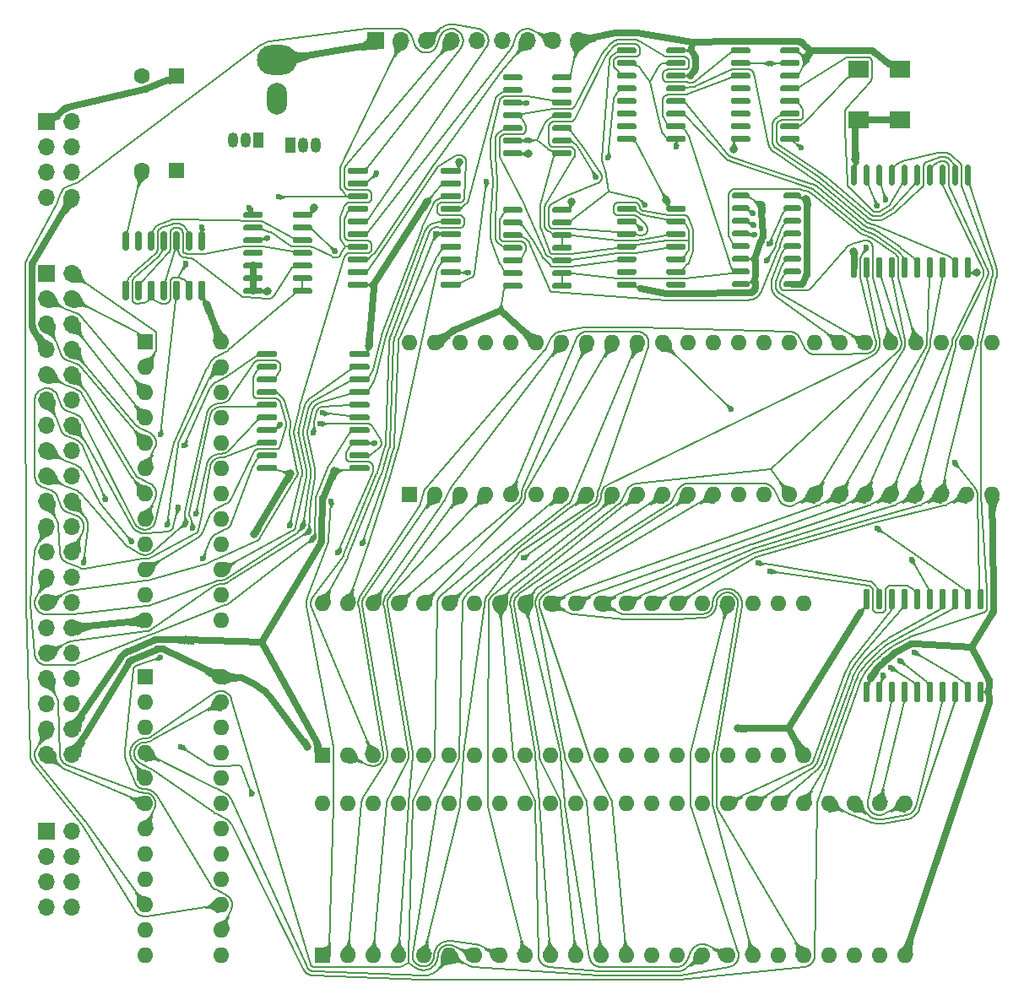
<source format=gbr>
%TF.GenerationSoftware,KiCad,Pcbnew,(5.1.9)-1*%
%TF.CreationDate,2022-02-06T01:16:42-05:00*%
%TF.ProjectId,main,6d61696e-2e6b-4696-9361-645f70636258,rev?*%
%TF.SameCoordinates,Original*%
%TF.FileFunction,Copper,L1,Top*%
%TF.FilePolarity,Positive*%
%FSLAX46Y46*%
G04 Gerber Fmt 4.6, Leading zero omitted, Abs format (unit mm)*
G04 Created by KiCad (PCBNEW (5.1.9)-1) date 2022-02-06 01:16:42*
%MOMM*%
%LPD*%
G01*
G04 APERTURE LIST*
%TA.AperFunction,ComponentPad*%
%ADD10O,1.700000X1.700000*%
%TD*%
%TA.AperFunction,ComponentPad*%
%ADD11R,1.700000X1.700000*%
%TD*%
%TA.AperFunction,ComponentPad*%
%ADD12R,1.050000X1.500000*%
%TD*%
%TA.AperFunction,ComponentPad*%
%ADD13O,1.050000X1.500000*%
%TD*%
%TA.AperFunction,ComponentPad*%
%ADD14O,4.000000X3.000000*%
%TD*%
%TA.AperFunction,ComponentPad*%
%ADD15O,2.000000X3.200000*%
%TD*%
%TA.AperFunction,SMDPad,CuDef*%
%ADD16R,2.000000X1.800000*%
%TD*%
%TA.AperFunction,ComponentPad*%
%ADD17O,1.600000X1.600000*%
%TD*%
%TA.AperFunction,ComponentPad*%
%ADD18R,1.600000X1.600000*%
%TD*%
%TA.AperFunction,ComponentPad*%
%ADD19C,1.600000*%
%TD*%
%TA.AperFunction,ViaPad*%
%ADD20C,0.800000*%
%TD*%
%TA.AperFunction,ViaPad*%
%ADD21C,0.600000*%
%TD*%
%TA.AperFunction,Conductor*%
%ADD22C,0.200000*%
%TD*%
%TA.AperFunction,Conductor*%
%ADD23C,0.700000*%
%TD*%
%TA.AperFunction,Conductor*%
%ADD24C,0.025400*%
%TD*%
%TA.AperFunction,Conductor*%
%ADD25C,0.100000*%
%TD*%
G04 APERTURE END LIST*
%TO.P,U4,14*%
%TO.N,+5V*%
%TA.AperFunction,SMDPad,CuDef*%
G36*
G01*
X84685000Y-39520000D02*
X84685000Y-39220000D01*
G75*
G02*
X84835000Y-39070000I150000J0D01*
G01*
X86485000Y-39070000D01*
G75*
G02*
X86635000Y-39220000I0J-150000D01*
G01*
X86635000Y-39520000D01*
G75*
G02*
X86485000Y-39670000I-150000J0D01*
G01*
X84835000Y-39670000D01*
G75*
G02*
X84685000Y-39520000I0J150000D01*
G01*
G37*
%TD.AperFunction*%
%TO.P,U4,13*%
%TO.N,74_PULL*%
%TA.AperFunction,SMDPad,CuDef*%
G36*
G01*
X84685000Y-40790000D02*
X84685000Y-40490000D01*
G75*
G02*
X84835000Y-40340000I150000J0D01*
G01*
X86485000Y-40340000D01*
G75*
G02*
X86635000Y-40490000I0J-150000D01*
G01*
X86635000Y-40790000D01*
G75*
G02*
X86485000Y-40940000I-150000J0D01*
G01*
X84835000Y-40940000D01*
G75*
G02*
X84685000Y-40790000I0J150000D01*
G01*
G37*
%TD.AperFunction*%
%TO.P,U4,12*%
%TO.N,Net-(U10-Pad11)*%
%TA.AperFunction,SMDPad,CuDef*%
G36*
G01*
X84685000Y-42060000D02*
X84685000Y-41760000D01*
G75*
G02*
X84835000Y-41610000I150000J0D01*
G01*
X86485000Y-41610000D01*
G75*
G02*
X86635000Y-41760000I0J-150000D01*
G01*
X86635000Y-42060000D01*
G75*
G02*
X86485000Y-42210000I-150000J0D01*
G01*
X84835000Y-42210000D01*
G75*
G02*
X84685000Y-42060000I0J150000D01*
G01*
G37*
%TD.AperFunction*%
%TO.P,U4,11*%
%TO.N,~DOTCLOCK~*%
%TA.AperFunction,SMDPad,CuDef*%
G36*
G01*
X84685000Y-43330000D02*
X84685000Y-43030000D01*
G75*
G02*
X84835000Y-42880000I150000J0D01*
G01*
X86485000Y-42880000D01*
G75*
G02*
X86635000Y-43030000I0J-150000D01*
G01*
X86635000Y-43330000D01*
G75*
G02*
X86485000Y-43480000I-150000J0D01*
G01*
X84835000Y-43480000D01*
G75*
G02*
X84685000Y-43330000I0J150000D01*
G01*
G37*
%TD.AperFunction*%
%TO.P,U4,10*%
%TO.N,74_PULL*%
%TA.AperFunction,SMDPad,CuDef*%
G36*
G01*
X84685000Y-44600000D02*
X84685000Y-44300000D01*
G75*
G02*
X84835000Y-44150000I150000J0D01*
G01*
X86485000Y-44150000D01*
G75*
G02*
X86635000Y-44300000I0J-150000D01*
G01*
X86635000Y-44600000D01*
G75*
G02*
X86485000Y-44750000I-150000J0D01*
G01*
X84835000Y-44750000D01*
G75*
G02*
X84685000Y-44600000I0J150000D01*
G01*
G37*
%TD.AperFunction*%
%TO.P,U4,9*%
%TO.N,Net-(U4-Pad3)*%
%TA.AperFunction,SMDPad,CuDef*%
G36*
G01*
X84685000Y-45870000D02*
X84685000Y-45570000D01*
G75*
G02*
X84835000Y-45420000I150000J0D01*
G01*
X86485000Y-45420000D01*
G75*
G02*
X86635000Y-45570000I0J-150000D01*
G01*
X86635000Y-45870000D01*
G75*
G02*
X86485000Y-46020000I-150000J0D01*
G01*
X84835000Y-46020000D01*
G75*
G02*
X84685000Y-45870000I0J150000D01*
G01*
G37*
%TD.AperFunction*%
%TO.P,U4,8*%
%TO.N,N/C*%
%TA.AperFunction,SMDPad,CuDef*%
G36*
G01*
X84685000Y-47140000D02*
X84685000Y-46840000D01*
G75*
G02*
X84835000Y-46690000I150000J0D01*
G01*
X86485000Y-46690000D01*
G75*
G02*
X86635000Y-46840000I0J-150000D01*
G01*
X86635000Y-47140000D01*
G75*
G02*
X86485000Y-47290000I-150000J0D01*
G01*
X84835000Y-47290000D01*
G75*
G02*
X84685000Y-47140000I0J150000D01*
G01*
G37*
%TD.AperFunction*%
%TO.P,U4,7*%
%TO.N,GND*%
%TA.AperFunction,SMDPad,CuDef*%
G36*
G01*
X79735000Y-47140000D02*
X79735000Y-46840000D01*
G75*
G02*
X79885000Y-46690000I150000J0D01*
G01*
X81535000Y-46690000D01*
G75*
G02*
X81685000Y-46840000I0J-150000D01*
G01*
X81685000Y-47140000D01*
G75*
G02*
X81535000Y-47290000I-150000J0D01*
G01*
X79885000Y-47290000D01*
G75*
G02*
X79735000Y-47140000I0J150000D01*
G01*
G37*
%TD.AperFunction*%
%TO.P,U4,6*%
%TO.N,N/C*%
%TA.AperFunction,SMDPad,CuDef*%
G36*
G01*
X79735000Y-45870000D02*
X79735000Y-45570000D01*
G75*
G02*
X79885000Y-45420000I150000J0D01*
G01*
X81535000Y-45420000D01*
G75*
G02*
X81685000Y-45570000I0J-150000D01*
G01*
X81685000Y-45870000D01*
G75*
G02*
X81535000Y-46020000I-150000J0D01*
G01*
X79885000Y-46020000D01*
G75*
G02*
X79735000Y-45870000I0J150000D01*
G01*
G37*
%TD.AperFunction*%
%TO.P,U4,5*%
%TO.N,/CURSOR*%
%TA.AperFunction,SMDPad,CuDef*%
G36*
G01*
X79735000Y-44600000D02*
X79735000Y-44300000D01*
G75*
G02*
X79885000Y-44150000I150000J0D01*
G01*
X81535000Y-44150000D01*
G75*
G02*
X81685000Y-44300000I0J-150000D01*
G01*
X81685000Y-44600000D01*
G75*
G02*
X81535000Y-44750000I-150000J0D01*
G01*
X79885000Y-44750000D01*
G75*
G02*
X79735000Y-44600000I0J150000D01*
G01*
G37*
%TD.AperFunction*%
%TO.P,U4,4*%
%TO.N,74_PULL*%
%TA.AperFunction,SMDPad,CuDef*%
G36*
G01*
X79735000Y-43330000D02*
X79735000Y-43030000D01*
G75*
G02*
X79885000Y-42880000I150000J0D01*
G01*
X81535000Y-42880000D01*
G75*
G02*
X81685000Y-43030000I0J-150000D01*
G01*
X81685000Y-43330000D01*
G75*
G02*
X81535000Y-43480000I-150000J0D01*
G01*
X79885000Y-43480000D01*
G75*
G02*
X79735000Y-43330000I0J150000D01*
G01*
G37*
%TD.AperFunction*%
%TO.P,U4,3*%
%TO.N,Net-(U4-Pad3)*%
%TA.AperFunction,SMDPad,CuDef*%
G36*
G01*
X79735000Y-42060000D02*
X79735000Y-41760000D01*
G75*
G02*
X79885000Y-41610000I150000J0D01*
G01*
X81535000Y-41610000D01*
G75*
G02*
X81685000Y-41760000I0J-150000D01*
G01*
X81685000Y-42060000D01*
G75*
G02*
X81535000Y-42210000I-150000J0D01*
G01*
X79885000Y-42210000D01*
G75*
G02*
X79735000Y-42060000I0J150000D01*
G01*
G37*
%TD.AperFunction*%
%TO.P,U4,2*%
%TO.N,/CURSU*%
%TA.AperFunction,SMDPad,CuDef*%
G36*
G01*
X79735000Y-40790000D02*
X79735000Y-40490000D01*
G75*
G02*
X79885000Y-40340000I150000J0D01*
G01*
X81535000Y-40340000D01*
G75*
G02*
X81685000Y-40490000I0J-150000D01*
G01*
X81685000Y-40790000D01*
G75*
G02*
X81535000Y-40940000I-150000J0D01*
G01*
X79885000Y-40940000D01*
G75*
G02*
X79735000Y-40790000I0J150000D01*
G01*
G37*
%TD.AperFunction*%
%TO.P,U4,1*%
%TO.N,74_PULL*%
%TA.AperFunction,SMDPad,CuDef*%
G36*
G01*
X79735000Y-39520000D02*
X79735000Y-39220000D01*
G75*
G02*
X79885000Y-39070000I150000J0D01*
G01*
X81535000Y-39070000D01*
G75*
G02*
X81685000Y-39220000I0J-150000D01*
G01*
X81685000Y-39520000D01*
G75*
G02*
X81535000Y-39670000I-150000J0D01*
G01*
X79885000Y-39670000D01*
G75*
G02*
X79735000Y-39520000I0J150000D01*
G01*
G37*
%TD.AperFunction*%
%TD*%
D10*
%TO.P,J4,9*%
%TO.N,GND*%
X75820000Y-22500000D03*
%TO.P,J4,8*%
%TO.N,/LPBU*%
X73280000Y-22500000D03*
%TO.P,J4,7*%
%TO.N,/LPU*%
X70740000Y-22500000D03*
%TO.P,J4,6*%
%TO.N,+5V*%
X68200000Y-22500000D03*
%TO.P,J4,5*%
X65660000Y-22500000D03*
%TO.P,J4,4*%
%TO.N,/HSB*%
X63120000Y-22500000D03*
%TO.P,J4,3*%
%TO.N,/VSB*%
X60580000Y-22500000D03*
%TO.P,J4,2*%
%TO.N,/NIMAGE*%
X58040000Y-22500000D03*
D11*
%TO.P,J4,1*%
%TO.N,GND*%
X55500000Y-22500000D03*
%TD*%
%TO.P,U17,16*%
%TO.N,+5V*%
%TA.AperFunction,SMDPad,CuDef*%
G36*
G01*
X96450000Y-38205000D02*
X96450000Y-37905000D01*
G75*
G02*
X96600000Y-37755000I150000J0D01*
G01*
X98050000Y-37755000D01*
G75*
G02*
X98200000Y-37905000I0J-150000D01*
G01*
X98200000Y-38205000D01*
G75*
G02*
X98050000Y-38355000I-150000J0D01*
G01*
X96600000Y-38355000D01*
G75*
G02*
X96450000Y-38205000I0J150000D01*
G01*
G37*
%TD.AperFunction*%
%TO.P,U17,15*%
%TO.N,CHARCLOCK*%
%TA.AperFunction,SMDPad,CuDef*%
G36*
G01*
X96450000Y-39475000D02*
X96450000Y-39175000D01*
G75*
G02*
X96600000Y-39025000I150000J0D01*
G01*
X98050000Y-39025000D01*
G75*
G02*
X98200000Y-39175000I0J-150000D01*
G01*
X98200000Y-39475000D01*
G75*
G02*
X98050000Y-39625000I-150000J0D01*
G01*
X96600000Y-39625000D01*
G75*
G02*
X96450000Y-39475000I0J150000D01*
G01*
G37*
%TD.AperFunction*%
%TO.P,U17,14*%
%TO.N,/CD7*%
%TA.AperFunction,SMDPad,CuDef*%
G36*
G01*
X96450000Y-40745000D02*
X96450000Y-40445000D01*
G75*
G02*
X96600000Y-40295000I150000J0D01*
G01*
X98050000Y-40295000D01*
G75*
G02*
X98200000Y-40445000I0J-150000D01*
G01*
X98200000Y-40745000D01*
G75*
G02*
X98050000Y-40895000I-150000J0D01*
G01*
X96600000Y-40895000D01*
G75*
G02*
X96450000Y-40745000I0J150000D01*
G01*
G37*
%TD.AperFunction*%
%TO.P,U17,13*%
%TO.N,Net-(U17-Pad13)*%
%TA.AperFunction,SMDPad,CuDef*%
G36*
G01*
X96450000Y-42015000D02*
X96450000Y-41715000D01*
G75*
G02*
X96600000Y-41565000I150000J0D01*
G01*
X98050000Y-41565000D01*
G75*
G02*
X98200000Y-41715000I0J-150000D01*
G01*
X98200000Y-42015000D01*
G75*
G02*
X98050000Y-42165000I-150000J0D01*
G01*
X96600000Y-42165000D01*
G75*
G02*
X96450000Y-42015000I0J150000D01*
G01*
G37*
%TD.AperFunction*%
%TO.P,U17,12*%
%TO.N,/CD6*%
%TA.AperFunction,SMDPad,CuDef*%
G36*
G01*
X96450000Y-43285000D02*
X96450000Y-42985000D01*
G75*
G02*
X96600000Y-42835000I150000J0D01*
G01*
X98050000Y-42835000D01*
G75*
G02*
X98200000Y-42985000I0J-150000D01*
G01*
X98200000Y-43285000D01*
G75*
G02*
X98050000Y-43435000I-150000J0D01*
G01*
X96600000Y-43435000D01*
G75*
G02*
X96450000Y-43285000I0J150000D01*
G01*
G37*
%TD.AperFunction*%
%TO.P,U17,11*%
%TO.N,/CD5*%
%TA.AperFunction,SMDPad,CuDef*%
G36*
G01*
X96450000Y-44555000D02*
X96450000Y-44255000D01*
G75*
G02*
X96600000Y-44105000I150000J0D01*
G01*
X98050000Y-44105000D01*
G75*
G02*
X98200000Y-44255000I0J-150000D01*
G01*
X98200000Y-44555000D01*
G75*
G02*
X98050000Y-44705000I-150000J0D01*
G01*
X96600000Y-44705000D01*
G75*
G02*
X96450000Y-44555000I0J150000D01*
G01*
G37*
%TD.AperFunction*%
%TO.P,U17,10*%
%TO.N,/CD4*%
%TA.AperFunction,SMDPad,CuDef*%
G36*
G01*
X96450000Y-45825000D02*
X96450000Y-45525000D01*
G75*
G02*
X96600000Y-45375000I150000J0D01*
G01*
X98050000Y-45375000D01*
G75*
G02*
X98200000Y-45525000I0J-150000D01*
G01*
X98200000Y-45825000D01*
G75*
G02*
X98050000Y-45975000I-150000J0D01*
G01*
X96600000Y-45975000D01*
G75*
G02*
X96450000Y-45825000I0J150000D01*
G01*
G37*
%TD.AperFunction*%
%TO.P,U17,9*%
%TO.N,+5V*%
%TA.AperFunction,SMDPad,CuDef*%
G36*
G01*
X96450000Y-47095000D02*
X96450000Y-46795000D01*
G75*
G02*
X96600000Y-46645000I150000J0D01*
G01*
X98050000Y-46645000D01*
G75*
G02*
X98200000Y-46795000I0J-150000D01*
G01*
X98200000Y-47095000D01*
G75*
G02*
X98050000Y-47245000I-150000J0D01*
G01*
X96600000Y-47245000D01*
G75*
G02*
X96450000Y-47095000I0J150000D01*
G01*
G37*
%TD.AperFunction*%
%TO.P,U17,8*%
%TO.N,GND*%
%TA.AperFunction,SMDPad,CuDef*%
G36*
G01*
X91300000Y-47095000D02*
X91300000Y-46795000D01*
G75*
G02*
X91450000Y-46645000I150000J0D01*
G01*
X92900000Y-46645000D01*
G75*
G02*
X93050000Y-46795000I0J-150000D01*
G01*
X93050000Y-47095000D01*
G75*
G02*
X92900000Y-47245000I-150000J0D01*
G01*
X91450000Y-47245000D01*
G75*
G02*
X91300000Y-47095000I0J150000D01*
G01*
G37*
%TD.AperFunction*%
%TO.P,U17,7*%
%TO.N,DOTCLOCK*%
%TA.AperFunction,SMDPad,CuDef*%
G36*
G01*
X91300000Y-45825000D02*
X91300000Y-45525000D01*
G75*
G02*
X91450000Y-45375000I150000J0D01*
G01*
X92900000Y-45375000D01*
G75*
G02*
X93050000Y-45525000I0J-150000D01*
G01*
X93050000Y-45825000D01*
G75*
G02*
X92900000Y-45975000I-150000J0D01*
G01*
X91450000Y-45975000D01*
G75*
G02*
X91300000Y-45825000I0J150000D01*
G01*
G37*
%TD.AperFunction*%
%TO.P,U17,6*%
%TO.N,GND*%
%TA.AperFunction,SMDPad,CuDef*%
G36*
G01*
X91300000Y-44555000D02*
X91300000Y-44255000D01*
G75*
G02*
X91450000Y-44105000I150000J0D01*
G01*
X92900000Y-44105000D01*
G75*
G02*
X93050000Y-44255000I0J-150000D01*
G01*
X93050000Y-44555000D01*
G75*
G02*
X92900000Y-44705000I-150000J0D01*
G01*
X91450000Y-44705000D01*
G75*
G02*
X91300000Y-44555000I0J150000D01*
G01*
G37*
%TD.AperFunction*%
%TO.P,U17,5*%
%TO.N,/CD3*%
%TA.AperFunction,SMDPad,CuDef*%
G36*
G01*
X91300000Y-43285000D02*
X91300000Y-42985000D01*
G75*
G02*
X91450000Y-42835000I150000J0D01*
G01*
X92900000Y-42835000D01*
G75*
G02*
X93050000Y-42985000I0J-150000D01*
G01*
X93050000Y-43285000D01*
G75*
G02*
X92900000Y-43435000I-150000J0D01*
G01*
X91450000Y-43435000D01*
G75*
G02*
X91300000Y-43285000I0J150000D01*
G01*
G37*
%TD.AperFunction*%
%TO.P,U17,4*%
%TO.N,/CD2*%
%TA.AperFunction,SMDPad,CuDef*%
G36*
G01*
X91300000Y-42015000D02*
X91300000Y-41715000D01*
G75*
G02*
X91450000Y-41565000I150000J0D01*
G01*
X92900000Y-41565000D01*
G75*
G02*
X93050000Y-41715000I0J-150000D01*
G01*
X93050000Y-42015000D01*
G75*
G02*
X92900000Y-42165000I-150000J0D01*
G01*
X91450000Y-42165000D01*
G75*
G02*
X91300000Y-42015000I0J150000D01*
G01*
G37*
%TD.AperFunction*%
%TO.P,U17,3*%
%TO.N,/CD1*%
%TA.AperFunction,SMDPad,CuDef*%
G36*
G01*
X91300000Y-40745000D02*
X91300000Y-40445000D01*
G75*
G02*
X91450000Y-40295000I150000J0D01*
G01*
X92900000Y-40295000D01*
G75*
G02*
X93050000Y-40445000I0J-150000D01*
G01*
X93050000Y-40745000D01*
G75*
G02*
X92900000Y-40895000I-150000J0D01*
G01*
X91450000Y-40895000D01*
G75*
G02*
X91300000Y-40745000I0J150000D01*
G01*
G37*
%TD.AperFunction*%
%TO.P,U17,2*%
%TO.N,/CD0*%
%TA.AperFunction,SMDPad,CuDef*%
G36*
G01*
X91300000Y-39475000D02*
X91300000Y-39175000D01*
G75*
G02*
X91450000Y-39025000I150000J0D01*
G01*
X92900000Y-39025000D01*
G75*
G02*
X93050000Y-39175000I0J-150000D01*
G01*
X93050000Y-39475000D01*
G75*
G02*
X92900000Y-39625000I-150000J0D01*
G01*
X91450000Y-39625000D01*
G75*
G02*
X91300000Y-39475000I0J150000D01*
G01*
G37*
%TD.AperFunction*%
%TO.P,U17,1*%
%TO.N,GND*%
%TA.AperFunction,SMDPad,CuDef*%
G36*
G01*
X91300000Y-38205000D02*
X91300000Y-37905000D01*
G75*
G02*
X91450000Y-37755000I150000J0D01*
G01*
X92900000Y-37755000D01*
G75*
G02*
X93050000Y-37905000I0J-150000D01*
G01*
X93050000Y-38205000D01*
G75*
G02*
X92900000Y-38355000I-150000J0D01*
G01*
X91450000Y-38355000D01*
G75*
G02*
X91300000Y-38205000I0J150000D01*
G01*
G37*
%TD.AperFunction*%
%TD*%
D12*
%TO.P,Q3,1*%
%TO.N,/NOU*%
X47000000Y-33000000D03*
D13*
%TO.P,Q3,3*%
%TO.N,GND*%
X49540000Y-33000000D03*
%TO.P,Q3,2*%
%TO.N,/NVDC*%
X48270000Y-33000000D03*
%TD*%
D14*
%TO.P,J3,2*%
%TO.N,GND*%
X45650000Y-24400000D03*
D15*
%TO.P,J3,1*%
%TO.N,/NOUT*%
X45650000Y-28300000D03*
%TD*%
%TO.P,U14,20*%
%TO.N,+5V*%
%TA.AperFunction,SMDPad,CuDef*%
G36*
G01*
X62045000Y-35710000D02*
X62045000Y-35410000D01*
G75*
G02*
X62195000Y-35260000I150000J0D01*
G01*
X63945000Y-35260000D01*
G75*
G02*
X64095000Y-35410000I0J-150000D01*
G01*
X64095000Y-35710000D01*
G75*
G02*
X63945000Y-35860000I-150000J0D01*
G01*
X62195000Y-35860000D01*
G75*
G02*
X62045000Y-35710000I0J150000D01*
G01*
G37*
%TD.AperFunction*%
%TO.P,U14,19*%
%TO.N,GND*%
%TA.AperFunction,SMDPad,CuDef*%
G36*
G01*
X62045000Y-36980000D02*
X62045000Y-36680000D01*
G75*
G02*
X62195000Y-36530000I150000J0D01*
G01*
X63945000Y-36530000D01*
G75*
G02*
X64095000Y-36680000I0J-150000D01*
G01*
X64095000Y-36980000D01*
G75*
G02*
X63945000Y-37130000I-150000J0D01*
G01*
X62195000Y-37130000D01*
G75*
G02*
X62045000Y-36980000I0J150000D01*
G01*
G37*
%TD.AperFunction*%
%TO.P,U14,18*%
%TO.N,F_D3*%
%TA.AperFunction,SMDPad,CuDef*%
G36*
G01*
X62045000Y-38250000D02*
X62045000Y-37950000D01*
G75*
G02*
X62195000Y-37800000I150000J0D01*
G01*
X63945000Y-37800000D01*
G75*
G02*
X64095000Y-37950000I0J-150000D01*
G01*
X64095000Y-38250000D01*
G75*
G02*
X63945000Y-38400000I-150000J0D01*
G01*
X62195000Y-38400000D01*
G75*
G02*
X62045000Y-38250000I0J150000D01*
G01*
G37*
%TD.AperFunction*%
%TO.P,U14,17*%
%TO.N,IMAGE*%
%TA.AperFunction,SMDPad,CuDef*%
G36*
G01*
X62045000Y-39520000D02*
X62045000Y-39220000D01*
G75*
G02*
X62195000Y-39070000I150000J0D01*
G01*
X63945000Y-39070000D01*
G75*
G02*
X64095000Y-39220000I0J-150000D01*
G01*
X64095000Y-39520000D01*
G75*
G02*
X63945000Y-39670000I-150000J0D01*
G01*
X62195000Y-39670000D01*
G75*
G02*
X62045000Y-39520000I0J150000D01*
G01*
G37*
%TD.AperFunction*%
%TO.P,U14,16*%
%TO.N,F_D2*%
%TA.AperFunction,SMDPad,CuDef*%
G36*
G01*
X62045000Y-40790000D02*
X62045000Y-40490000D01*
G75*
G02*
X62195000Y-40340000I150000J0D01*
G01*
X63945000Y-40340000D01*
G75*
G02*
X64095000Y-40490000I0J-150000D01*
G01*
X64095000Y-40790000D01*
G75*
G02*
X63945000Y-40940000I-150000J0D01*
G01*
X62195000Y-40940000D01*
G75*
G02*
X62045000Y-40790000I0J150000D01*
G01*
G37*
%TD.AperFunction*%
%TO.P,U14,15*%
%TO.N,VS*%
%TA.AperFunction,SMDPad,CuDef*%
G36*
G01*
X62045000Y-42060000D02*
X62045000Y-41760000D01*
G75*
G02*
X62195000Y-41610000I150000J0D01*
G01*
X63945000Y-41610000D01*
G75*
G02*
X64095000Y-41760000I0J-150000D01*
G01*
X64095000Y-42060000D01*
G75*
G02*
X63945000Y-42210000I-150000J0D01*
G01*
X62195000Y-42210000D01*
G75*
G02*
X62045000Y-42060000I0J150000D01*
G01*
G37*
%TD.AperFunction*%
%TO.P,U14,14*%
%TO.N,F_D1*%
%TA.AperFunction,SMDPad,CuDef*%
G36*
G01*
X62045000Y-43330000D02*
X62045000Y-43030000D01*
G75*
G02*
X62195000Y-42880000I150000J0D01*
G01*
X63945000Y-42880000D01*
G75*
G02*
X64095000Y-43030000I0J-150000D01*
G01*
X64095000Y-43330000D01*
G75*
G02*
X63945000Y-43480000I-150000J0D01*
G01*
X62195000Y-43480000D01*
G75*
G02*
X62045000Y-43330000I0J150000D01*
G01*
G37*
%TD.AperFunction*%
%TO.P,U14,13*%
%TO.N,HS*%
%TA.AperFunction,SMDPad,CuDef*%
G36*
G01*
X62045000Y-44600000D02*
X62045000Y-44300000D01*
G75*
G02*
X62195000Y-44150000I150000J0D01*
G01*
X63945000Y-44150000D01*
G75*
G02*
X64095000Y-44300000I0J-150000D01*
G01*
X64095000Y-44600000D01*
G75*
G02*
X63945000Y-44750000I-150000J0D01*
G01*
X62195000Y-44750000D01*
G75*
G02*
X62045000Y-44600000I0J150000D01*
G01*
G37*
%TD.AperFunction*%
%TO.P,U14,12*%
%TO.N,F_D0*%
%TA.AperFunction,SMDPad,CuDef*%
G36*
G01*
X62045000Y-45870000D02*
X62045000Y-45570000D01*
G75*
G02*
X62195000Y-45420000I150000J0D01*
G01*
X63945000Y-45420000D01*
G75*
G02*
X64095000Y-45570000I0J-150000D01*
G01*
X64095000Y-45870000D01*
G75*
G02*
X63945000Y-46020000I-150000J0D01*
G01*
X62195000Y-46020000D01*
G75*
G02*
X62045000Y-45870000I0J150000D01*
G01*
G37*
%TD.AperFunction*%
%TO.P,U14,11*%
%TO.N,/LPU*%
%TA.AperFunction,SMDPad,CuDef*%
G36*
G01*
X62045000Y-47140000D02*
X62045000Y-46840000D01*
G75*
G02*
X62195000Y-46690000I150000J0D01*
G01*
X63945000Y-46690000D01*
G75*
G02*
X64095000Y-46840000I0J-150000D01*
G01*
X64095000Y-47140000D01*
G75*
G02*
X63945000Y-47290000I-150000J0D01*
G01*
X62195000Y-47290000D01*
G75*
G02*
X62045000Y-47140000I0J150000D01*
G01*
G37*
%TD.AperFunction*%
%TO.P,U14,10*%
%TO.N,GND*%
%TA.AperFunction,SMDPad,CuDef*%
G36*
G01*
X52745000Y-47140000D02*
X52745000Y-46840000D01*
G75*
G02*
X52895000Y-46690000I150000J0D01*
G01*
X54645000Y-46690000D01*
G75*
G02*
X54795000Y-46840000I0J-150000D01*
G01*
X54795000Y-47140000D01*
G75*
G02*
X54645000Y-47290000I-150000J0D01*
G01*
X52895000Y-47290000D01*
G75*
G02*
X52745000Y-47140000I0J150000D01*
G01*
G37*
%TD.AperFunction*%
%TO.P,U14,9*%
%TO.N,LIGHTPEN*%
%TA.AperFunction,SMDPad,CuDef*%
G36*
G01*
X52745000Y-45870000D02*
X52745000Y-45570000D01*
G75*
G02*
X52895000Y-45420000I150000J0D01*
G01*
X54645000Y-45420000D01*
G75*
G02*
X54795000Y-45570000I0J-150000D01*
G01*
X54795000Y-45870000D01*
G75*
G02*
X54645000Y-46020000I-150000J0D01*
G01*
X52895000Y-46020000D01*
G75*
G02*
X52745000Y-45870000I0J150000D01*
G01*
G37*
%TD.AperFunction*%
%TO.P,U14,8*%
%TO.N,/LPU*%
%TA.AperFunction,SMDPad,CuDef*%
G36*
G01*
X52745000Y-44600000D02*
X52745000Y-44300000D01*
G75*
G02*
X52895000Y-44150000I150000J0D01*
G01*
X54645000Y-44150000D01*
G75*
G02*
X54795000Y-44300000I0J-150000D01*
G01*
X54795000Y-44600000D01*
G75*
G02*
X54645000Y-44750000I-150000J0D01*
G01*
X52895000Y-44750000D01*
G75*
G02*
X52745000Y-44600000I0J150000D01*
G01*
G37*
%TD.AperFunction*%
%TO.P,U14,7*%
%TO.N,/HSB*%
%TA.AperFunction,SMDPad,CuDef*%
G36*
G01*
X52745000Y-43330000D02*
X52745000Y-43030000D01*
G75*
G02*
X52895000Y-42880000I150000J0D01*
G01*
X54645000Y-42880000D01*
G75*
G02*
X54795000Y-43030000I0J-150000D01*
G01*
X54795000Y-43330000D01*
G75*
G02*
X54645000Y-43480000I-150000J0D01*
G01*
X52895000Y-43480000D01*
G75*
G02*
X52745000Y-43330000I0J150000D01*
G01*
G37*
%TD.AperFunction*%
%TO.P,U14,6*%
%TO.N,/LPBU*%
%TA.AperFunction,SMDPad,CuDef*%
G36*
G01*
X52745000Y-42060000D02*
X52745000Y-41760000D01*
G75*
G02*
X52895000Y-41610000I150000J0D01*
G01*
X54645000Y-41610000D01*
G75*
G02*
X54795000Y-41760000I0J-150000D01*
G01*
X54795000Y-42060000D01*
G75*
G02*
X54645000Y-42210000I-150000J0D01*
G01*
X52895000Y-42210000D01*
G75*
G02*
X52745000Y-42060000I0J150000D01*
G01*
G37*
%TD.AperFunction*%
%TO.P,U14,5*%
%TO.N,/VSB*%
%TA.AperFunction,SMDPad,CuDef*%
G36*
G01*
X52745000Y-40790000D02*
X52745000Y-40490000D01*
G75*
G02*
X52895000Y-40340000I150000J0D01*
G01*
X54645000Y-40340000D01*
G75*
G02*
X54795000Y-40490000I0J-150000D01*
G01*
X54795000Y-40790000D01*
G75*
G02*
X54645000Y-40940000I-150000J0D01*
G01*
X52895000Y-40940000D01*
G75*
G02*
X52745000Y-40790000I0J150000D01*
G01*
G37*
%TD.AperFunction*%
%TO.P,U14,4*%
%TO.N,HS*%
%TA.AperFunction,SMDPad,CuDef*%
G36*
G01*
X52745000Y-39520000D02*
X52745000Y-39220000D01*
G75*
G02*
X52895000Y-39070000I150000J0D01*
G01*
X54645000Y-39070000D01*
G75*
G02*
X54795000Y-39220000I0J-150000D01*
G01*
X54795000Y-39520000D01*
G75*
G02*
X54645000Y-39670000I-150000J0D01*
G01*
X52895000Y-39670000D01*
G75*
G02*
X52745000Y-39520000I0J150000D01*
G01*
G37*
%TD.AperFunction*%
%TO.P,U14,3*%
%TO.N,/NIMAGE*%
%TA.AperFunction,SMDPad,CuDef*%
G36*
G01*
X52745000Y-38250000D02*
X52745000Y-37950000D01*
G75*
G02*
X52895000Y-37800000I150000J0D01*
G01*
X54645000Y-37800000D01*
G75*
G02*
X54795000Y-37950000I0J-150000D01*
G01*
X54795000Y-38250000D01*
G75*
G02*
X54645000Y-38400000I-150000J0D01*
G01*
X52895000Y-38400000D01*
G75*
G02*
X52745000Y-38250000I0J150000D01*
G01*
G37*
%TD.AperFunction*%
%TO.P,U14,2*%
%TO.N,VS*%
%TA.AperFunction,SMDPad,CuDef*%
G36*
G01*
X52745000Y-36980000D02*
X52745000Y-36680000D01*
G75*
G02*
X52895000Y-36530000I150000J0D01*
G01*
X54645000Y-36530000D01*
G75*
G02*
X54795000Y-36680000I0J-150000D01*
G01*
X54795000Y-36980000D01*
G75*
G02*
X54645000Y-37130000I-150000J0D01*
G01*
X52895000Y-37130000D01*
G75*
G02*
X52745000Y-36980000I0J150000D01*
G01*
G37*
%TD.AperFunction*%
%TO.P,U14,1*%
%TO.N,VIDSTAT*%
%TA.AperFunction,SMDPad,CuDef*%
G36*
G01*
X52745000Y-35710000D02*
X52745000Y-35410000D01*
G75*
G02*
X52895000Y-35260000I150000J0D01*
G01*
X54645000Y-35260000D01*
G75*
G02*
X54795000Y-35410000I0J-150000D01*
G01*
X54795000Y-35710000D01*
G75*
G02*
X54645000Y-35860000I-150000J0D01*
G01*
X52895000Y-35860000D01*
G75*
G02*
X52745000Y-35710000I0J150000D01*
G01*
G37*
%TD.AperFunction*%
%TD*%
%TO.P,U13,20*%
%TO.N,+5V*%
%TA.AperFunction,SMDPad,CuDef*%
G36*
G01*
X104925000Y-79560000D02*
X104625000Y-79560000D01*
G75*
G02*
X104475000Y-79410000I0J150000D01*
G01*
X104475000Y-77660000D01*
G75*
G02*
X104625000Y-77510000I150000J0D01*
G01*
X104925000Y-77510000D01*
G75*
G02*
X105075000Y-77660000I0J-150000D01*
G01*
X105075000Y-79410000D01*
G75*
G02*
X104925000Y-79560000I-150000J0D01*
G01*
G37*
%TD.AperFunction*%
%TO.P,U13,19*%
%TO.N,/CA7*%
%TA.AperFunction,SMDPad,CuDef*%
G36*
G01*
X106195000Y-79560000D02*
X105895000Y-79560000D01*
G75*
G02*
X105745000Y-79410000I0J150000D01*
G01*
X105745000Y-77660000D01*
G75*
G02*
X105895000Y-77510000I150000J0D01*
G01*
X106195000Y-77510000D01*
G75*
G02*
X106345000Y-77660000I0J-150000D01*
G01*
X106345000Y-79410000D01*
G75*
G02*
X106195000Y-79560000I-150000J0D01*
G01*
G37*
%TD.AperFunction*%
%TO.P,U13,18*%
%TO.N,/SD7*%
%TA.AperFunction,SMDPad,CuDef*%
G36*
G01*
X107465000Y-79560000D02*
X107165000Y-79560000D01*
G75*
G02*
X107015000Y-79410000I0J150000D01*
G01*
X107015000Y-77660000D01*
G75*
G02*
X107165000Y-77510000I150000J0D01*
G01*
X107465000Y-77510000D01*
G75*
G02*
X107615000Y-77660000I0J-150000D01*
G01*
X107615000Y-79410000D01*
G75*
G02*
X107465000Y-79560000I-150000J0D01*
G01*
G37*
%TD.AperFunction*%
%TO.P,U13,17*%
%TO.N,/SD6*%
%TA.AperFunction,SMDPad,CuDef*%
G36*
G01*
X108735000Y-79560000D02*
X108435000Y-79560000D01*
G75*
G02*
X108285000Y-79410000I0J150000D01*
G01*
X108285000Y-77660000D01*
G75*
G02*
X108435000Y-77510000I150000J0D01*
G01*
X108735000Y-77510000D01*
G75*
G02*
X108885000Y-77660000I0J-150000D01*
G01*
X108885000Y-79410000D01*
G75*
G02*
X108735000Y-79560000I-150000J0D01*
G01*
G37*
%TD.AperFunction*%
%TO.P,U13,16*%
%TO.N,/CA6*%
%TA.AperFunction,SMDPad,CuDef*%
G36*
G01*
X110005000Y-79560000D02*
X109705000Y-79560000D01*
G75*
G02*
X109555000Y-79410000I0J150000D01*
G01*
X109555000Y-77660000D01*
G75*
G02*
X109705000Y-77510000I150000J0D01*
G01*
X110005000Y-77510000D01*
G75*
G02*
X110155000Y-77660000I0J-150000D01*
G01*
X110155000Y-79410000D01*
G75*
G02*
X110005000Y-79560000I-150000J0D01*
G01*
G37*
%TD.AperFunction*%
%TO.P,U13,15*%
%TO.N,/CA5*%
%TA.AperFunction,SMDPad,CuDef*%
G36*
G01*
X111275000Y-79560000D02*
X110975000Y-79560000D01*
G75*
G02*
X110825000Y-79410000I0J150000D01*
G01*
X110825000Y-77660000D01*
G75*
G02*
X110975000Y-77510000I150000J0D01*
G01*
X111275000Y-77510000D01*
G75*
G02*
X111425000Y-77660000I0J-150000D01*
G01*
X111425000Y-79410000D01*
G75*
G02*
X111275000Y-79560000I-150000J0D01*
G01*
G37*
%TD.AperFunction*%
%TO.P,U13,14*%
%TO.N,/SD5*%
%TA.AperFunction,SMDPad,CuDef*%
G36*
G01*
X112545000Y-79560000D02*
X112245000Y-79560000D01*
G75*
G02*
X112095000Y-79410000I0J150000D01*
G01*
X112095000Y-77660000D01*
G75*
G02*
X112245000Y-77510000I150000J0D01*
G01*
X112545000Y-77510000D01*
G75*
G02*
X112695000Y-77660000I0J-150000D01*
G01*
X112695000Y-79410000D01*
G75*
G02*
X112545000Y-79560000I-150000J0D01*
G01*
G37*
%TD.AperFunction*%
%TO.P,U13,13*%
%TO.N,/SD4*%
%TA.AperFunction,SMDPad,CuDef*%
G36*
G01*
X113815000Y-79560000D02*
X113515000Y-79560000D01*
G75*
G02*
X113365000Y-79410000I0J150000D01*
G01*
X113365000Y-77660000D01*
G75*
G02*
X113515000Y-77510000I150000J0D01*
G01*
X113815000Y-77510000D01*
G75*
G02*
X113965000Y-77660000I0J-150000D01*
G01*
X113965000Y-79410000D01*
G75*
G02*
X113815000Y-79560000I-150000J0D01*
G01*
G37*
%TD.AperFunction*%
%TO.P,U13,12*%
%TO.N,/CA4*%
%TA.AperFunction,SMDPad,CuDef*%
G36*
G01*
X115085000Y-79560000D02*
X114785000Y-79560000D01*
G75*
G02*
X114635000Y-79410000I0J150000D01*
G01*
X114635000Y-77660000D01*
G75*
G02*
X114785000Y-77510000I150000J0D01*
G01*
X115085000Y-77510000D01*
G75*
G02*
X115235000Y-77660000I0J-150000D01*
G01*
X115235000Y-79410000D01*
G75*
G02*
X115085000Y-79560000I-150000J0D01*
G01*
G37*
%TD.AperFunction*%
%TO.P,U13,11*%
%TO.N,CHARCLOCK*%
%TA.AperFunction,SMDPad,CuDef*%
G36*
G01*
X116355000Y-79560000D02*
X116055000Y-79560000D01*
G75*
G02*
X115905000Y-79410000I0J150000D01*
G01*
X115905000Y-77660000D01*
G75*
G02*
X116055000Y-77510000I150000J0D01*
G01*
X116355000Y-77510000D01*
G75*
G02*
X116505000Y-77660000I0J-150000D01*
G01*
X116505000Y-79410000D01*
G75*
G02*
X116355000Y-79560000I-150000J0D01*
G01*
G37*
%TD.AperFunction*%
%TO.P,U13,10*%
%TO.N,GND*%
%TA.AperFunction,SMDPad,CuDef*%
G36*
G01*
X116355000Y-88860000D02*
X116055000Y-88860000D01*
G75*
G02*
X115905000Y-88710000I0J150000D01*
G01*
X115905000Y-86960000D01*
G75*
G02*
X116055000Y-86810000I150000J0D01*
G01*
X116355000Y-86810000D01*
G75*
G02*
X116505000Y-86960000I0J-150000D01*
G01*
X116505000Y-88710000D01*
G75*
G02*
X116355000Y-88860000I-150000J0D01*
G01*
G37*
%TD.AperFunction*%
%TO.P,U13,9*%
%TO.N,/CA3*%
%TA.AperFunction,SMDPad,CuDef*%
G36*
G01*
X115085000Y-88860000D02*
X114785000Y-88860000D01*
G75*
G02*
X114635000Y-88710000I0J150000D01*
G01*
X114635000Y-86960000D01*
G75*
G02*
X114785000Y-86810000I150000J0D01*
G01*
X115085000Y-86810000D01*
G75*
G02*
X115235000Y-86960000I0J-150000D01*
G01*
X115235000Y-88710000D01*
G75*
G02*
X115085000Y-88860000I-150000J0D01*
G01*
G37*
%TD.AperFunction*%
%TO.P,U13,8*%
%TO.N,/SD3*%
%TA.AperFunction,SMDPad,CuDef*%
G36*
G01*
X113815000Y-88860000D02*
X113515000Y-88860000D01*
G75*
G02*
X113365000Y-88710000I0J150000D01*
G01*
X113365000Y-86960000D01*
G75*
G02*
X113515000Y-86810000I150000J0D01*
G01*
X113815000Y-86810000D01*
G75*
G02*
X113965000Y-86960000I0J-150000D01*
G01*
X113965000Y-88710000D01*
G75*
G02*
X113815000Y-88860000I-150000J0D01*
G01*
G37*
%TD.AperFunction*%
%TO.P,U13,7*%
%TO.N,/SD2*%
%TA.AperFunction,SMDPad,CuDef*%
G36*
G01*
X112545000Y-88860000D02*
X112245000Y-88860000D01*
G75*
G02*
X112095000Y-88710000I0J150000D01*
G01*
X112095000Y-86960000D01*
G75*
G02*
X112245000Y-86810000I150000J0D01*
G01*
X112545000Y-86810000D01*
G75*
G02*
X112695000Y-86960000I0J-150000D01*
G01*
X112695000Y-88710000D01*
G75*
G02*
X112545000Y-88860000I-150000J0D01*
G01*
G37*
%TD.AperFunction*%
%TO.P,U13,6*%
%TO.N,/CA2*%
%TA.AperFunction,SMDPad,CuDef*%
G36*
G01*
X111275000Y-88860000D02*
X110975000Y-88860000D01*
G75*
G02*
X110825000Y-88710000I0J150000D01*
G01*
X110825000Y-86960000D01*
G75*
G02*
X110975000Y-86810000I150000J0D01*
G01*
X111275000Y-86810000D01*
G75*
G02*
X111425000Y-86960000I0J-150000D01*
G01*
X111425000Y-88710000D01*
G75*
G02*
X111275000Y-88860000I-150000J0D01*
G01*
G37*
%TD.AperFunction*%
%TO.P,U13,5*%
%TO.N,/CA1*%
%TA.AperFunction,SMDPad,CuDef*%
G36*
G01*
X110005000Y-88860000D02*
X109705000Y-88860000D01*
G75*
G02*
X109555000Y-88710000I0J150000D01*
G01*
X109555000Y-86960000D01*
G75*
G02*
X109705000Y-86810000I150000J0D01*
G01*
X110005000Y-86810000D01*
G75*
G02*
X110155000Y-86960000I0J-150000D01*
G01*
X110155000Y-88710000D01*
G75*
G02*
X110005000Y-88860000I-150000J0D01*
G01*
G37*
%TD.AperFunction*%
%TO.P,U13,4*%
%TO.N,/SD1*%
%TA.AperFunction,SMDPad,CuDef*%
G36*
G01*
X108735000Y-88860000D02*
X108435000Y-88860000D01*
G75*
G02*
X108285000Y-88710000I0J150000D01*
G01*
X108285000Y-86960000D01*
G75*
G02*
X108435000Y-86810000I150000J0D01*
G01*
X108735000Y-86810000D01*
G75*
G02*
X108885000Y-86960000I0J-150000D01*
G01*
X108885000Y-88710000D01*
G75*
G02*
X108735000Y-88860000I-150000J0D01*
G01*
G37*
%TD.AperFunction*%
%TO.P,U13,3*%
%TO.N,/SD0*%
%TA.AperFunction,SMDPad,CuDef*%
G36*
G01*
X107465000Y-88860000D02*
X107165000Y-88860000D01*
G75*
G02*
X107015000Y-88710000I0J150000D01*
G01*
X107015000Y-86960000D01*
G75*
G02*
X107165000Y-86810000I150000J0D01*
G01*
X107465000Y-86810000D01*
G75*
G02*
X107615000Y-86960000I0J-150000D01*
G01*
X107615000Y-88710000D01*
G75*
G02*
X107465000Y-88860000I-150000J0D01*
G01*
G37*
%TD.AperFunction*%
%TO.P,U13,2*%
%TO.N,/CA0*%
%TA.AperFunction,SMDPad,CuDef*%
G36*
G01*
X106195000Y-88860000D02*
X105895000Y-88860000D01*
G75*
G02*
X105745000Y-88710000I0J150000D01*
G01*
X105745000Y-86960000D01*
G75*
G02*
X105895000Y-86810000I150000J0D01*
G01*
X106195000Y-86810000D01*
G75*
G02*
X106345000Y-86960000I0J-150000D01*
G01*
X106345000Y-88710000D01*
G75*
G02*
X106195000Y-88860000I-150000J0D01*
G01*
G37*
%TD.AperFunction*%
%TO.P,U13,1*%
%TO.N,GND*%
%TA.AperFunction,SMDPad,CuDef*%
G36*
G01*
X104925000Y-88860000D02*
X104625000Y-88860000D01*
G75*
G02*
X104475000Y-88710000I0J150000D01*
G01*
X104475000Y-86960000D01*
G75*
G02*
X104625000Y-86810000I150000J0D01*
G01*
X104925000Y-86810000D01*
G75*
G02*
X105075000Y-86960000I0J-150000D01*
G01*
X105075000Y-88710000D01*
G75*
G02*
X104925000Y-88860000I-150000J0D01*
G01*
G37*
%TD.AperFunction*%
%TD*%
%TO.P,U12,20*%
%TO.N,+5V*%
%TA.AperFunction,SMDPad,CuDef*%
G36*
G01*
X45651000Y-65255000D02*
X45651000Y-65555000D01*
G75*
G02*
X45501000Y-65705000I-150000J0D01*
G01*
X43751000Y-65705000D01*
G75*
G02*
X43601000Y-65555000I0J150000D01*
G01*
X43601000Y-65255000D01*
G75*
G02*
X43751000Y-65105000I150000J0D01*
G01*
X45501000Y-65105000D01*
G75*
G02*
X45651000Y-65255000I0J-150000D01*
G01*
G37*
%TD.AperFunction*%
%TO.P,U12,19*%
%TO.N,ADR3*%
%TA.AperFunction,SMDPad,CuDef*%
G36*
G01*
X45651000Y-63985000D02*
X45651000Y-64285000D01*
G75*
G02*
X45501000Y-64435000I-150000J0D01*
G01*
X43751000Y-64435000D01*
G75*
G02*
X43601000Y-64285000I0J150000D01*
G01*
X43601000Y-63985000D01*
G75*
G02*
X43751000Y-63835000I150000J0D01*
G01*
X45501000Y-63835000D01*
G75*
G02*
X45651000Y-63985000I0J-150000D01*
G01*
G37*
%TD.AperFunction*%
%TO.P,U12,18*%
%TO.N,F_D7*%
%TA.AperFunction,SMDPad,CuDef*%
G36*
G01*
X45651000Y-62715000D02*
X45651000Y-63015000D01*
G75*
G02*
X45501000Y-63165000I-150000J0D01*
G01*
X43751000Y-63165000D01*
G75*
G02*
X43601000Y-63015000I0J150000D01*
G01*
X43601000Y-62715000D01*
G75*
G02*
X43751000Y-62565000I150000J0D01*
G01*
X45501000Y-62565000D01*
G75*
G02*
X45651000Y-62715000I0J-150000D01*
G01*
G37*
%TD.AperFunction*%
%TO.P,U12,17*%
%TO.N,F_D6*%
%TA.AperFunction,SMDPad,CuDef*%
G36*
G01*
X45651000Y-61445000D02*
X45651000Y-61745000D01*
G75*
G02*
X45501000Y-61895000I-150000J0D01*
G01*
X43751000Y-61895000D01*
G75*
G02*
X43601000Y-61745000I0J150000D01*
G01*
X43601000Y-61445000D01*
G75*
G02*
X43751000Y-61295000I150000J0D01*
G01*
X45501000Y-61295000D01*
G75*
G02*
X45651000Y-61445000I0J-150000D01*
G01*
G37*
%TD.AperFunction*%
%TO.P,U12,16*%
%TO.N,ADR2*%
%TA.AperFunction,SMDPad,CuDef*%
G36*
G01*
X45651000Y-60175000D02*
X45651000Y-60475000D01*
G75*
G02*
X45501000Y-60625000I-150000J0D01*
G01*
X43751000Y-60625000D01*
G75*
G02*
X43601000Y-60475000I0J150000D01*
G01*
X43601000Y-60175000D01*
G75*
G02*
X43751000Y-60025000I150000J0D01*
G01*
X45501000Y-60025000D01*
G75*
G02*
X45651000Y-60175000I0J-150000D01*
G01*
G37*
%TD.AperFunction*%
%TO.P,U12,15*%
%TO.N,ADR1*%
%TA.AperFunction,SMDPad,CuDef*%
G36*
G01*
X45651000Y-58905000D02*
X45651000Y-59205000D01*
G75*
G02*
X45501000Y-59355000I-150000J0D01*
G01*
X43751000Y-59355000D01*
G75*
G02*
X43601000Y-59205000I0J150000D01*
G01*
X43601000Y-58905000D01*
G75*
G02*
X43751000Y-58755000I150000J0D01*
G01*
X45501000Y-58755000D01*
G75*
G02*
X45651000Y-58905000I0J-150000D01*
G01*
G37*
%TD.AperFunction*%
%TO.P,U12,14*%
%TO.N,F_D5*%
%TA.AperFunction,SMDPad,CuDef*%
G36*
G01*
X45651000Y-57635000D02*
X45651000Y-57935000D01*
G75*
G02*
X45501000Y-58085000I-150000J0D01*
G01*
X43751000Y-58085000D01*
G75*
G02*
X43601000Y-57935000I0J150000D01*
G01*
X43601000Y-57635000D01*
G75*
G02*
X43751000Y-57485000I150000J0D01*
G01*
X45501000Y-57485000D01*
G75*
G02*
X45651000Y-57635000I0J-150000D01*
G01*
G37*
%TD.AperFunction*%
%TO.P,U12,13*%
%TO.N,F_D4*%
%TA.AperFunction,SMDPad,CuDef*%
G36*
G01*
X45651000Y-56365000D02*
X45651000Y-56665000D01*
G75*
G02*
X45501000Y-56815000I-150000J0D01*
G01*
X43751000Y-56815000D01*
G75*
G02*
X43601000Y-56665000I0J150000D01*
G01*
X43601000Y-56365000D01*
G75*
G02*
X43751000Y-56215000I150000J0D01*
G01*
X45501000Y-56215000D01*
G75*
G02*
X45651000Y-56365000I0J-150000D01*
G01*
G37*
%TD.AperFunction*%
%TO.P,U12,12*%
%TO.N,ADR0*%
%TA.AperFunction,SMDPad,CuDef*%
G36*
G01*
X45651000Y-55095000D02*
X45651000Y-55395000D01*
G75*
G02*
X45501000Y-55545000I-150000J0D01*
G01*
X43751000Y-55545000D01*
G75*
G02*
X43601000Y-55395000I0J150000D01*
G01*
X43601000Y-55095000D01*
G75*
G02*
X43751000Y-54945000I150000J0D01*
G01*
X45501000Y-54945000D01*
G75*
G02*
X45651000Y-55095000I0J-150000D01*
G01*
G37*
%TD.AperFunction*%
%TO.P,U12,11*%
%TO.N,OPTIONS1*%
%TA.AperFunction,SMDPad,CuDef*%
G36*
G01*
X45651000Y-53825000D02*
X45651000Y-54125000D01*
G75*
G02*
X45501000Y-54275000I-150000J0D01*
G01*
X43751000Y-54275000D01*
G75*
G02*
X43601000Y-54125000I0J150000D01*
G01*
X43601000Y-53825000D01*
G75*
G02*
X43751000Y-53675000I150000J0D01*
G01*
X45501000Y-53675000D01*
G75*
G02*
X45651000Y-53825000I0J-150000D01*
G01*
G37*
%TD.AperFunction*%
%TO.P,U12,10*%
%TO.N,GND*%
%TA.AperFunction,SMDPad,CuDef*%
G36*
G01*
X54951000Y-53825000D02*
X54951000Y-54125000D01*
G75*
G02*
X54801000Y-54275000I-150000J0D01*
G01*
X53051000Y-54275000D01*
G75*
G02*
X52901000Y-54125000I0J150000D01*
G01*
X52901000Y-53825000D01*
G75*
G02*
X53051000Y-53675000I150000J0D01*
G01*
X54801000Y-53675000D01*
G75*
G02*
X54951000Y-53825000I0J-150000D01*
G01*
G37*
%TD.AperFunction*%
%TO.P,U12,9*%
%TO.N,MSK3*%
%TA.AperFunction,SMDPad,CuDef*%
G36*
G01*
X54951000Y-55095000D02*
X54951000Y-55395000D01*
G75*
G02*
X54801000Y-55545000I-150000J0D01*
G01*
X53051000Y-55545000D01*
G75*
G02*
X52901000Y-55395000I0J150000D01*
G01*
X52901000Y-55095000D01*
G75*
G02*
X53051000Y-54945000I150000J0D01*
G01*
X54801000Y-54945000D01*
G75*
G02*
X54951000Y-55095000I0J-150000D01*
G01*
G37*
%TD.AperFunction*%
%TO.P,U12,8*%
%TO.N,F_D3*%
%TA.AperFunction,SMDPad,CuDef*%
G36*
G01*
X54951000Y-56365000D02*
X54951000Y-56665000D01*
G75*
G02*
X54801000Y-56815000I-150000J0D01*
G01*
X53051000Y-56815000D01*
G75*
G02*
X52901000Y-56665000I0J150000D01*
G01*
X52901000Y-56365000D01*
G75*
G02*
X53051000Y-56215000I150000J0D01*
G01*
X54801000Y-56215000D01*
G75*
G02*
X54951000Y-56365000I0J-150000D01*
G01*
G37*
%TD.AperFunction*%
%TO.P,U12,7*%
%TO.N,F_D2*%
%TA.AperFunction,SMDPad,CuDef*%
G36*
G01*
X54951000Y-57635000D02*
X54951000Y-57935000D01*
G75*
G02*
X54801000Y-58085000I-150000J0D01*
G01*
X53051000Y-58085000D01*
G75*
G02*
X52901000Y-57935000I0J150000D01*
G01*
X52901000Y-57635000D01*
G75*
G02*
X53051000Y-57485000I150000J0D01*
G01*
X54801000Y-57485000D01*
G75*
G02*
X54951000Y-57635000I0J-150000D01*
G01*
G37*
%TD.AperFunction*%
%TO.P,U12,6*%
%TO.N,MSK2*%
%TA.AperFunction,SMDPad,CuDef*%
G36*
G01*
X54951000Y-58905000D02*
X54951000Y-59205000D01*
G75*
G02*
X54801000Y-59355000I-150000J0D01*
G01*
X53051000Y-59355000D01*
G75*
G02*
X52901000Y-59205000I0J150000D01*
G01*
X52901000Y-58905000D01*
G75*
G02*
X53051000Y-58755000I150000J0D01*
G01*
X54801000Y-58755000D01*
G75*
G02*
X54951000Y-58905000I0J-150000D01*
G01*
G37*
%TD.AperFunction*%
%TO.P,U12,5*%
%TO.N,MSK1*%
%TA.AperFunction,SMDPad,CuDef*%
G36*
G01*
X54951000Y-60175000D02*
X54951000Y-60475000D01*
G75*
G02*
X54801000Y-60625000I-150000J0D01*
G01*
X53051000Y-60625000D01*
G75*
G02*
X52901000Y-60475000I0J150000D01*
G01*
X52901000Y-60175000D01*
G75*
G02*
X53051000Y-60025000I150000J0D01*
G01*
X54801000Y-60025000D01*
G75*
G02*
X54951000Y-60175000I0J-150000D01*
G01*
G37*
%TD.AperFunction*%
%TO.P,U12,4*%
%TO.N,F_D1*%
%TA.AperFunction,SMDPad,CuDef*%
G36*
G01*
X54951000Y-61445000D02*
X54951000Y-61745000D01*
G75*
G02*
X54801000Y-61895000I-150000J0D01*
G01*
X53051000Y-61895000D01*
G75*
G02*
X52901000Y-61745000I0J150000D01*
G01*
X52901000Y-61445000D01*
G75*
G02*
X53051000Y-61295000I150000J0D01*
G01*
X54801000Y-61295000D01*
G75*
G02*
X54951000Y-61445000I0J-150000D01*
G01*
G37*
%TD.AperFunction*%
%TO.P,U12,3*%
%TO.N,F_D0*%
%TA.AperFunction,SMDPad,CuDef*%
G36*
G01*
X54951000Y-62715000D02*
X54951000Y-63015000D01*
G75*
G02*
X54801000Y-63165000I-150000J0D01*
G01*
X53051000Y-63165000D01*
G75*
G02*
X52901000Y-63015000I0J150000D01*
G01*
X52901000Y-62715000D01*
G75*
G02*
X53051000Y-62565000I150000J0D01*
G01*
X54801000Y-62565000D01*
G75*
G02*
X54951000Y-62715000I0J-150000D01*
G01*
G37*
%TD.AperFunction*%
%TO.P,U12,2*%
%TO.N,MSK0*%
%TA.AperFunction,SMDPad,CuDef*%
G36*
G01*
X54951000Y-63985000D02*
X54951000Y-64285000D01*
G75*
G02*
X54801000Y-64435000I-150000J0D01*
G01*
X53051000Y-64435000D01*
G75*
G02*
X52901000Y-64285000I0J150000D01*
G01*
X52901000Y-63985000D01*
G75*
G02*
X53051000Y-63835000I150000J0D01*
G01*
X54801000Y-63835000D01*
G75*
G02*
X54951000Y-63985000I0J-150000D01*
G01*
G37*
%TD.AperFunction*%
%TO.P,U12,1*%
%TO.N,GND*%
%TA.AperFunction,SMDPad,CuDef*%
G36*
G01*
X54951000Y-65255000D02*
X54951000Y-65555000D01*
G75*
G02*
X54801000Y-65705000I-150000J0D01*
G01*
X53051000Y-65705000D01*
G75*
G02*
X52901000Y-65555000I0J150000D01*
G01*
X52901000Y-65255000D01*
G75*
G02*
X53051000Y-65105000I150000J0D01*
G01*
X54801000Y-65105000D01*
G75*
G02*
X54951000Y-65255000I0J-150000D01*
G01*
G37*
%TD.AperFunction*%
%TD*%
%TO.P,U7,20*%
%TO.N,+5V*%
%TA.AperFunction,SMDPad,CuDef*%
G36*
G01*
X103655000Y-37015000D02*
X103355000Y-37015000D01*
G75*
G02*
X103205000Y-36865000I0J150000D01*
G01*
X103205000Y-35115000D01*
G75*
G02*
X103355000Y-34965000I150000J0D01*
G01*
X103655000Y-34965000D01*
G75*
G02*
X103805000Y-35115000I0J-150000D01*
G01*
X103805000Y-36865000D01*
G75*
G02*
X103655000Y-37015000I-150000J0D01*
G01*
G37*
%TD.AperFunction*%
%TO.P,U7,19*%
%TO.N,~SYSRES~*%
%TA.AperFunction,SMDPad,CuDef*%
G36*
G01*
X104925000Y-37015000D02*
X104625000Y-37015000D01*
G75*
G02*
X104475000Y-36865000I0J150000D01*
G01*
X104475000Y-35115000D01*
G75*
G02*
X104625000Y-34965000I150000J0D01*
G01*
X104925000Y-34965000D01*
G75*
G02*
X105075000Y-35115000I0J-150000D01*
G01*
X105075000Y-36865000D01*
G75*
G02*
X104925000Y-37015000I-150000J0D01*
G01*
G37*
%TD.AperFunction*%
%TO.P,U7,18*%
%TO.N,F_D7*%
%TA.AperFunction,SMDPad,CuDef*%
G36*
G01*
X106195000Y-37015000D02*
X105895000Y-37015000D01*
G75*
G02*
X105745000Y-36865000I0J150000D01*
G01*
X105745000Y-35115000D01*
G75*
G02*
X105895000Y-34965000I150000J0D01*
G01*
X106195000Y-34965000D01*
G75*
G02*
X106345000Y-35115000I0J-150000D01*
G01*
X106345000Y-36865000D01*
G75*
G02*
X106195000Y-37015000I-150000J0D01*
G01*
G37*
%TD.AperFunction*%
%TO.P,U7,17*%
%TO.N,F_D6*%
%TA.AperFunction,SMDPad,CuDef*%
G36*
G01*
X107465000Y-37015000D02*
X107165000Y-37015000D01*
G75*
G02*
X107015000Y-36865000I0J150000D01*
G01*
X107015000Y-35115000D01*
G75*
G02*
X107165000Y-34965000I150000J0D01*
G01*
X107465000Y-34965000D01*
G75*
G02*
X107615000Y-35115000I0J-150000D01*
G01*
X107615000Y-36865000D01*
G75*
G02*
X107465000Y-37015000I-150000J0D01*
G01*
G37*
%TD.AperFunction*%
%TO.P,U7,16*%
%TO.N,DC2*%
%TA.AperFunction,SMDPad,CuDef*%
G36*
G01*
X108735000Y-37015000D02*
X108435000Y-37015000D01*
G75*
G02*
X108285000Y-36865000I0J150000D01*
G01*
X108285000Y-35115000D01*
G75*
G02*
X108435000Y-34965000I150000J0D01*
G01*
X108735000Y-34965000D01*
G75*
G02*
X108885000Y-35115000I0J-150000D01*
G01*
X108885000Y-36865000D01*
G75*
G02*
X108735000Y-37015000I-150000J0D01*
G01*
G37*
%TD.AperFunction*%
%TO.P,U7,15*%
%TO.N,DC1*%
%TA.AperFunction,SMDPad,CuDef*%
G36*
G01*
X110005000Y-37015000D02*
X109705000Y-37015000D01*
G75*
G02*
X109555000Y-36865000I0J150000D01*
G01*
X109555000Y-35115000D01*
G75*
G02*
X109705000Y-34965000I150000J0D01*
G01*
X110005000Y-34965000D01*
G75*
G02*
X110155000Y-35115000I0J-150000D01*
G01*
X110155000Y-36865000D01*
G75*
G02*
X110005000Y-37015000I-150000J0D01*
G01*
G37*
%TD.AperFunction*%
%TO.P,U7,14*%
%TO.N,F_D5*%
%TA.AperFunction,SMDPad,CuDef*%
G36*
G01*
X111275000Y-37015000D02*
X110975000Y-37015000D01*
G75*
G02*
X110825000Y-36865000I0J150000D01*
G01*
X110825000Y-35115000D01*
G75*
G02*
X110975000Y-34965000I150000J0D01*
G01*
X111275000Y-34965000D01*
G75*
G02*
X111425000Y-35115000I0J-150000D01*
G01*
X111425000Y-36865000D01*
G75*
G02*
X111275000Y-37015000I-150000J0D01*
G01*
G37*
%TD.AperFunction*%
%TO.P,U7,13*%
%TO.N,F_D4*%
%TA.AperFunction,SMDPad,CuDef*%
G36*
G01*
X112545000Y-37015000D02*
X112245000Y-37015000D01*
G75*
G02*
X112095000Y-36865000I0J150000D01*
G01*
X112095000Y-35115000D01*
G75*
G02*
X112245000Y-34965000I150000J0D01*
G01*
X112545000Y-34965000D01*
G75*
G02*
X112695000Y-35115000I0J-150000D01*
G01*
X112695000Y-36865000D01*
G75*
G02*
X112545000Y-37015000I-150000J0D01*
G01*
G37*
%TD.AperFunction*%
%TO.P,U7,12*%
%TO.N,DC0*%
%TA.AperFunction,SMDPad,CuDef*%
G36*
G01*
X113815000Y-37015000D02*
X113515000Y-37015000D01*
G75*
G02*
X113365000Y-36865000I0J150000D01*
G01*
X113365000Y-35115000D01*
G75*
G02*
X113515000Y-34965000I150000J0D01*
G01*
X113815000Y-34965000D01*
G75*
G02*
X113965000Y-35115000I0J-150000D01*
G01*
X113965000Y-36865000D01*
G75*
G02*
X113815000Y-37015000I-150000J0D01*
G01*
G37*
%TD.AperFunction*%
%TO.P,U7,11*%
%TO.N,OPTIONS2*%
%TA.AperFunction,SMDPad,CuDef*%
G36*
G01*
X115085000Y-37015000D02*
X114785000Y-37015000D01*
G75*
G02*
X114635000Y-36865000I0J150000D01*
G01*
X114635000Y-35115000D01*
G75*
G02*
X114785000Y-34965000I150000J0D01*
G01*
X115085000Y-34965000D01*
G75*
G02*
X115235000Y-35115000I0J-150000D01*
G01*
X115235000Y-36865000D01*
G75*
G02*
X115085000Y-37015000I-150000J0D01*
G01*
G37*
%TD.AperFunction*%
%TO.P,U7,10*%
%TO.N,GND*%
%TA.AperFunction,SMDPad,CuDef*%
G36*
G01*
X115085000Y-46315000D02*
X114785000Y-46315000D01*
G75*
G02*
X114635000Y-46165000I0J150000D01*
G01*
X114635000Y-44415000D01*
G75*
G02*
X114785000Y-44265000I150000J0D01*
G01*
X115085000Y-44265000D01*
G75*
G02*
X115235000Y-44415000I0J-150000D01*
G01*
X115235000Y-46165000D01*
G75*
G02*
X115085000Y-46315000I-150000J0D01*
G01*
G37*
%TD.AperFunction*%
%TO.P,U7,9*%
%TO.N,PL2*%
%TA.AperFunction,SMDPad,CuDef*%
G36*
G01*
X113815000Y-46315000D02*
X113515000Y-46315000D01*
G75*
G02*
X113365000Y-46165000I0J150000D01*
G01*
X113365000Y-44415000D01*
G75*
G02*
X113515000Y-44265000I150000J0D01*
G01*
X113815000Y-44265000D01*
G75*
G02*
X113965000Y-44415000I0J-150000D01*
G01*
X113965000Y-46165000D01*
G75*
G02*
X113815000Y-46315000I-150000J0D01*
G01*
G37*
%TD.AperFunction*%
%TO.P,U7,8*%
%TO.N,F_D3*%
%TA.AperFunction,SMDPad,CuDef*%
G36*
G01*
X112545000Y-46315000D02*
X112245000Y-46315000D01*
G75*
G02*
X112095000Y-46165000I0J150000D01*
G01*
X112095000Y-44415000D01*
G75*
G02*
X112245000Y-44265000I150000J0D01*
G01*
X112545000Y-44265000D01*
G75*
G02*
X112695000Y-44415000I0J-150000D01*
G01*
X112695000Y-46165000D01*
G75*
G02*
X112545000Y-46315000I-150000J0D01*
G01*
G37*
%TD.AperFunction*%
%TO.P,U7,7*%
%TO.N,F_D2*%
%TA.AperFunction,SMDPad,CuDef*%
G36*
G01*
X111275000Y-46315000D02*
X110975000Y-46315000D01*
G75*
G02*
X110825000Y-46165000I0J150000D01*
G01*
X110825000Y-44415000D01*
G75*
G02*
X110975000Y-44265000I150000J0D01*
G01*
X111275000Y-44265000D01*
G75*
G02*
X111425000Y-44415000I0J-150000D01*
G01*
X111425000Y-46165000D01*
G75*
G02*
X111275000Y-46315000I-150000J0D01*
G01*
G37*
%TD.AperFunction*%
%TO.P,U7,6*%
%TO.N,PL1*%
%TA.AperFunction,SMDPad,CuDef*%
G36*
G01*
X110005000Y-46315000D02*
X109705000Y-46315000D01*
G75*
G02*
X109555000Y-46165000I0J150000D01*
G01*
X109555000Y-44415000D01*
G75*
G02*
X109705000Y-44265000I150000J0D01*
G01*
X110005000Y-44265000D01*
G75*
G02*
X110155000Y-44415000I0J-150000D01*
G01*
X110155000Y-46165000D01*
G75*
G02*
X110005000Y-46315000I-150000J0D01*
G01*
G37*
%TD.AperFunction*%
%TO.P,U7,5*%
%TO.N,PL0*%
%TA.AperFunction,SMDPad,CuDef*%
G36*
G01*
X108735000Y-46315000D02*
X108435000Y-46315000D01*
G75*
G02*
X108285000Y-46165000I0J150000D01*
G01*
X108285000Y-44415000D01*
G75*
G02*
X108435000Y-44265000I150000J0D01*
G01*
X108735000Y-44265000D01*
G75*
G02*
X108885000Y-44415000I0J-150000D01*
G01*
X108885000Y-46165000D01*
G75*
G02*
X108735000Y-46315000I-150000J0D01*
G01*
G37*
%TD.AperFunction*%
%TO.P,U7,4*%
%TO.N,F_D1*%
%TA.AperFunction,SMDPad,CuDef*%
G36*
G01*
X107465000Y-46315000D02*
X107165000Y-46315000D01*
G75*
G02*
X107015000Y-46165000I0J150000D01*
G01*
X107015000Y-44415000D01*
G75*
G02*
X107165000Y-44265000I150000J0D01*
G01*
X107465000Y-44265000D01*
G75*
G02*
X107615000Y-44415000I0J-150000D01*
G01*
X107615000Y-46165000D01*
G75*
G02*
X107465000Y-46315000I-150000J0D01*
G01*
G37*
%TD.AperFunction*%
%TO.P,U7,3*%
%TO.N,F_D0*%
%TA.AperFunction,SMDPad,CuDef*%
G36*
G01*
X106195000Y-46315000D02*
X105895000Y-46315000D01*
G75*
G02*
X105745000Y-46165000I0J150000D01*
G01*
X105745000Y-44415000D01*
G75*
G02*
X105895000Y-44265000I150000J0D01*
G01*
X106195000Y-44265000D01*
G75*
G02*
X106345000Y-44415000I0J-150000D01*
G01*
X106345000Y-46165000D01*
G75*
G02*
X106195000Y-46315000I-150000J0D01*
G01*
G37*
%TD.AperFunction*%
%TO.P,U7,2*%
%TO.N,OPT8*%
%TA.AperFunction,SMDPad,CuDef*%
G36*
G01*
X104925000Y-46315000D02*
X104625000Y-46315000D01*
G75*
G02*
X104475000Y-46165000I0J150000D01*
G01*
X104475000Y-44415000D01*
G75*
G02*
X104625000Y-44265000I150000J0D01*
G01*
X104925000Y-44265000D01*
G75*
G02*
X105075000Y-44415000I0J-150000D01*
G01*
X105075000Y-46165000D01*
G75*
G02*
X104925000Y-46315000I-150000J0D01*
G01*
G37*
%TD.AperFunction*%
%TO.P,U7,1*%
%TO.N,GND*%
%TA.AperFunction,SMDPad,CuDef*%
G36*
G01*
X103655000Y-46315000D02*
X103355000Y-46315000D01*
G75*
G02*
X103205000Y-46165000I0J150000D01*
G01*
X103205000Y-44415000D01*
G75*
G02*
X103355000Y-44265000I150000J0D01*
G01*
X103655000Y-44265000D01*
G75*
G02*
X103805000Y-44415000I0J-150000D01*
G01*
X103805000Y-46165000D01*
G75*
G02*
X103655000Y-46315000I-150000J0D01*
G01*
G37*
%TD.AperFunction*%
%TD*%
%TO.P,U5,14*%
%TO.N,+5V*%
%TA.AperFunction,SMDPad,CuDef*%
G36*
G01*
X70255000Y-33660000D02*
X70255000Y-33960000D01*
G75*
G02*
X70105000Y-34110000I-150000J0D01*
G01*
X68455000Y-34110000D01*
G75*
G02*
X68305000Y-33960000I0J150000D01*
G01*
X68305000Y-33660000D01*
G75*
G02*
X68455000Y-33510000I150000J0D01*
G01*
X70105000Y-33510000D01*
G75*
G02*
X70255000Y-33660000I0J-150000D01*
G01*
G37*
%TD.AperFunction*%
%TO.P,U5,13*%
%TO.N,74_PULL*%
%TA.AperFunction,SMDPad,CuDef*%
G36*
G01*
X70255000Y-32390000D02*
X70255000Y-32690000D01*
G75*
G02*
X70105000Y-32840000I-150000J0D01*
G01*
X68455000Y-32840000D01*
G75*
G02*
X68305000Y-32690000I0J150000D01*
G01*
X68305000Y-32390000D01*
G75*
G02*
X68455000Y-32240000I150000J0D01*
G01*
X70105000Y-32240000D01*
G75*
G02*
X70255000Y-32390000I0J-150000D01*
G01*
G37*
%TD.AperFunction*%
%TO.P,U5,12*%
%TO.N,/IMGU*%
%TA.AperFunction,SMDPad,CuDef*%
G36*
G01*
X70255000Y-31120000D02*
X70255000Y-31420000D01*
G75*
G02*
X70105000Y-31570000I-150000J0D01*
G01*
X68455000Y-31570000D01*
G75*
G02*
X68305000Y-31420000I0J150000D01*
G01*
X68305000Y-31120000D01*
G75*
G02*
X68455000Y-30970000I150000J0D01*
G01*
X70105000Y-30970000D01*
G75*
G02*
X70255000Y-31120000I0J-150000D01*
G01*
G37*
%TD.AperFunction*%
%TO.P,U5,11*%
%TO.N,~DOTCLOCK~*%
%TA.AperFunction,SMDPad,CuDef*%
G36*
G01*
X70255000Y-29850000D02*
X70255000Y-30150000D01*
G75*
G02*
X70105000Y-30300000I-150000J0D01*
G01*
X68455000Y-30300000D01*
G75*
G02*
X68305000Y-30150000I0J150000D01*
G01*
X68305000Y-29850000D01*
G75*
G02*
X68455000Y-29700000I150000J0D01*
G01*
X70105000Y-29700000D01*
G75*
G02*
X70255000Y-29850000I0J-150000D01*
G01*
G37*
%TD.AperFunction*%
%TO.P,U5,10*%
%TO.N,74_PULL*%
%TA.AperFunction,SMDPad,CuDef*%
G36*
G01*
X70255000Y-28580000D02*
X70255000Y-28880000D01*
G75*
G02*
X70105000Y-29030000I-150000J0D01*
G01*
X68455000Y-29030000D01*
G75*
G02*
X68305000Y-28880000I0J150000D01*
G01*
X68305000Y-28580000D01*
G75*
G02*
X68455000Y-28430000I150000J0D01*
G01*
X70105000Y-28430000D01*
G75*
G02*
X70255000Y-28580000I0J-150000D01*
G01*
G37*
%TD.AperFunction*%
%TO.P,U5,9*%
%TO.N,IMAGE*%
%TA.AperFunction,SMDPad,CuDef*%
G36*
G01*
X70255000Y-27310000D02*
X70255000Y-27610000D01*
G75*
G02*
X70105000Y-27760000I-150000J0D01*
G01*
X68455000Y-27760000D01*
G75*
G02*
X68305000Y-27610000I0J150000D01*
G01*
X68305000Y-27310000D01*
G75*
G02*
X68455000Y-27160000I150000J0D01*
G01*
X70105000Y-27160000D01*
G75*
G02*
X70255000Y-27310000I0J-150000D01*
G01*
G37*
%TD.AperFunction*%
%TO.P,U5,8*%
%TO.N,N/C*%
%TA.AperFunction,SMDPad,CuDef*%
G36*
G01*
X70255000Y-26040000D02*
X70255000Y-26340000D01*
G75*
G02*
X70105000Y-26490000I-150000J0D01*
G01*
X68455000Y-26490000D01*
G75*
G02*
X68305000Y-26340000I0J150000D01*
G01*
X68305000Y-26040000D01*
G75*
G02*
X68455000Y-25890000I150000J0D01*
G01*
X70105000Y-25890000D01*
G75*
G02*
X70255000Y-26040000I0J-150000D01*
G01*
G37*
%TD.AperFunction*%
%TO.P,U5,7*%
%TO.N,GND*%
%TA.AperFunction,SMDPad,CuDef*%
G36*
G01*
X75205000Y-26040000D02*
X75205000Y-26340000D01*
G75*
G02*
X75055000Y-26490000I-150000J0D01*
G01*
X73405000Y-26490000D01*
G75*
G02*
X73255000Y-26340000I0J150000D01*
G01*
X73255000Y-26040000D01*
G75*
G02*
X73405000Y-25890000I150000J0D01*
G01*
X75055000Y-25890000D01*
G75*
G02*
X75205000Y-26040000I0J-150000D01*
G01*
G37*
%TD.AperFunction*%
%TO.P,U5,6*%
%TO.N,N/C*%
%TA.AperFunction,SMDPad,CuDef*%
G36*
G01*
X75205000Y-27310000D02*
X75205000Y-27610000D01*
G75*
G02*
X75055000Y-27760000I-150000J0D01*
G01*
X73405000Y-27760000D01*
G75*
G02*
X73255000Y-27610000I0J150000D01*
G01*
X73255000Y-27310000D01*
G75*
G02*
X73405000Y-27160000I150000J0D01*
G01*
X75055000Y-27160000D01*
G75*
G02*
X75205000Y-27310000I0J-150000D01*
G01*
G37*
%TD.AperFunction*%
%TO.P,U5,5*%
%TO.N,/~DISPEN~*%
%TA.AperFunction,SMDPad,CuDef*%
G36*
G01*
X75205000Y-28580000D02*
X75205000Y-28880000D01*
G75*
G02*
X75055000Y-29030000I-150000J0D01*
G01*
X73405000Y-29030000D01*
G75*
G02*
X73255000Y-28880000I0J150000D01*
G01*
X73255000Y-28580000D01*
G75*
G02*
X73405000Y-28430000I150000J0D01*
G01*
X75055000Y-28430000D01*
G75*
G02*
X75205000Y-28580000I0J-150000D01*
G01*
G37*
%TD.AperFunction*%
%TO.P,U5,4*%
%TO.N,74_PULL*%
%TA.AperFunction,SMDPad,CuDef*%
G36*
G01*
X75205000Y-29850000D02*
X75205000Y-30150000D01*
G75*
G02*
X75055000Y-30300000I-150000J0D01*
G01*
X73405000Y-30300000D01*
G75*
G02*
X73255000Y-30150000I0J150000D01*
G01*
X73255000Y-29850000D01*
G75*
G02*
X73405000Y-29700000I150000J0D01*
G01*
X75055000Y-29700000D01*
G75*
G02*
X75205000Y-29850000I0J-150000D01*
G01*
G37*
%TD.AperFunction*%
%TO.P,U5,3*%
%TO.N,Net-(U4-Pad3)*%
%TA.AperFunction,SMDPad,CuDef*%
G36*
G01*
X75205000Y-31120000D02*
X75205000Y-31420000D01*
G75*
G02*
X75055000Y-31570000I-150000J0D01*
G01*
X73405000Y-31570000D01*
G75*
G02*
X73255000Y-31420000I0J150000D01*
G01*
X73255000Y-31120000D01*
G75*
G02*
X73405000Y-30970000I150000J0D01*
G01*
X75055000Y-30970000D01*
G75*
G02*
X75205000Y-31120000I0J-150000D01*
G01*
G37*
%TD.AperFunction*%
%TO.P,U5,2*%
%TO.N,/DEU*%
%TA.AperFunction,SMDPad,CuDef*%
G36*
G01*
X75205000Y-32390000D02*
X75205000Y-32690000D01*
G75*
G02*
X75055000Y-32840000I-150000J0D01*
G01*
X73405000Y-32840000D01*
G75*
G02*
X73255000Y-32690000I0J150000D01*
G01*
X73255000Y-32390000D01*
G75*
G02*
X73405000Y-32240000I150000J0D01*
G01*
X75055000Y-32240000D01*
G75*
G02*
X75205000Y-32390000I0J-150000D01*
G01*
G37*
%TD.AperFunction*%
%TO.P,U5,1*%
%TO.N,74_PULL*%
%TA.AperFunction,SMDPad,CuDef*%
G36*
G01*
X75205000Y-33660000D02*
X75205000Y-33960000D01*
G75*
G02*
X75055000Y-34110000I-150000J0D01*
G01*
X73405000Y-34110000D01*
G75*
G02*
X73255000Y-33960000I0J150000D01*
G01*
X73255000Y-33660000D01*
G75*
G02*
X73405000Y-33510000I150000J0D01*
G01*
X75055000Y-33510000D01*
G75*
G02*
X75205000Y-33660000I0J-150000D01*
G01*
G37*
%TD.AperFunction*%
%TD*%
%TO.P,U3,14*%
%TO.N,+5V*%
%TA.AperFunction,SMDPad,CuDef*%
G36*
G01*
X37950000Y-46585000D02*
X38250000Y-46585000D01*
G75*
G02*
X38400000Y-46735000I0J-150000D01*
G01*
X38400000Y-48385000D01*
G75*
G02*
X38250000Y-48535000I-150000J0D01*
G01*
X37950000Y-48535000D01*
G75*
G02*
X37800000Y-48385000I0J150000D01*
G01*
X37800000Y-46735000D01*
G75*
G02*
X37950000Y-46585000I150000J0D01*
G01*
G37*
%TD.AperFunction*%
%TO.P,U3,13*%
%TO.N,/CL74PU2*%
%TA.AperFunction,SMDPad,CuDef*%
G36*
G01*
X36680000Y-46585000D02*
X36980000Y-46585000D01*
G75*
G02*
X37130000Y-46735000I0J-150000D01*
G01*
X37130000Y-48385000D01*
G75*
G02*
X36980000Y-48535000I-150000J0D01*
G01*
X36680000Y-48535000D01*
G75*
G02*
X36530000Y-48385000I0J150000D01*
G01*
X36530000Y-46735000D01*
G75*
G02*
X36680000Y-46585000I150000J0D01*
G01*
G37*
%TD.AperFunction*%
%TO.P,U3,12*%
%TO.N,~MC6845CS~*%
%TA.AperFunction,SMDPad,CuDef*%
G36*
G01*
X35410000Y-46585000D02*
X35710000Y-46585000D01*
G75*
G02*
X35860000Y-46735000I0J-150000D01*
G01*
X35860000Y-48385000D01*
G75*
G02*
X35710000Y-48535000I-150000J0D01*
G01*
X35410000Y-48535000D01*
G75*
G02*
X35260000Y-48385000I0J150000D01*
G01*
X35260000Y-46735000D01*
G75*
G02*
X35410000Y-46585000I150000J0D01*
G01*
G37*
%TD.AperFunction*%
%TO.P,U3,11*%
%TO.N,Net-(U1-Pad10)*%
%TA.AperFunction,SMDPad,CuDef*%
G36*
G01*
X34140000Y-46585000D02*
X34440000Y-46585000D01*
G75*
G02*
X34590000Y-46735000I0J-150000D01*
G01*
X34590000Y-48385000D01*
G75*
G02*
X34440000Y-48535000I-150000J0D01*
G01*
X34140000Y-48535000D01*
G75*
G02*
X33990000Y-48385000I0J150000D01*
G01*
X33990000Y-46735000D01*
G75*
G02*
X34140000Y-46585000I150000J0D01*
G01*
G37*
%TD.AperFunction*%
%TO.P,U3,10*%
%TO.N,/CL74PU2*%
%TA.AperFunction,SMDPad,CuDef*%
G36*
G01*
X32870000Y-46585000D02*
X33170000Y-46585000D01*
G75*
G02*
X33320000Y-46735000I0J-150000D01*
G01*
X33320000Y-48385000D01*
G75*
G02*
X33170000Y-48535000I-150000J0D01*
G01*
X32870000Y-48535000D01*
G75*
G02*
X32720000Y-48385000I0J150000D01*
G01*
X32720000Y-46735000D01*
G75*
G02*
X32870000Y-46585000I150000J0D01*
G01*
G37*
%TD.AperFunction*%
%TO.P,U3,9*%
%TO.N,Net-(U1-Pad11)*%
%TA.AperFunction,SMDPad,CuDef*%
G36*
G01*
X31600000Y-46585000D02*
X31900000Y-46585000D01*
G75*
G02*
X32050000Y-46735000I0J-150000D01*
G01*
X32050000Y-48385000D01*
G75*
G02*
X31900000Y-48535000I-150000J0D01*
G01*
X31600000Y-48535000D01*
G75*
G02*
X31450000Y-48385000I0J150000D01*
G01*
X31450000Y-46735000D01*
G75*
G02*
X31600000Y-46585000I150000J0D01*
G01*
G37*
%TD.AperFunction*%
%TO.P,U3,8*%
%TO.N,Net-(U3-Pad2)*%
%TA.AperFunction,SMDPad,CuDef*%
G36*
G01*
X30330000Y-46585000D02*
X30630000Y-46585000D01*
G75*
G02*
X30780000Y-46735000I0J-150000D01*
G01*
X30780000Y-48385000D01*
G75*
G02*
X30630000Y-48535000I-150000J0D01*
G01*
X30330000Y-48535000D01*
G75*
G02*
X30180000Y-48385000I0J150000D01*
G01*
X30180000Y-46735000D01*
G75*
G02*
X30330000Y-46585000I150000J0D01*
G01*
G37*
%TD.AperFunction*%
%TO.P,U3,7*%
%TO.N,GND*%
%TA.AperFunction,SMDPad,CuDef*%
G36*
G01*
X30330000Y-41635000D02*
X30630000Y-41635000D01*
G75*
G02*
X30780000Y-41785000I0J-150000D01*
G01*
X30780000Y-43435000D01*
G75*
G02*
X30630000Y-43585000I-150000J0D01*
G01*
X30330000Y-43585000D01*
G75*
G02*
X30180000Y-43435000I0J150000D01*
G01*
X30180000Y-41785000D01*
G75*
G02*
X30330000Y-41635000I150000J0D01*
G01*
G37*
%TD.AperFunction*%
%TO.P,U3,6*%
%TO.N,N/C*%
%TA.AperFunction,SMDPad,CuDef*%
G36*
G01*
X31600000Y-41635000D02*
X31900000Y-41635000D01*
G75*
G02*
X32050000Y-41785000I0J-150000D01*
G01*
X32050000Y-43435000D01*
G75*
G02*
X31900000Y-43585000I-150000J0D01*
G01*
X31600000Y-43585000D01*
G75*
G02*
X31450000Y-43435000I0J150000D01*
G01*
X31450000Y-41785000D01*
G75*
G02*
X31600000Y-41635000I150000J0D01*
G01*
G37*
%TD.AperFunction*%
%TO.P,U3,5*%
%TO.N,Net-(U1-Pad12)*%
%TA.AperFunction,SMDPad,CuDef*%
G36*
G01*
X32870000Y-41635000D02*
X33170000Y-41635000D01*
G75*
G02*
X33320000Y-41785000I0J-150000D01*
G01*
X33320000Y-43435000D01*
G75*
G02*
X33170000Y-43585000I-150000J0D01*
G01*
X32870000Y-43585000D01*
G75*
G02*
X32720000Y-43435000I0J150000D01*
G01*
X32720000Y-41785000D01*
G75*
G02*
X32870000Y-41635000I150000J0D01*
G01*
G37*
%TD.AperFunction*%
%TO.P,U3,4*%
%TO.N,/CL74PU2*%
%TA.AperFunction,SMDPad,CuDef*%
G36*
G01*
X34140000Y-41635000D02*
X34440000Y-41635000D01*
G75*
G02*
X34590000Y-41785000I0J-150000D01*
G01*
X34590000Y-43435000D01*
G75*
G02*
X34440000Y-43585000I-150000J0D01*
G01*
X34140000Y-43585000D01*
G75*
G02*
X33990000Y-43435000I0J150000D01*
G01*
X33990000Y-41785000D01*
G75*
G02*
X34140000Y-41635000I150000J0D01*
G01*
G37*
%TD.AperFunction*%
%TO.P,U3,3*%
%TO.N,Net-(U1-Pad10)*%
%TA.AperFunction,SMDPad,CuDef*%
G36*
G01*
X35410000Y-41635000D02*
X35710000Y-41635000D01*
G75*
G02*
X35860000Y-41785000I0J-150000D01*
G01*
X35860000Y-43435000D01*
G75*
G02*
X35710000Y-43585000I-150000J0D01*
G01*
X35410000Y-43585000D01*
G75*
G02*
X35260000Y-43435000I0J150000D01*
G01*
X35260000Y-41785000D01*
G75*
G02*
X35410000Y-41635000I150000J0D01*
G01*
G37*
%TD.AperFunction*%
%TO.P,U3,2*%
%TO.N,Net-(U3-Pad2)*%
%TA.AperFunction,SMDPad,CuDef*%
G36*
G01*
X36680000Y-41635000D02*
X36980000Y-41635000D01*
G75*
G02*
X37130000Y-41785000I0J-150000D01*
G01*
X37130000Y-43435000D01*
G75*
G02*
X36980000Y-43585000I-150000J0D01*
G01*
X36680000Y-43585000D01*
G75*
G02*
X36530000Y-43435000I0J150000D01*
G01*
X36530000Y-41785000D01*
G75*
G02*
X36680000Y-41635000I150000J0D01*
G01*
G37*
%TD.AperFunction*%
%TO.P,U3,1*%
%TO.N,/CL74PU2*%
%TA.AperFunction,SMDPad,CuDef*%
G36*
G01*
X37950000Y-41635000D02*
X38250000Y-41635000D01*
G75*
G02*
X38400000Y-41785000I0J-150000D01*
G01*
X38400000Y-43435000D01*
G75*
G02*
X38250000Y-43585000I-150000J0D01*
G01*
X37950000Y-43585000D01*
G75*
G02*
X37800000Y-43435000I0J150000D01*
G01*
X37800000Y-41785000D01*
G75*
G02*
X37950000Y-41635000I150000J0D01*
G01*
G37*
%TD.AperFunction*%
%TD*%
%TO.P,U2,14*%
%TO.N,+5V*%
%TA.AperFunction,SMDPad,CuDef*%
G36*
G01*
X73255000Y-39635000D02*
X73255000Y-39335000D01*
G75*
G02*
X73405000Y-39185000I150000J0D01*
G01*
X75055000Y-39185000D01*
G75*
G02*
X75205000Y-39335000I0J-150000D01*
G01*
X75205000Y-39635000D01*
G75*
G02*
X75055000Y-39785000I-150000J0D01*
G01*
X73405000Y-39785000D01*
G75*
G02*
X73255000Y-39635000I0J150000D01*
G01*
G37*
%TD.AperFunction*%
%TO.P,U2,13*%
%TO.N,CHARCLOCK*%
%TA.AperFunction,SMDPad,CuDef*%
G36*
G01*
X73255000Y-40905000D02*
X73255000Y-40605000D01*
G75*
G02*
X73405000Y-40455000I150000J0D01*
G01*
X75055000Y-40455000D01*
G75*
G02*
X75205000Y-40605000I0J-150000D01*
G01*
X75205000Y-40905000D01*
G75*
G02*
X75055000Y-41055000I-150000J0D01*
G01*
X73405000Y-41055000D01*
G75*
G02*
X73255000Y-40905000I0J150000D01*
G01*
G37*
%TD.AperFunction*%
%TO.P,U2,12*%
%TO.N,Net-(U10-Pad11)*%
%TA.AperFunction,SMDPad,CuDef*%
G36*
G01*
X73255000Y-42175000D02*
X73255000Y-41875000D01*
G75*
G02*
X73405000Y-41725000I150000J0D01*
G01*
X75055000Y-41725000D01*
G75*
G02*
X75205000Y-41875000I0J-150000D01*
G01*
X75205000Y-42175000D01*
G75*
G02*
X75055000Y-42325000I-150000J0D01*
G01*
X73405000Y-42325000D01*
G75*
G02*
X73255000Y-42175000I0J150000D01*
G01*
G37*
%TD.AperFunction*%
%TO.P,U2,11*%
%TA.AperFunction,SMDPad,CuDef*%
G36*
G01*
X73255000Y-43445000D02*
X73255000Y-43145000D01*
G75*
G02*
X73405000Y-42995000I150000J0D01*
G01*
X75055000Y-42995000D01*
G75*
G02*
X75205000Y-43145000I0J-150000D01*
G01*
X75205000Y-43445000D01*
G75*
G02*
X75055000Y-43595000I-150000J0D01*
G01*
X73405000Y-43595000D01*
G75*
G02*
X73255000Y-43445000I0J150000D01*
G01*
G37*
%TD.AperFunction*%
%TO.P,U2,10*%
%TO.N,~DOTCLOCK~*%
%TA.AperFunction,SMDPad,CuDef*%
G36*
G01*
X73255000Y-44715000D02*
X73255000Y-44415000D01*
G75*
G02*
X73405000Y-44265000I150000J0D01*
G01*
X75055000Y-44265000D01*
G75*
G02*
X75205000Y-44415000I0J-150000D01*
G01*
X75205000Y-44715000D01*
G75*
G02*
X75055000Y-44865000I-150000J0D01*
G01*
X73405000Y-44865000D01*
G75*
G02*
X73255000Y-44715000I0J150000D01*
G01*
G37*
%TD.AperFunction*%
%TO.P,U2,9*%
%TO.N,DOTCLOCK*%
%TA.AperFunction,SMDPad,CuDef*%
G36*
G01*
X73255000Y-45985000D02*
X73255000Y-45685000D01*
G75*
G02*
X73405000Y-45535000I150000J0D01*
G01*
X75055000Y-45535000D01*
G75*
G02*
X75205000Y-45685000I0J-150000D01*
G01*
X75205000Y-45985000D01*
G75*
G02*
X75055000Y-46135000I-150000J0D01*
G01*
X73405000Y-46135000D01*
G75*
G02*
X73255000Y-45985000I0J150000D01*
G01*
G37*
%TD.AperFunction*%
%TO.P,U2,8*%
%TA.AperFunction,SMDPad,CuDef*%
G36*
G01*
X73255000Y-47255000D02*
X73255000Y-46955000D01*
G75*
G02*
X73405000Y-46805000I150000J0D01*
G01*
X75055000Y-46805000D01*
G75*
G02*
X75205000Y-46955000I0J-150000D01*
G01*
X75205000Y-47255000D01*
G75*
G02*
X75055000Y-47405000I-150000J0D01*
G01*
X73405000Y-47405000D01*
G75*
G02*
X73255000Y-47255000I0J150000D01*
G01*
G37*
%TD.AperFunction*%
%TO.P,U2,7*%
%TO.N,GND*%
%TA.AperFunction,SMDPad,CuDef*%
G36*
G01*
X68305000Y-47255000D02*
X68305000Y-46955000D01*
G75*
G02*
X68455000Y-46805000I150000J0D01*
G01*
X70105000Y-46805000D01*
G75*
G02*
X70255000Y-46955000I0J-150000D01*
G01*
X70255000Y-47255000D01*
G75*
G02*
X70105000Y-47405000I-150000J0D01*
G01*
X68455000Y-47405000D01*
G75*
G02*
X68305000Y-47255000I0J150000D01*
G01*
G37*
%TD.AperFunction*%
%TO.P,U2,6*%
%TO.N,/~DISPEN~*%
%TA.AperFunction,SMDPad,CuDef*%
G36*
G01*
X68305000Y-45985000D02*
X68305000Y-45685000D01*
G75*
G02*
X68455000Y-45535000I150000J0D01*
G01*
X70105000Y-45535000D01*
G75*
G02*
X70255000Y-45685000I0J-150000D01*
G01*
X70255000Y-45985000D01*
G75*
G02*
X70105000Y-46135000I-150000J0D01*
G01*
X68455000Y-46135000D01*
G75*
G02*
X68305000Y-45985000I0J150000D01*
G01*
G37*
%TD.AperFunction*%
%TO.P,U2,5*%
%TO.N,Net-(U2-Pad1)*%
%TA.AperFunction,SMDPad,CuDef*%
G36*
G01*
X68305000Y-44715000D02*
X68305000Y-44415000D01*
G75*
G02*
X68455000Y-44265000I150000J0D01*
G01*
X70105000Y-44265000D01*
G75*
G02*
X70255000Y-44415000I0J-150000D01*
G01*
X70255000Y-44715000D01*
G75*
G02*
X70105000Y-44865000I-150000J0D01*
G01*
X68455000Y-44865000D01*
G75*
G02*
X68305000Y-44715000I0J150000D01*
G01*
G37*
%TD.AperFunction*%
%TO.P,U2,4*%
%TO.N,/IMGU*%
%TA.AperFunction,SMDPad,CuDef*%
G36*
G01*
X68305000Y-43445000D02*
X68305000Y-43145000D01*
G75*
G02*
X68455000Y-42995000I150000J0D01*
G01*
X70105000Y-42995000D01*
G75*
G02*
X70255000Y-43145000I0J-150000D01*
G01*
X70255000Y-43445000D01*
G75*
G02*
X70105000Y-43595000I-150000J0D01*
G01*
X68455000Y-43595000D01*
G75*
G02*
X68305000Y-43445000I0J150000D01*
G01*
G37*
%TD.AperFunction*%
%TO.P,U2,3*%
%TO.N,Net-(U17-Pad13)*%
%TA.AperFunction,SMDPad,CuDef*%
G36*
G01*
X68305000Y-42175000D02*
X68305000Y-41875000D01*
G75*
G02*
X68455000Y-41725000I150000J0D01*
G01*
X70105000Y-41725000D01*
G75*
G02*
X70255000Y-41875000I0J-150000D01*
G01*
X70255000Y-42175000D01*
G75*
G02*
X70105000Y-42325000I-150000J0D01*
G01*
X68455000Y-42325000D01*
G75*
G02*
X68305000Y-42175000I0J150000D01*
G01*
G37*
%TD.AperFunction*%
%TO.P,U2,2*%
%TO.N,/CURSOR*%
%TA.AperFunction,SMDPad,CuDef*%
G36*
G01*
X68305000Y-40905000D02*
X68305000Y-40605000D01*
G75*
G02*
X68455000Y-40455000I150000J0D01*
G01*
X70105000Y-40455000D01*
G75*
G02*
X70255000Y-40605000I0J-150000D01*
G01*
X70255000Y-40905000D01*
G75*
G02*
X70105000Y-41055000I-150000J0D01*
G01*
X68455000Y-41055000D01*
G75*
G02*
X68305000Y-40905000I0J150000D01*
G01*
G37*
%TD.AperFunction*%
%TO.P,U2,1*%
%TO.N,Net-(U2-Pad1)*%
%TA.AperFunction,SMDPad,CuDef*%
G36*
G01*
X68305000Y-39635000D02*
X68305000Y-39335000D01*
G75*
G02*
X68455000Y-39185000I150000J0D01*
G01*
X70105000Y-39185000D01*
G75*
G02*
X70255000Y-39335000I0J-150000D01*
G01*
X70255000Y-39635000D01*
G75*
G02*
X70105000Y-39785000I-150000J0D01*
G01*
X68455000Y-39785000D01*
G75*
G02*
X68305000Y-39635000I0J150000D01*
G01*
G37*
%TD.AperFunction*%
%TD*%
%TO.P,U1,14*%
%TO.N,+5V*%
%TA.AperFunction,SMDPad,CuDef*%
G36*
G01*
X47220000Y-40155000D02*
X47220000Y-39855000D01*
G75*
G02*
X47370000Y-39705000I150000J0D01*
G01*
X49020000Y-39705000D01*
G75*
G02*
X49170000Y-39855000I0J-150000D01*
G01*
X49170000Y-40155000D01*
G75*
G02*
X49020000Y-40305000I-150000J0D01*
G01*
X47370000Y-40305000D01*
G75*
G02*
X47220000Y-40155000I0J150000D01*
G01*
G37*
%TD.AperFunction*%
%TO.P,U1,13*%
%TO.N,MC6845E*%
%TA.AperFunction,SMDPad,CuDef*%
G36*
G01*
X47220000Y-41425000D02*
X47220000Y-41125000D01*
G75*
G02*
X47370000Y-40975000I150000J0D01*
G01*
X49020000Y-40975000D01*
G75*
G02*
X49170000Y-41125000I0J-150000D01*
G01*
X49170000Y-41425000D01*
G75*
G02*
X49020000Y-41575000I-150000J0D01*
G01*
X47370000Y-41575000D01*
G75*
G02*
X47220000Y-41425000I0J150000D01*
G01*
G37*
%TD.AperFunction*%
%TO.P,U1,12*%
%TO.N,Net-(U1-Pad12)*%
%TA.AperFunction,SMDPad,CuDef*%
G36*
G01*
X47220000Y-42695000D02*
X47220000Y-42395000D01*
G75*
G02*
X47370000Y-42245000I150000J0D01*
G01*
X49020000Y-42245000D01*
G75*
G02*
X49170000Y-42395000I0J-150000D01*
G01*
X49170000Y-42695000D01*
G75*
G02*
X49020000Y-42845000I-150000J0D01*
G01*
X47370000Y-42845000D01*
G75*
G02*
X47220000Y-42695000I0J150000D01*
G01*
G37*
%TD.AperFunction*%
%TO.P,U1,11*%
%TO.N,Net-(U1-Pad11)*%
%TA.AperFunction,SMDPad,CuDef*%
G36*
G01*
X47220000Y-43965000D02*
X47220000Y-43665000D01*
G75*
G02*
X47370000Y-43515000I150000J0D01*
G01*
X49020000Y-43515000D01*
G75*
G02*
X49170000Y-43665000I0J-150000D01*
G01*
X49170000Y-43965000D01*
G75*
G02*
X49020000Y-44115000I-150000J0D01*
G01*
X47370000Y-44115000D01*
G75*
G02*
X47220000Y-43965000I0J150000D01*
G01*
G37*
%TD.AperFunction*%
%TO.P,U1,10*%
%TO.N,Net-(U1-Pad10)*%
%TA.AperFunction,SMDPad,CuDef*%
G36*
G01*
X47220000Y-45235000D02*
X47220000Y-44935000D01*
G75*
G02*
X47370000Y-44785000I150000J0D01*
G01*
X49020000Y-44785000D01*
G75*
G02*
X49170000Y-44935000I0J-150000D01*
G01*
X49170000Y-45235000D01*
G75*
G02*
X49020000Y-45385000I-150000J0D01*
G01*
X47370000Y-45385000D01*
G75*
G02*
X47220000Y-45235000I0J150000D01*
G01*
G37*
%TD.AperFunction*%
%TO.P,U1,9*%
%TO.N,Z80CLK*%
%TA.AperFunction,SMDPad,CuDef*%
G36*
G01*
X47220000Y-46505000D02*
X47220000Y-46205000D01*
G75*
G02*
X47370000Y-46055000I150000J0D01*
G01*
X49020000Y-46055000D01*
G75*
G02*
X49170000Y-46205000I0J-150000D01*
G01*
X49170000Y-46505000D01*
G75*
G02*
X49020000Y-46655000I-150000J0D01*
G01*
X47370000Y-46655000D01*
G75*
G02*
X47220000Y-46505000I0J150000D01*
G01*
G37*
%TD.AperFunction*%
%TO.P,U1,8*%
%TA.AperFunction,SMDPad,CuDef*%
G36*
G01*
X47220000Y-47775000D02*
X47220000Y-47475000D01*
G75*
G02*
X47370000Y-47325000I150000J0D01*
G01*
X49020000Y-47325000D01*
G75*
G02*
X49170000Y-47475000I0J-150000D01*
G01*
X49170000Y-47775000D01*
G75*
G02*
X49020000Y-47925000I-150000J0D01*
G01*
X47370000Y-47925000D01*
G75*
G02*
X47220000Y-47775000I0J150000D01*
G01*
G37*
%TD.AperFunction*%
%TO.P,U1,7*%
%TO.N,GND*%
%TA.AperFunction,SMDPad,CuDef*%
G36*
G01*
X42270000Y-47775000D02*
X42270000Y-47475000D01*
G75*
G02*
X42420000Y-47325000I150000J0D01*
G01*
X44070000Y-47325000D01*
G75*
G02*
X44220000Y-47475000I0J-150000D01*
G01*
X44220000Y-47775000D01*
G75*
G02*
X44070000Y-47925000I-150000J0D01*
G01*
X42420000Y-47925000D01*
G75*
G02*
X42270000Y-47775000I0J150000D01*
G01*
G37*
%TD.AperFunction*%
%TO.P,U1,6*%
%TA.AperFunction,SMDPad,CuDef*%
G36*
G01*
X42270000Y-46505000D02*
X42270000Y-46205000D01*
G75*
G02*
X42420000Y-46055000I150000J0D01*
G01*
X44070000Y-46055000D01*
G75*
G02*
X44220000Y-46205000I0J-150000D01*
G01*
X44220000Y-46505000D01*
G75*
G02*
X44070000Y-46655000I-150000J0D01*
G01*
X42420000Y-46655000D01*
G75*
G02*
X42270000Y-46505000I0J150000D01*
G01*
G37*
%TD.AperFunction*%
%TO.P,U1,5*%
%TA.AperFunction,SMDPad,CuDef*%
G36*
G01*
X42270000Y-45235000D02*
X42270000Y-44935000D01*
G75*
G02*
X42420000Y-44785000I150000J0D01*
G01*
X44070000Y-44785000D01*
G75*
G02*
X44220000Y-44935000I0J-150000D01*
G01*
X44220000Y-45235000D01*
G75*
G02*
X44070000Y-45385000I-150000J0D01*
G01*
X42420000Y-45385000D01*
G75*
G02*
X42270000Y-45235000I0J150000D01*
G01*
G37*
%TD.AperFunction*%
%TO.P,U1,4*%
%TO.N,N/C*%
%TA.AperFunction,SMDPad,CuDef*%
G36*
G01*
X42270000Y-43965000D02*
X42270000Y-43665000D01*
G75*
G02*
X42420000Y-43515000I150000J0D01*
G01*
X44070000Y-43515000D01*
G75*
G02*
X44220000Y-43665000I0J-150000D01*
G01*
X44220000Y-43965000D01*
G75*
G02*
X44070000Y-44115000I-150000J0D01*
G01*
X42420000Y-44115000D01*
G75*
G02*
X42270000Y-43965000I0J150000D01*
G01*
G37*
%TD.AperFunction*%
%TO.P,U1,3*%
%TO.N,/VSB*%
%TA.AperFunction,SMDPad,CuDef*%
G36*
G01*
X42270000Y-42695000D02*
X42270000Y-42395000D01*
G75*
G02*
X42420000Y-42245000I150000J0D01*
G01*
X44070000Y-42245000D01*
G75*
G02*
X44220000Y-42395000I0J-150000D01*
G01*
X44220000Y-42695000D01*
G75*
G02*
X44070000Y-42845000I-150000J0D01*
G01*
X42420000Y-42845000D01*
G75*
G02*
X42270000Y-42695000I0J150000D01*
G01*
G37*
%TD.AperFunction*%
%TO.P,U1,2*%
%TO.N,/HSB*%
%TA.AperFunction,SMDPad,CuDef*%
G36*
G01*
X42270000Y-41425000D02*
X42270000Y-41125000D01*
G75*
G02*
X42420000Y-40975000I150000J0D01*
G01*
X44070000Y-40975000D01*
G75*
G02*
X44220000Y-41125000I0J-150000D01*
G01*
X44220000Y-41425000D01*
G75*
G02*
X44070000Y-41575000I-150000J0D01*
G01*
X42420000Y-41575000D01*
G75*
G02*
X42270000Y-41425000I0J150000D01*
G01*
G37*
%TD.AperFunction*%
%TO.P,U1,1*%
%TO.N,/NSYNC*%
%TA.AperFunction,SMDPad,CuDef*%
G36*
G01*
X42270000Y-40155000D02*
X42270000Y-39855000D01*
G75*
G02*
X42420000Y-39705000I150000J0D01*
G01*
X44070000Y-39705000D01*
G75*
G02*
X44220000Y-39855000I0J-150000D01*
G01*
X44220000Y-40155000D01*
G75*
G02*
X44070000Y-40305000I-150000J0D01*
G01*
X42420000Y-40305000D01*
G75*
G02*
X42270000Y-40155000I0J150000D01*
G01*
G37*
%TD.AperFunction*%
%TD*%
%TO.P,U10,16*%
%TO.N,+5V*%
%TA.AperFunction,SMDPad,CuDef*%
G36*
G01*
X81685000Y-32235000D02*
X81685000Y-32535000D01*
G75*
G02*
X81535000Y-32685000I-150000J0D01*
G01*
X79885000Y-32685000D01*
G75*
G02*
X79735000Y-32535000I0J150000D01*
G01*
X79735000Y-32235000D01*
G75*
G02*
X79885000Y-32085000I150000J0D01*
G01*
X81535000Y-32085000D01*
G75*
G02*
X81685000Y-32235000I0J-150000D01*
G01*
G37*
%TD.AperFunction*%
%TO.P,U10,15*%
%TO.N,N/C*%
%TA.AperFunction,SMDPad,CuDef*%
G36*
G01*
X81685000Y-30965000D02*
X81685000Y-31265000D01*
G75*
G02*
X81535000Y-31415000I-150000J0D01*
G01*
X79885000Y-31415000D01*
G75*
G02*
X79735000Y-31265000I0J150000D01*
G01*
X79735000Y-30965000D01*
G75*
G02*
X79885000Y-30815000I150000J0D01*
G01*
X81535000Y-30815000D01*
G75*
G02*
X81685000Y-30965000I0J-150000D01*
G01*
G37*
%TD.AperFunction*%
%TO.P,U10,14*%
%TA.AperFunction,SMDPad,CuDef*%
G36*
G01*
X81685000Y-29695000D02*
X81685000Y-29995000D01*
G75*
G02*
X81535000Y-30145000I-150000J0D01*
G01*
X79885000Y-30145000D01*
G75*
G02*
X79735000Y-29995000I0J150000D01*
G01*
X79735000Y-29695000D01*
G75*
G02*
X79885000Y-29545000I150000J0D01*
G01*
X81535000Y-29545000D01*
G75*
G02*
X81685000Y-29695000I0J-150000D01*
G01*
G37*
%TD.AperFunction*%
%TO.P,U10,13*%
%TA.AperFunction,SMDPad,CuDef*%
G36*
G01*
X81685000Y-28425000D02*
X81685000Y-28725000D01*
G75*
G02*
X81535000Y-28875000I-150000J0D01*
G01*
X79885000Y-28875000D01*
G75*
G02*
X79735000Y-28725000I0J150000D01*
G01*
X79735000Y-28425000D01*
G75*
G02*
X79885000Y-28275000I150000J0D01*
G01*
X81535000Y-28275000D01*
G75*
G02*
X81685000Y-28425000I0J-150000D01*
G01*
G37*
%TD.AperFunction*%
%TO.P,U10,12*%
%TO.N,CRTCCLOCK*%
%TA.AperFunction,SMDPad,CuDef*%
G36*
G01*
X81685000Y-27155000D02*
X81685000Y-27455000D01*
G75*
G02*
X81535000Y-27605000I-150000J0D01*
G01*
X79885000Y-27605000D01*
G75*
G02*
X79735000Y-27455000I0J150000D01*
G01*
X79735000Y-27155000D01*
G75*
G02*
X79885000Y-27005000I150000J0D01*
G01*
X81535000Y-27005000D01*
G75*
G02*
X81685000Y-27155000I0J-150000D01*
G01*
G37*
%TD.AperFunction*%
%TO.P,U10,11*%
%TO.N,Net-(U10-Pad11)*%
%TA.AperFunction,SMDPad,CuDef*%
G36*
G01*
X81685000Y-25885000D02*
X81685000Y-26185000D01*
G75*
G02*
X81535000Y-26335000I-150000J0D01*
G01*
X79885000Y-26335000D01*
G75*
G02*
X79735000Y-26185000I0J150000D01*
G01*
X79735000Y-25885000D01*
G75*
G02*
X79885000Y-25735000I150000J0D01*
G01*
X81535000Y-25735000D01*
G75*
G02*
X81685000Y-25885000I0J-150000D01*
G01*
G37*
%TD.AperFunction*%
%TO.P,U10,10*%
%TO.N,/DIV1PU*%
%TA.AperFunction,SMDPad,CuDef*%
G36*
G01*
X81685000Y-24615000D02*
X81685000Y-24915000D01*
G75*
G02*
X81535000Y-25065000I-150000J0D01*
G01*
X79885000Y-25065000D01*
G75*
G02*
X79735000Y-24915000I0J150000D01*
G01*
X79735000Y-24615000D01*
G75*
G02*
X79885000Y-24465000I150000J0D01*
G01*
X81535000Y-24465000D01*
G75*
G02*
X81685000Y-24615000I0J-150000D01*
G01*
G37*
%TD.AperFunction*%
%TO.P,U10,9*%
%TO.N,CHARCLOCK*%
%TA.AperFunction,SMDPad,CuDef*%
G36*
G01*
X81685000Y-23345000D02*
X81685000Y-23645000D01*
G75*
G02*
X81535000Y-23795000I-150000J0D01*
G01*
X79885000Y-23795000D01*
G75*
G02*
X79735000Y-23645000I0J150000D01*
G01*
X79735000Y-23345000D01*
G75*
G02*
X79885000Y-23195000I150000J0D01*
G01*
X81535000Y-23195000D01*
G75*
G02*
X81685000Y-23345000I0J-150000D01*
G01*
G37*
%TD.AperFunction*%
%TO.P,U10,8*%
%TO.N,GND*%
%TA.AperFunction,SMDPad,CuDef*%
G36*
G01*
X86635000Y-23345000D02*
X86635000Y-23645000D01*
G75*
G02*
X86485000Y-23795000I-150000J0D01*
G01*
X84835000Y-23795000D01*
G75*
G02*
X84685000Y-23645000I0J150000D01*
G01*
X84685000Y-23345000D01*
G75*
G02*
X84835000Y-23195000I150000J0D01*
G01*
X86485000Y-23195000D01*
G75*
G02*
X86635000Y-23345000I0J-150000D01*
G01*
G37*
%TD.AperFunction*%
%TO.P,U10,7*%
%TO.N,/DIV1PU*%
%TA.AperFunction,SMDPad,CuDef*%
G36*
G01*
X86635000Y-24615000D02*
X86635000Y-24915000D01*
G75*
G02*
X86485000Y-25065000I-150000J0D01*
G01*
X84835000Y-25065000D01*
G75*
G02*
X84685000Y-24915000I0J150000D01*
G01*
X84685000Y-24615000D01*
G75*
G02*
X84835000Y-24465000I150000J0D01*
G01*
X86485000Y-24465000D01*
G75*
G02*
X86635000Y-24615000I0J-150000D01*
G01*
G37*
%TD.AperFunction*%
%TO.P,U10,6*%
%TO.N,GND*%
%TA.AperFunction,SMDPad,CuDef*%
G36*
G01*
X86635000Y-25885000D02*
X86635000Y-26185000D01*
G75*
G02*
X86485000Y-26335000I-150000J0D01*
G01*
X84835000Y-26335000D01*
G75*
G02*
X84685000Y-26185000I0J150000D01*
G01*
X84685000Y-25885000D01*
G75*
G02*
X84835000Y-25735000I150000J0D01*
G01*
X86485000Y-25735000D01*
G75*
G02*
X86635000Y-25885000I0J-150000D01*
G01*
G37*
%TD.AperFunction*%
%TO.P,U10,5*%
%TO.N,PL2*%
%TA.AperFunction,SMDPad,CuDef*%
G36*
G01*
X86635000Y-27155000D02*
X86635000Y-27455000D01*
G75*
G02*
X86485000Y-27605000I-150000J0D01*
G01*
X84835000Y-27605000D01*
G75*
G02*
X84685000Y-27455000I0J150000D01*
G01*
X84685000Y-27155000D01*
G75*
G02*
X84835000Y-27005000I150000J0D01*
G01*
X86485000Y-27005000D01*
G75*
G02*
X86635000Y-27155000I0J-150000D01*
G01*
G37*
%TD.AperFunction*%
%TO.P,U10,4*%
%TO.N,PL1*%
%TA.AperFunction,SMDPad,CuDef*%
G36*
G01*
X86635000Y-28425000D02*
X86635000Y-28725000D01*
G75*
G02*
X86485000Y-28875000I-150000J0D01*
G01*
X84835000Y-28875000D01*
G75*
G02*
X84685000Y-28725000I0J150000D01*
G01*
X84685000Y-28425000D01*
G75*
G02*
X84835000Y-28275000I150000J0D01*
G01*
X86485000Y-28275000D01*
G75*
G02*
X86635000Y-28425000I0J-150000D01*
G01*
G37*
%TD.AperFunction*%
%TO.P,U10,3*%
%TO.N,PL0*%
%TA.AperFunction,SMDPad,CuDef*%
G36*
G01*
X86635000Y-29695000D02*
X86635000Y-29995000D01*
G75*
G02*
X86485000Y-30145000I-150000J0D01*
G01*
X84835000Y-30145000D01*
G75*
G02*
X84685000Y-29995000I0J150000D01*
G01*
X84685000Y-29695000D01*
G75*
G02*
X84835000Y-29545000I150000J0D01*
G01*
X86485000Y-29545000D01*
G75*
G02*
X86635000Y-29695000I0J-150000D01*
G01*
G37*
%TD.AperFunction*%
%TO.P,U10,2*%
%TO.N,DOTCLOCK*%
%TA.AperFunction,SMDPad,CuDef*%
G36*
G01*
X86635000Y-30965000D02*
X86635000Y-31265000D01*
G75*
G02*
X86485000Y-31415000I-150000J0D01*
G01*
X84835000Y-31415000D01*
G75*
G02*
X84685000Y-31265000I0J150000D01*
G01*
X84685000Y-30965000D01*
G75*
G02*
X84835000Y-30815000I150000J0D01*
G01*
X86485000Y-30815000D01*
G75*
G02*
X86635000Y-30965000I0J-150000D01*
G01*
G37*
%TD.AperFunction*%
%TO.P,U10,1*%
%TO.N,/DIV1PU*%
%TA.AperFunction,SMDPad,CuDef*%
G36*
G01*
X86635000Y-32235000D02*
X86635000Y-32535000D01*
G75*
G02*
X86485000Y-32685000I-150000J0D01*
G01*
X84835000Y-32685000D01*
G75*
G02*
X84685000Y-32535000I0J150000D01*
G01*
X84685000Y-32235000D01*
G75*
G02*
X84835000Y-32085000I150000J0D01*
G01*
X86485000Y-32085000D01*
G75*
G02*
X86635000Y-32235000I0J-150000D01*
G01*
G37*
%TD.AperFunction*%
%TD*%
%TO.P,U16,16*%
%TO.N,+5V*%
%TA.AperFunction,SMDPad,CuDef*%
G36*
G01*
X93115000Y-32235000D02*
X93115000Y-32535000D01*
G75*
G02*
X92965000Y-32685000I-150000J0D01*
G01*
X91315000Y-32685000D01*
G75*
G02*
X91165000Y-32535000I0J150000D01*
G01*
X91165000Y-32235000D01*
G75*
G02*
X91315000Y-32085000I150000J0D01*
G01*
X92965000Y-32085000D01*
G75*
G02*
X93115000Y-32235000I0J-150000D01*
G01*
G37*
%TD.AperFunction*%
%TO.P,U16,15*%
%TO.N,N/C*%
%TA.AperFunction,SMDPad,CuDef*%
G36*
G01*
X93115000Y-30965000D02*
X93115000Y-31265000D01*
G75*
G02*
X92965000Y-31415000I-150000J0D01*
G01*
X91315000Y-31415000D01*
G75*
G02*
X91165000Y-31265000I0J150000D01*
G01*
X91165000Y-30965000D01*
G75*
G02*
X91315000Y-30815000I150000J0D01*
G01*
X92965000Y-30815000D01*
G75*
G02*
X93115000Y-30965000I0J-150000D01*
G01*
G37*
%TD.AperFunction*%
%TO.P,U16,14*%
%TA.AperFunction,SMDPad,CuDef*%
G36*
G01*
X93115000Y-29695000D02*
X93115000Y-29995000D01*
G75*
G02*
X92965000Y-30145000I-150000J0D01*
G01*
X91315000Y-30145000D01*
G75*
G02*
X91165000Y-29995000I0J150000D01*
G01*
X91165000Y-29695000D01*
G75*
G02*
X91315000Y-29545000I150000J0D01*
G01*
X92965000Y-29545000D01*
G75*
G02*
X93115000Y-29695000I0J-150000D01*
G01*
G37*
%TD.AperFunction*%
%TO.P,U16,13*%
%TA.AperFunction,SMDPad,CuDef*%
G36*
G01*
X93115000Y-28425000D02*
X93115000Y-28725000D01*
G75*
G02*
X92965000Y-28875000I-150000J0D01*
G01*
X91315000Y-28875000D01*
G75*
G02*
X91165000Y-28725000I0J150000D01*
G01*
X91165000Y-28425000D01*
G75*
G02*
X91315000Y-28275000I150000J0D01*
G01*
X92965000Y-28275000D01*
G75*
G02*
X93115000Y-28425000I0J-150000D01*
G01*
G37*
%TD.AperFunction*%
%TO.P,U16,12*%
%TA.AperFunction,SMDPad,CuDef*%
G36*
G01*
X93115000Y-27155000D02*
X93115000Y-27455000D01*
G75*
G02*
X92965000Y-27605000I-150000J0D01*
G01*
X91315000Y-27605000D01*
G75*
G02*
X91165000Y-27455000I0J150000D01*
G01*
X91165000Y-27155000D01*
G75*
G02*
X91315000Y-27005000I150000J0D01*
G01*
X92965000Y-27005000D01*
G75*
G02*
X93115000Y-27155000I0J-150000D01*
G01*
G37*
%TD.AperFunction*%
%TO.P,U16,11*%
%TO.N,DOTCLOCK*%
%TA.AperFunction,SMDPad,CuDef*%
G36*
G01*
X93115000Y-25885000D02*
X93115000Y-26185000D01*
G75*
G02*
X92965000Y-26335000I-150000J0D01*
G01*
X91315000Y-26335000D01*
G75*
G02*
X91165000Y-26185000I0J150000D01*
G01*
X91165000Y-25885000D01*
G75*
G02*
X91315000Y-25735000I150000J0D01*
G01*
X92965000Y-25735000D01*
G75*
G02*
X93115000Y-25885000I0J-150000D01*
G01*
G37*
%TD.AperFunction*%
%TO.P,U16,10*%
%TO.N,/DIV2PU*%
%TA.AperFunction,SMDPad,CuDef*%
G36*
G01*
X93115000Y-24615000D02*
X93115000Y-24915000D01*
G75*
G02*
X92965000Y-25065000I-150000J0D01*
G01*
X91315000Y-25065000D01*
G75*
G02*
X91165000Y-24915000I0J150000D01*
G01*
X91165000Y-24615000D01*
G75*
G02*
X91315000Y-24465000I150000J0D01*
G01*
X92965000Y-24465000D01*
G75*
G02*
X93115000Y-24615000I0J-150000D01*
G01*
G37*
%TD.AperFunction*%
%TO.P,U16,9*%
%TO.N,~DOTCLOCK~*%
%TA.AperFunction,SMDPad,CuDef*%
G36*
G01*
X93115000Y-23345000D02*
X93115000Y-23645000D01*
G75*
G02*
X92965000Y-23795000I-150000J0D01*
G01*
X91315000Y-23795000D01*
G75*
G02*
X91165000Y-23645000I0J150000D01*
G01*
X91165000Y-23345000D01*
G75*
G02*
X91315000Y-23195000I150000J0D01*
G01*
X92965000Y-23195000D01*
G75*
G02*
X93115000Y-23345000I0J-150000D01*
G01*
G37*
%TD.AperFunction*%
%TO.P,U16,8*%
%TO.N,GND*%
%TA.AperFunction,SMDPad,CuDef*%
G36*
G01*
X98065000Y-23345000D02*
X98065000Y-23645000D01*
G75*
G02*
X97915000Y-23795000I-150000J0D01*
G01*
X96265000Y-23795000D01*
G75*
G02*
X96115000Y-23645000I0J150000D01*
G01*
X96115000Y-23345000D01*
G75*
G02*
X96265000Y-23195000I150000J0D01*
G01*
X97915000Y-23195000D01*
G75*
G02*
X98065000Y-23345000I0J-150000D01*
G01*
G37*
%TD.AperFunction*%
%TO.P,U16,7*%
%TO.N,/DIV2PU*%
%TA.AperFunction,SMDPad,CuDef*%
G36*
G01*
X98065000Y-24615000D02*
X98065000Y-24915000D01*
G75*
G02*
X97915000Y-25065000I-150000J0D01*
G01*
X96265000Y-25065000D01*
G75*
G02*
X96115000Y-24915000I0J150000D01*
G01*
X96115000Y-24615000D01*
G75*
G02*
X96265000Y-24465000I150000J0D01*
G01*
X97915000Y-24465000D01*
G75*
G02*
X98065000Y-24615000I0J-150000D01*
G01*
G37*
%TD.AperFunction*%
%TO.P,U16,6*%
%TO.N,GND*%
%TA.AperFunction,SMDPad,CuDef*%
G36*
G01*
X98065000Y-25885000D02*
X98065000Y-26185000D01*
G75*
G02*
X97915000Y-26335000I-150000J0D01*
G01*
X96265000Y-26335000D01*
G75*
G02*
X96115000Y-26185000I0J150000D01*
G01*
X96115000Y-25885000D01*
G75*
G02*
X96265000Y-25735000I150000J0D01*
G01*
X97915000Y-25735000D01*
G75*
G02*
X98065000Y-25885000I0J-150000D01*
G01*
G37*
%TD.AperFunction*%
%TO.P,U16,5*%
%TO.N,DC2*%
%TA.AperFunction,SMDPad,CuDef*%
G36*
G01*
X98065000Y-27155000D02*
X98065000Y-27455000D01*
G75*
G02*
X97915000Y-27605000I-150000J0D01*
G01*
X96265000Y-27605000D01*
G75*
G02*
X96115000Y-27455000I0J150000D01*
G01*
X96115000Y-27155000D01*
G75*
G02*
X96265000Y-27005000I150000J0D01*
G01*
X97915000Y-27005000D01*
G75*
G02*
X98065000Y-27155000I0J-150000D01*
G01*
G37*
%TD.AperFunction*%
%TO.P,U16,4*%
%TO.N,DC1*%
%TA.AperFunction,SMDPad,CuDef*%
G36*
G01*
X98065000Y-28425000D02*
X98065000Y-28725000D01*
G75*
G02*
X97915000Y-28875000I-150000J0D01*
G01*
X96265000Y-28875000D01*
G75*
G02*
X96115000Y-28725000I0J150000D01*
G01*
X96115000Y-28425000D01*
G75*
G02*
X96265000Y-28275000I150000J0D01*
G01*
X97915000Y-28275000D01*
G75*
G02*
X98065000Y-28425000I0J-150000D01*
G01*
G37*
%TD.AperFunction*%
%TO.P,U16,3*%
%TO.N,DC0*%
%TA.AperFunction,SMDPad,CuDef*%
G36*
G01*
X98065000Y-29695000D02*
X98065000Y-29995000D01*
G75*
G02*
X97915000Y-30145000I-150000J0D01*
G01*
X96265000Y-30145000D01*
G75*
G02*
X96115000Y-29995000I0J150000D01*
G01*
X96115000Y-29695000D01*
G75*
G02*
X96265000Y-29545000I150000J0D01*
G01*
X97915000Y-29545000D01*
G75*
G02*
X98065000Y-29695000I0J-150000D01*
G01*
G37*
%TD.AperFunction*%
%TO.P,U16,2*%
%TO.N,Net-(U16-Pad2)*%
%TA.AperFunction,SMDPad,CuDef*%
G36*
G01*
X98065000Y-30965000D02*
X98065000Y-31265000D01*
G75*
G02*
X97915000Y-31415000I-150000J0D01*
G01*
X96265000Y-31415000D01*
G75*
G02*
X96115000Y-31265000I0J150000D01*
G01*
X96115000Y-30965000D01*
G75*
G02*
X96265000Y-30815000I150000J0D01*
G01*
X97915000Y-30815000D01*
G75*
G02*
X98065000Y-30965000I0J-150000D01*
G01*
G37*
%TD.AperFunction*%
%TO.P,U16,1*%
%TO.N,/DIV2PU*%
%TA.AperFunction,SMDPad,CuDef*%
G36*
G01*
X98065000Y-32235000D02*
X98065000Y-32535000D01*
G75*
G02*
X97915000Y-32685000I-150000J0D01*
G01*
X96265000Y-32685000D01*
G75*
G02*
X96115000Y-32535000I0J150000D01*
G01*
X96115000Y-32235000D01*
G75*
G02*
X96265000Y-32085000I150000J0D01*
G01*
X97915000Y-32085000D01*
G75*
G02*
X98065000Y-32235000I0J-150000D01*
G01*
G37*
%TD.AperFunction*%
%TD*%
D16*
%TO.P,X1,4*%
%TO.N,+5V*%
X103945000Y-30480000D03*
%TO.P,X1,3*%
%TO.N,Net-(U16-Pad2)*%
X103945000Y-25400000D03*
%TO.P,X1,2*%
%TO.N,GND*%
X108145000Y-25400000D03*
%TO.P,X1,1*%
%TO.N,+5V*%
X108145000Y-30480000D03*
%TD*%
D12*
%TO.P,Q1,1*%
%TO.N,/NOU*%
X43750000Y-32500000D03*
D13*
%TO.P,Q1,3*%
%TO.N,+5V*%
X41210000Y-32500000D03*
%TO.P,Q1,2*%
%TO.N,/NVDC*%
X42480000Y-32500000D03*
%TD*%
D17*
%TO.P,U11,24*%
%TO.N,+5V*%
X40005000Y-52705000D03*
%TO.P,U11,12*%
%TO.N,GND*%
X32385000Y-80645000D03*
%TO.P,U11,23*%
%TO.N,/IUU*%
X40005000Y-55245000D03*
%TO.P,U11,11*%
%TO.N,ADR2*%
X32385000Y-78105000D03*
%TO.P,U11,22*%
%TO.N,MSK0*%
X40005000Y-57785000D03*
%TO.P,U11,10*%
%TO.N,ADR0*%
X32385000Y-75565000D03*
%TO.P,U11,21*%
%TO.N,MSK1*%
X40005000Y-60325000D03*
%TO.P,U11,9*%
%TO.N,MSK2*%
X32385000Y-73025000D03*
%TO.P,U11,20*%
%TO.N,N/C*%
X40005000Y-62865000D03*
%TO.P,U11,8*%
%TO.N,F_A11*%
X32385000Y-70485000D03*
%TO.P,U11,19*%
%TO.N,~SCMEM~*%
X40005000Y-65405000D03*
%TO.P,U11,7*%
%TO.N,F_A14*%
X32385000Y-67945000D03*
%TO.P,U11,18*%
%TO.N,~CRMEM~*%
X40005000Y-67945000D03*
%TO.P,U11,6*%
%TO.N,F_A15*%
X32385000Y-65405000D03*
%TO.P,U11,17*%
%TO.N,N/C*%
X40005000Y-70485000D03*
%TO.P,U11,5*%
%TO.N,F_A13*%
X32385000Y-62865000D03*
%TO.P,U11,16*%
%TO.N,OPT8*%
X40005000Y-73025000D03*
%TO.P,U11,4*%
%TO.N,F_A12*%
X32385000Y-60325000D03*
%TO.P,U11,15*%
%TO.N,MSK3*%
X40005000Y-75565000D03*
%TO.P,U11,3*%
%TO.N,F_A10*%
X32385000Y-57785000D03*
%TO.P,U11,14*%
%TO.N,ADR1*%
X40005000Y-78105000D03*
%TO.P,U11,2*%
%TO.N,~MEMRQ~*%
X32385000Y-55245000D03*
%TO.P,U11,13*%
%TO.N,ADR3*%
X40005000Y-80645000D03*
D18*
%TO.P,U11,1*%
%TO.N,~EXMEM~*%
X32385000Y-52705000D03*
%TD*%
D17*
%TO.P,U15,48*%
%TO.N,+5V*%
X58928000Y-52832000D03*
%TO.P,U15,24*%
%TO.N,GND*%
X117348000Y-68072000D03*
%TO.P,U15,47*%
X61468000Y-52832000D03*
%TO.P,U15,23*%
%TO.N,F_D7*%
X114808000Y-68072000D03*
%TO.P,U15,46*%
%TO.N,/CRPU*%
X64008000Y-52832000D03*
%TO.P,U15,22*%
%TO.N,F_D6*%
X112268000Y-68072000D03*
%TO.P,U15,45*%
%TO.N,/CA7*%
X66548000Y-52832000D03*
%TO.P,U15,21*%
%TO.N,F_D5*%
X109728000Y-68072000D03*
%TO.P,U15,44*%
%TO.N,/CA6*%
X69088000Y-52832000D03*
%TO.P,U15,20*%
%TO.N,F_D4*%
X107188000Y-68072000D03*
%TO.P,U15,43*%
%TO.N,GND*%
X71628000Y-52832000D03*
%TO.P,U15,19*%
%TO.N,F_D3*%
X104648000Y-68072000D03*
%TO.P,U15,42*%
%TO.N,/RA0*%
X74168000Y-52832000D03*
%TO.P,U15,18*%
%TO.N,F_D2*%
X102108000Y-68072000D03*
%TO.P,U15,41*%
%TO.N,/RA1*%
X76708000Y-52832000D03*
%TO.P,U15,17*%
%TO.N,F_D1*%
X99568000Y-68072000D03*
%TO.P,U15,40*%
%TO.N,/RA2*%
X79248000Y-52832000D03*
%TO.P,U15,16*%
%TO.N,F_D0*%
X97028000Y-68072000D03*
%TO.P,U15,39*%
%TO.N,/RA3*%
X81788000Y-52832000D03*
%TO.P,U15,15*%
%TO.N,F_A9*%
X94488000Y-68072000D03*
%TO.P,U15,38*%
%TO.N,/CA0*%
X84328000Y-52832000D03*
%TO.P,U15,14*%
%TO.N,F_A8*%
X91948000Y-68072000D03*
%TO.P,U15,37*%
%TO.N,/CA1*%
X86868000Y-52832000D03*
%TO.P,U15,13*%
%TO.N,F_A7*%
X89408000Y-68072000D03*
%TO.P,U15,36*%
%TO.N,/CA2*%
X89408000Y-52832000D03*
%TO.P,U15,12*%
%TO.N,F_A6*%
X86868000Y-68072000D03*
%TO.P,U15,35*%
%TO.N,/CA3*%
X91948000Y-52832000D03*
%TO.P,U15,11*%
%TO.N,F_A5*%
X84328000Y-68072000D03*
%TO.P,U15,34*%
%TO.N,/CA4*%
X94488000Y-52832000D03*
%TO.P,U15,10*%
%TO.N,F_A4*%
X81788000Y-68072000D03*
%TO.P,U15,33*%
%TO.N,/CA5*%
X97028000Y-52832000D03*
%TO.P,U15,9*%
%TO.N,F_A3*%
X79248000Y-68072000D03*
%TO.P,U15,32*%
%TO.N,/CD7*%
X99568000Y-52832000D03*
%TO.P,U15,8*%
%TO.N,F_A2*%
X76708000Y-68072000D03*
%TO.P,U15,31*%
%TO.N,/CD6*%
X102108000Y-52832000D03*
%TO.P,U15,7*%
%TO.N,F_A1*%
X74168000Y-68072000D03*
%TO.P,U15,30*%
%TO.N,/CD5*%
X104648000Y-52832000D03*
%TO.P,U15,6*%
%TO.N,F_A0*%
X71628000Y-68072000D03*
%TO.P,U15,29*%
%TO.N,/CD4*%
X107188000Y-52832000D03*
%TO.P,U15,5*%
%TO.N,~F_RD~*%
X69088000Y-68072000D03*
%TO.P,U15,28*%
%TO.N,/CD3*%
X109728000Y-52832000D03*
%TO.P,U15,4*%
%TO.N,F_A10*%
X66548000Y-68072000D03*
%TO.P,U15,27*%
%TO.N,/CD2*%
X112268000Y-52832000D03*
%TO.P,U15,3*%
%TO.N,F_A11*%
X64008000Y-68072000D03*
%TO.P,U15,26*%
%TO.N,/CD1*%
X114808000Y-52832000D03*
%TO.P,U15,2*%
%TO.N,~F_WR~*%
X61468000Y-68072000D03*
%TO.P,U15,25*%
%TO.N,/CD0*%
X117348000Y-52832000D03*
D18*
%TO.P,U15,1*%
%TO.N,~CRMEM~*%
X58928000Y-68072000D03*
%TD*%
D17*
%TO.P,U9,40*%
%TO.N,VS*%
X50165000Y-78960700D03*
%TO.P,U9,20*%
%TO.N,+5V*%
X98425000Y-94200700D03*
%TO.P,U9,39*%
%TO.N,HS*%
X52705000Y-78960700D03*
%TO.P,U9,19*%
%TO.N,/CURSU*%
X95885000Y-94200700D03*
%TO.P,U9,38*%
%TO.N,/RA0*%
X55245000Y-78960700D03*
%TO.P,U9,18*%
%TO.N,/DEU*%
X93345000Y-94200700D03*
%TO.P,U9,37*%
%TO.N,/RA1*%
X57785000Y-78960700D03*
%TO.P,U9,17*%
%TO.N,N/C*%
X90805000Y-94200700D03*
%TO.P,U9,36*%
%TO.N,/RA2*%
X60325000Y-78960700D03*
%TO.P,U9,16*%
%TO.N,N/C*%
X88265000Y-94200700D03*
%TO.P,U9,35*%
%TO.N,/RA3*%
X62865000Y-78960700D03*
%TO.P,U9,15*%
%TO.N,/MA11*%
X85725000Y-94200700D03*
%TO.P,U9,34*%
%TO.N,N/C*%
X65405000Y-78960700D03*
%TO.P,U9,14*%
%TO.N,/MA10*%
X83185000Y-94200700D03*
%TO.P,U9,33*%
%TO.N,F_D0*%
X67945000Y-78960700D03*
%TO.P,U9,13*%
%TO.N,/MA9*%
X80645000Y-94200700D03*
%TO.P,U9,32*%
%TO.N,F_D1*%
X70485000Y-78960700D03*
%TO.P,U9,12*%
%TO.N,/MA8*%
X78105000Y-94200700D03*
%TO.P,U9,31*%
%TO.N,F_D2*%
X73025000Y-78960700D03*
%TO.P,U9,11*%
%TO.N,/MA7*%
X75565000Y-94200700D03*
%TO.P,U9,30*%
%TO.N,F_D3*%
X75565000Y-78960700D03*
%TO.P,U9,10*%
%TO.N,/MA6*%
X73025000Y-94200700D03*
%TO.P,U9,29*%
%TO.N,F_D4*%
X78105000Y-78960700D03*
%TO.P,U9,9*%
%TO.N,/MA5*%
X70485000Y-94200700D03*
%TO.P,U9,28*%
%TO.N,F_D5*%
X80645000Y-78960700D03*
%TO.P,U9,8*%
%TO.N,/MA4*%
X67945000Y-94200700D03*
%TO.P,U9,27*%
%TO.N,F_D6*%
X83185000Y-78960700D03*
%TO.P,U9,7*%
%TO.N,/MA3*%
X65405000Y-94200700D03*
%TO.P,U9,26*%
%TO.N,F_D7*%
X85725000Y-78960700D03*
%TO.P,U9,6*%
%TO.N,/MA2*%
X62865000Y-94200700D03*
%TO.P,U9,25*%
%TO.N,~MC6845CS~*%
X88265000Y-78960700D03*
%TO.P,U9,5*%
%TO.N,/MA1*%
X60325000Y-94200700D03*
%TO.P,U9,24*%
%TO.N,F_A0*%
X90805000Y-78960700D03*
%TO.P,U9,4*%
%TO.N,/MA0*%
X57785000Y-94200700D03*
%TO.P,U9,23*%
%TO.N,MC6845E*%
X93345000Y-78960700D03*
%TO.P,U9,3*%
%TO.N,LIGHTPEN*%
X55245000Y-94200700D03*
%TO.P,U9,22*%
%TO.N,~F_OUT~*%
X95885000Y-78960700D03*
%TO.P,U9,2*%
%TO.N,~SYSRES~*%
X52705000Y-94200700D03*
%TO.P,U9,21*%
%TO.N,CRTCCLOCK*%
X98425000Y-78960700D03*
D18*
%TO.P,U9,1*%
%TO.N,GND*%
X50165000Y-94200700D03*
%TD*%
D17*
%TO.P,U8,48*%
%TO.N,+5V*%
X50165000Y-99060000D03*
%TO.P,U8,24*%
%TO.N,GND*%
X108585000Y-114300000D03*
%TO.P,U8,47*%
X52705000Y-99060000D03*
%TO.P,U8,23*%
%TO.N,F_D7*%
X106045000Y-114300000D03*
%TO.P,U8,46*%
%TO.N,/SRPU*%
X55245000Y-99060000D03*
%TO.P,U8,22*%
%TO.N,F_D6*%
X103505000Y-114300000D03*
%TO.P,U8,45*%
%TO.N,/MA11*%
X57785000Y-99060000D03*
%TO.P,U8,21*%
%TO.N,F_D5*%
X100965000Y-114300000D03*
%TO.P,U8,44*%
%TO.N,/MA10*%
X60325000Y-99060000D03*
%TO.P,U8,20*%
%TO.N,F_D4*%
X98425000Y-114300000D03*
%TO.P,U8,43*%
%TO.N,GND*%
X62865000Y-99060000D03*
%TO.P,U8,19*%
%TO.N,F_D3*%
X95885000Y-114300000D03*
%TO.P,U8,42*%
%TO.N,/MA0*%
X65405000Y-99060000D03*
%TO.P,U8,18*%
%TO.N,F_D2*%
X93345000Y-114300000D03*
%TO.P,U8,41*%
%TO.N,/MA1*%
X67945000Y-99060000D03*
%TO.P,U8,17*%
%TO.N,F_D1*%
X90805000Y-114300000D03*
%TO.P,U8,40*%
%TO.N,/MA2*%
X70485000Y-99060000D03*
%TO.P,U8,16*%
%TO.N,F_D0*%
X88265000Y-114300000D03*
%TO.P,U8,39*%
%TO.N,/MA3*%
X73025000Y-99060000D03*
%TO.P,U8,15*%
%TO.N,F_A9*%
X85725000Y-114300000D03*
%TO.P,U8,38*%
%TO.N,/MA4*%
X75565000Y-99060000D03*
%TO.P,U8,14*%
%TO.N,F_A8*%
X83185000Y-114300000D03*
%TO.P,U8,37*%
%TO.N,/MA5*%
X78105000Y-99060000D03*
%TO.P,U8,13*%
%TO.N,F_A7*%
X80645000Y-114300000D03*
%TO.P,U8,36*%
%TO.N,/MA6*%
X80645000Y-99060000D03*
%TO.P,U8,12*%
%TO.N,F_A6*%
X78105000Y-114300000D03*
%TO.P,U8,35*%
%TO.N,/MA7*%
X83185000Y-99060000D03*
%TO.P,U8,11*%
%TO.N,F_A5*%
X75565000Y-114300000D03*
%TO.P,U8,34*%
%TO.N,/MA8*%
X85725000Y-99060000D03*
%TO.P,U8,10*%
%TO.N,F_A4*%
X73025000Y-114300000D03*
%TO.P,U8,33*%
%TO.N,/MA9*%
X88265000Y-99060000D03*
%TO.P,U8,9*%
%TO.N,F_A3*%
X70485000Y-114300000D03*
%TO.P,U8,32*%
%TO.N,/SD7*%
X90805000Y-99060000D03*
%TO.P,U8,8*%
%TO.N,F_A2*%
X67945000Y-114300000D03*
%TO.P,U8,31*%
%TO.N,/SD6*%
X93345000Y-99060000D03*
%TO.P,U8,7*%
%TO.N,F_A1*%
X65405000Y-114300000D03*
%TO.P,U8,30*%
%TO.N,/SD5*%
X95885000Y-99060000D03*
%TO.P,U8,6*%
%TO.N,F_A0*%
X62865000Y-114300000D03*
%TO.P,U8,29*%
%TO.N,/SD4*%
X98425000Y-99060000D03*
%TO.P,U8,5*%
%TO.N,~F_RD~*%
X60325000Y-114300000D03*
%TO.P,U8,28*%
%TO.N,/SD3*%
X100965000Y-99060000D03*
%TO.P,U8,4*%
%TO.N,F_A10*%
X57785000Y-114300000D03*
%TO.P,U8,27*%
%TO.N,/SD2*%
X103505000Y-99060000D03*
%TO.P,U8,3*%
%TO.N,F_A11*%
X55245000Y-114300000D03*
%TO.P,U8,26*%
%TO.N,/SD1*%
X106045000Y-99060000D03*
%TO.P,U8,2*%
%TO.N,~F_WR~*%
X52705000Y-114300000D03*
%TO.P,U8,25*%
%TO.N,/SD0*%
X108585000Y-99060000D03*
D18*
%TO.P,U8,1*%
%TO.N,~SCMEM~*%
X50165000Y-114300000D03*
%TD*%
D17*
%TO.P,U6,24*%
%TO.N,+5V*%
X40005000Y-86360000D03*
%TO.P,U6,12*%
%TO.N,GND*%
X32385000Y-114300000D03*
%TO.P,U6,23*%
%TO.N,OPTIONS2*%
X40005000Y-88900000D03*
%TO.P,U6,11*%
%TO.N,F_A7*%
X32385000Y-111760000D03*
%TO.P,U6,22*%
%TO.N,N/C*%
X40005000Y-91440000D03*
%TO.P,U6,10*%
%TO.N,F_A6*%
X32385000Y-109220000D03*
%TO.P,U6,21*%
%TO.N,N/C*%
X40005000Y-93980000D03*
%TO.P,U6,9*%
%TO.N,F_A5*%
X32385000Y-106680000D03*
%TO.P,U6,20*%
%TO.N,N/C*%
X40005000Y-96520000D03*
%TO.P,U6,8*%
%TO.N,F_A4*%
X32385000Y-104140000D03*
%TO.P,U6,19*%
%TO.N,~MC6845CS~*%
X40005000Y-99060000D03*
%TO.P,U6,7*%
%TO.N,F_A3*%
X32385000Y-101600000D03*
%TO.P,U6,18*%
%TO.N,/OMCS*%
X40005000Y-101600000D03*
%TO.P,U6,6*%
%TO.N,F_A2*%
X32385000Y-99060000D03*
%TO.P,U6,17*%
%TO.N,N/C*%
X40005000Y-104140000D03*
%TO.P,U6,5*%
%TO.N,F_A1*%
X32385000Y-96520000D03*
%TO.P,U6,16*%
%TO.N,N/C*%
X40005000Y-106680000D03*
%TO.P,U6,4*%
%TO.N,F_A0*%
X32385000Y-93980000D03*
%TO.P,U6,15*%
%TO.N,VIDSTAT*%
X40005000Y-109220000D03*
%TO.P,U6,3*%
%TO.N,~F_IN~*%
X32385000Y-91440000D03*
%TO.P,U6,14*%
%TO.N,OPTIONS1*%
X40005000Y-111760000D03*
%TO.P,U6,2*%
%TO.N,~F_OUT~*%
X32385000Y-88900000D03*
%TO.P,U6,13*%
%TO.N,GND*%
X40005000Y-114300000D03*
D18*
%TO.P,U6,1*%
%TO.N,Z80CLK*%
X32385000Y-86360000D03*
%TD*%
D19*
%TO.P,C20,2*%
%TO.N,GND*%
X32060000Y-35560000D03*
D18*
%TO.P,C20,1*%
%TO.N,+5V*%
X35560000Y-35560000D03*
%TD*%
D19*
%TO.P,C23,2*%
%TO.N,GND*%
X32060000Y-26035000D03*
D18*
%TO.P,C23,1*%
%TO.N,+5V*%
X35560000Y-26035000D03*
%TD*%
D11*
%TO.P,J1,1*%
%TO.N,+5V*%
X22540000Y-30600000D03*
D10*
%TO.P,J1,2*%
%TO.N,GND*%
X25080000Y-30600000D03*
%TO.P,J1,3*%
%TO.N,+5V*%
X22540000Y-33140000D03*
%TO.P,J1,4*%
%TO.N,GND*%
X25080000Y-33140000D03*
%TO.P,J1,5*%
%TO.N,N/C*%
X22540000Y-35680000D03*
%TO.P,J1,6*%
%TO.N,GND*%
X25080000Y-35680000D03*
%TO.P,J1,7*%
%TO.N,N/C*%
X22540000Y-38220000D03*
%TO.P,J1,8*%
%TO.N,GND*%
X25080000Y-38220000D03*
%TD*%
%TO.P,J2,8*%
%TO.N,N/C*%
X25080000Y-109400000D03*
%TO.P,J2,7*%
X22540000Y-109400000D03*
%TO.P,J2,6*%
X25080000Y-106860000D03*
%TO.P,J2,5*%
X22540000Y-106860000D03*
%TO.P,J2,4*%
X25080000Y-104320000D03*
%TO.P,J2,3*%
X22540000Y-104320000D03*
%TO.P,J2,2*%
X25080000Y-101780000D03*
D11*
%TO.P,J2,1*%
X22540000Y-101780000D03*
%TD*%
D10*
%TO.P,J5,40*%
%TO.N,+5V*%
X25080000Y-94130000D03*
%TO.P,J5,39*%
%TO.N,F_A2*%
X22540000Y-94130000D03*
%TO.P,J5,38*%
%TO.N,GND*%
X25080000Y-91590000D03*
%TO.P,J5,37*%
%TO.N,F_A6*%
X22540000Y-91590000D03*
%TO.P,J5,36*%
%TO.N,F_A5*%
X25080000Y-89050000D03*
%TO.P,J5,35*%
%TO.N,F_A7*%
X22540000Y-89050000D03*
%TO.P,J5,34*%
%TO.N,N/C*%
X25080000Y-86510000D03*
%TO.P,J5,33*%
%TO.N,F_A3*%
X22540000Y-86510000D03*
%TO.P,J5,32*%
%TO.N,F_A4*%
X25080000Y-83970000D03*
%TO.P,J5,31*%
%TO.N,F_D2*%
X22540000Y-83970000D03*
%TO.P,J5,30*%
%TO.N,GND*%
X25080000Y-81430000D03*
%TO.P,J5,29*%
%TO.N,F_D0*%
X22540000Y-81430000D03*
%TO.P,J5,28*%
%TO.N,F_A1*%
X25080000Y-78890000D03*
%TO.P,J5,27*%
%TO.N,F_D5*%
X22540000Y-78890000D03*
%TO.P,J5,26*%
%TO.N,F_A0*%
X25080000Y-76350000D03*
%TO.P,J5,25*%
%TO.N,F_D3*%
X22540000Y-76350000D03*
%TO.P,J5,24*%
%TO.N,Z80CLK*%
X25080000Y-73810000D03*
%TO.P,J5,23*%
%TO.N,F_D6*%
X22540000Y-73810000D03*
%TO.P,J5,22*%
%TO.N,~INT~*%
X25080000Y-71270000D03*
%TO.P,J5,21*%
%TO.N,F_D1*%
X22540000Y-71270000D03*
%TO.P,J5,20*%
%TO.N,~F_IN~*%
X25080000Y-68730000D03*
%TO.P,J5,19*%
%TO.N,F_D7*%
X22540000Y-68730000D03*
%TO.P,J5,18*%
%TO.N,F_A9*%
X25080000Y-66190000D03*
%TO.P,J5,17*%
%TO.N,F_D4*%
X22540000Y-66190000D03*
%TO.P,J5,16*%
%TO.N,~F_RD~*%
X25080000Y-63650000D03*
%TO.P,J5,15*%
%TO.N,~INUSE~*%
X22540000Y-63650000D03*
%TO.P,J5,14*%
%TO.N,~F_WR~*%
X25080000Y-61110000D03*
%TO.P,J5,13*%
%TO.N,N/C*%
X22540000Y-61110000D03*
%TO.P,J5,12*%
%TO.N,F_A8*%
X25080000Y-58570000D03*
%TO.P,J5,11*%
%TO.N,~F_OUT~*%
X22540000Y-58570000D03*
%TO.P,J5,10*%
%TO.N,F_A11*%
X25080000Y-56030000D03*
%TO.P,J5,9*%
%TO.N,F_A14*%
X22540000Y-56030000D03*
%TO.P,J5,8*%
%TO.N,F_A15*%
X25080000Y-53490000D03*
%TO.P,J5,7*%
%TO.N,GND*%
X22540000Y-53490000D03*
%TO.P,J5,6*%
%TO.N,F_A12*%
X25080000Y-50950000D03*
%TO.P,J5,5*%
%TO.N,F_A13*%
X22540000Y-50950000D03*
%TO.P,J5,4*%
%TO.N,~EXMEM~*%
X25080000Y-48410000D03*
%TO.P,J5,3*%
%TO.N,F_A10*%
X22540000Y-48410000D03*
%TO.P,J5,2*%
%TO.N,~MEMRQ~*%
X25080000Y-45870000D03*
D11*
%TO.P,J5,1*%
%TO.N,N/C*%
X22540000Y-45870000D03*
%TD*%
D20*
%TO.N,+5V*%
X43328300Y-72013500D03*
X91894800Y-91523900D03*
X70895600Y-33817700D03*
X46979200Y-65911500D03*
X48715300Y-93341300D03*
X75199900Y-38639300D03*
X98750900Y-38383700D03*
X91444900Y-33445600D03*
X63890700Y-34701900D03*
X84681300Y-38526300D03*
X49349100Y-39225300D03*
X103660800Y-34404300D03*
X38576600Y-49016000D03*
%TO.N,GND*%
X103494400Y-43636000D03*
X36515100Y-82643600D03*
X105223100Y-86315400D03*
X54831400Y-53115100D03*
X44734300Y-47667700D03*
X115795700Y-45802800D03*
X94204800Y-39000600D03*
X60604100Y-38709600D03*
X98691600Y-24286100D03*
X51398600Y-65660800D03*
D21*
%TO.N,~F_OUT~*%
X28421600Y-68539200D03*
X36010000Y-93320000D03*
X43130000Y-98130000D03*
%TO.N,F_D2*%
X48826700Y-71742100D03*
%TO.N,F_D0*%
X51768800Y-73840600D03*
X55470100Y-62878800D03*
X64813100Y-45737300D03*
%TO.N,F_D3*%
X48221700Y-71159200D03*
%TO.N,F_D6*%
X45932400Y-61013800D03*
%TO.N,F_D1*%
X54199800Y-72939300D03*
X49233500Y-72477100D03*
%TO.N,F_D7*%
X106673300Y-38516900D03*
%TO.N,F_D4*%
X36463700Y-70927100D03*
%TO.N,~F_IN~*%
X26213700Y-74857700D03*
%TO.N,~SYSRES~*%
X105801400Y-39083000D03*
X104758200Y-43197500D03*
%TO.N,CHARCLOCK*%
X95029000Y-42928300D03*
X113594500Y-64842700D03*
X82564700Y-39032000D03*
%TO.N,/CL74PU2*%
X36500400Y-44846800D03*
X38115500Y-41207200D03*
%TO.N,CRTCCLOCK*%
X78849300Y-34296100D03*
%TO.N,VS*%
X55603100Y-35799800D03*
X61584300Y-41864400D03*
%TO.N,HS*%
X46883300Y-71137400D03*
%TO.N,/DIV2PU*%
X95048300Y-24759600D03*
%TO.N,~INUSE~*%
X31073200Y-72751200D03*
%TO.N,~F_WR~*%
X35702000Y-69348100D03*
%TO.N,MC6845E*%
X51477800Y-43623600D03*
%TO.N,~MC6845CS~*%
X33951600Y-62060100D03*
%TO.N,/IUU*%
X34623000Y-71092900D03*
%TO.N,OPTIONS1*%
X33947700Y-84386700D03*
X36335700Y-63150000D03*
%TO.N,~SCMEM~*%
X51075600Y-68720600D03*
%TO.N,OPT8*%
X70322200Y-74396700D03*
%TO.N,74_PULL*%
X70690900Y-28742800D03*
X70766500Y-32475500D03*
%TO.N,ADR2*%
X37489900Y-70010600D03*
%TO.N,MSK0*%
X49991200Y-60908600D03*
%TO.N,MSK1*%
X50237600Y-59859700D03*
%TO.N,MSK2*%
X49308600Y-61829700D03*
%TO.N,ADR1*%
X37165800Y-71410600D03*
%TO.N,ADR3*%
X38186900Y-74491800D03*
%TO.N,/CA7*%
X93882000Y-74904200D03*
%TO.N,/CA6*%
X95071500Y-75729500D03*
%TO.N,/CA5*%
X109264400Y-74541600D03*
%TO.N,/CA4*%
X105830900Y-71432800D03*
%TO.N,/CA3*%
X109564700Y-83874400D03*
%TO.N,/CA2*%
X108093700Y-84682800D03*
%TO.N,/CA1*%
X107212600Y-85420000D03*
%TO.N,/CA0*%
X106458000Y-86142400D03*
X91201200Y-59481900D03*
%TO.N,/CURSU*%
X82154300Y-41400200D03*
%TO.N,/DEU*%
X77597000Y-36184700D03*
%TO.N,/CD7*%
X94703600Y-44571500D03*
%TO.N,/CD2*%
X93520200Y-41946700D03*
%TO.N,/CD1*%
X93452400Y-41004100D03*
%TO.N,/CD0*%
X93378600Y-39809300D03*
%TO.N,/LPU*%
X66628000Y-36596500D03*
%TO.N,/VSB*%
X44681100Y-42283600D03*
%TO.N,/NIMAGE*%
X45790000Y-38180000D03*
%TO.N,/NSYNC*%
X42860000Y-39280000D03*
%TO.N,/DIV1PU*%
X85640000Y-33120000D03*
%TO.N,/DIV2PU*%
X98250000Y-33250000D03*
%TD*%
D22*
%TO.N,+5V*%
X104518900Y-79516000D02*
X104091500Y-79638400D01*
X104518900Y-79516000D02*
X104401300Y-79944800D01*
X44626000Y-65405000D02*
X45645900Y-65593800D01*
X45645900Y-65593800D02*
X46979200Y-65911500D01*
X69280000Y-33810000D02*
X70155600Y-33817700D01*
X70155600Y-33817700D02*
X70255600Y-33817700D01*
X70255600Y-33817700D02*
X70895600Y-33817700D01*
D23*
X91894800Y-91523900D02*
X96948600Y-91530100D01*
X98425000Y-94200700D02*
X96948600Y-91530100D01*
X103660800Y-34404300D02*
X103660800Y-31380000D01*
X103660800Y-31380000D02*
X103660800Y-31030000D01*
X103660800Y-31030000D02*
X103945000Y-30480000D01*
X40005000Y-52705000D02*
X38576600Y-49016000D01*
X108145000Y-30480000D02*
X107495000Y-30480000D01*
X107495000Y-30480000D02*
X107145000Y-30480000D01*
X107145000Y-30480000D02*
X104945000Y-30480000D01*
X104945000Y-30480000D02*
X104595000Y-30480000D01*
X104595000Y-30480000D02*
X103945000Y-30480000D01*
D22*
X85660000Y-39370000D02*
X84796200Y-39075100D01*
X84796200Y-39075100D02*
X84681300Y-38526300D01*
X49349100Y-39225300D02*
X49083400Y-39719000D01*
X49083400Y-39719000D02*
X48195000Y-40005000D01*
X97325000Y-38055000D02*
X98194900Y-38243800D01*
X98194900Y-38243800D02*
X98750900Y-38383700D01*
X103505000Y-35990000D02*
X103668000Y-34965500D01*
X103668000Y-34965500D02*
X103668000Y-34964400D01*
X103668000Y-34964400D02*
X103668000Y-34964200D01*
X103668000Y-34964200D02*
X103660800Y-34404300D01*
X104775000Y-78535000D02*
X104518900Y-79516000D01*
X104518900Y-79516000D02*
X104160200Y-79878700D01*
X84681300Y-38526300D02*
X81574900Y-32682600D01*
X81574900Y-32682600D02*
X81574200Y-32680900D01*
X81574200Y-32680900D02*
X81573800Y-32679900D01*
X81573800Y-32679900D02*
X80710000Y-32385000D01*
D23*
X104160200Y-79878700D02*
X96948600Y-91530100D01*
D22*
X74230000Y-39485000D02*
X75093800Y-39190100D01*
X75093800Y-39190100D02*
X75199900Y-38639300D01*
X63070000Y-35560000D02*
X63958000Y-35260500D01*
X63958000Y-35260500D02*
X63958000Y-35259400D01*
X63958000Y-35259400D02*
X63957900Y-35257800D01*
X63957900Y-35257800D02*
X63890700Y-34701900D01*
X91444900Y-33445600D02*
X91444900Y-32685600D01*
X91444900Y-32685600D02*
X91444900Y-32585600D01*
X91444900Y-32585600D02*
X92140000Y-32385000D01*
X38100000Y-47560000D02*
X38313400Y-48520900D01*
X38313400Y-48520900D02*
X38313600Y-48521300D01*
X38313600Y-48521300D02*
X38313700Y-48521500D01*
X38313700Y-48521500D02*
X38576600Y-49016000D01*
D23*
X25080000Y-94130000D02*
X26266300Y-92406500D01*
X26266300Y-92406500D02*
X26278770Y-92388090D01*
X26278770Y-92388090D02*
X26290940Y-92369480D01*
X26290940Y-92369480D02*
X26302840Y-92350690D01*
X26302840Y-92350690D02*
X26314440Y-92331720D01*
X26314400Y-92331700D02*
X30701900Y-85029400D01*
X31179700Y-84612900D02*
X31134620Y-84633490D01*
X31134620Y-84633490D02*
X31090590Y-84656220D01*
X31090590Y-84656220D02*
X31047700Y-84681040D01*
X31047700Y-84681040D02*
X31006050Y-84707890D01*
X31006050Y-84707890D02*
X30965740Y-84736720D01*
X30965740Y-84736720D02*
X30926870Y-84767450D01*
X30926870Y-84767450D02*
X30889520Y-84800020D01*
X30889520Y-84800020D02*
X30853780Y-84834340D01*
X30853780Y-84834340D02*
X30819720Y-84870350D01*
X30819720Y-84870350D02*
X30787440Y-84907950D01*
X30787440Y-84907950D02*
X30757010Y-84947060D01*
X30757010Y-84947060D02*
X30728490Y-84987580D01*
X30728490Y-84987580D02*
X30701960Y-85029430D01*
X31179700Y-84612900D02*
X33601100Y-83576700D01*
X34333800Y-83594800D02*
X34290800Y-83575240D01*
X34290800Y-83575240D02*
X34246820Y-83558020D01*
X34246820Y-83558020D02*
X34201970Y-83543180D01*
X34201970Y-83543180D02*
X34156390Y-83530760D01*
X34156390Y-83530760D02*
X34110220Y-83520810D01*
X34110220Y-83520810D02*
X34063580Y-83513340D01*
X34063580Y-83513340D02*
X34016600Y-83508390D01*
X34016600Y-83508390D02*
X33969420Y-83505960D01*
X33969420Y-83505960D02*
X33922190Y-83506060D01*
X33922190Y-83506060D02*
X33875020Y-83508690D01*
X33875020Y-83508690D02*
X33828070Y-83513850D01*
X33828070Y-83513850D02*
X33781460Y-83521520D01*
X33781460Y-83521520D02*
X33735330Y-83531670D01*
X33735330Y-83531670D02*
X33689800Y-83544280D01*
X33689800Y-83544280D02*
X33645020Y-83559320D01*
X33645020Y-83559320D02*
X33601110Y-83576730D01*
X34333800Y-83594800D02*
X40005000Y-86360000D01*
X35560000Y-26035000D02*
X35110000Y-26485000D01*
X35110000Y-26485000D02*
X34760000Y-26485000D01*
X34760000Y-26485000D02*
X34745300Y-26485310D01*
X34745300Y-26485310D02*
X34730630Y-26486230D01*
X34730630Y-26486230D02*
X34716010Y-26487780D01*
X34716010Y-26487780D02*
X34701470Y-26489930D01*
X34701470Y-26489930D02*
X34687030Y-26492690D01*
X34687030Y-26492690D02*
X34672720Y-26496060D01*
X34672720Y-26496060D02*
X34658560Y-26500020D01*
X34658560Y-26500020D02*
X34644580Y-26504580D01*
X34644580Y-26504580D02*
X34630810Y-26509720D01*
X34630800Y-26509700D02*
X32573100Y-27326900D01*
X32380900Y-27387500D02*
X32413510Y-27379340D01*
X32413510Y-27379340D02*
X32445920Y-27370400D01*
X32445920Y-27370400D02*
X32478100Y-27360680D01*
X32478100Y-27360680D02*
X32510030Y-27350180D01*
X32510030Y-27350180D02*
X32541700Y-27338920D01*
X32541700Y-27338920D02*
X32573090Y-27326890D01*
X32380900Y-27387500D02*
X24747500Y-29198800D01*
X24747500Y-29198800D02*
X24684510Y-29215260D01*
X24684510Y-29215260D02*
X24622330Y-29234550D01*
X24622330Y-29234550D02*
X24561080Y-29256630D01*
X24561080Y-29256630D02*
X24500900Y-29281460D01*
X24500900Y-29281460D02*
X24441900Y-29308980D01*
X24441900Y-29308980D02*
X24384200Y-29339140D01*
X24384200Y-29339140D02*
X24327920Y-29371870D01*
X24327920Y-29371870D02*
X24273190Y-29407120D01*
X24273190Y-29407120D02*
X24220100Y-29444800D01*
X24220100Y-29444800D02*
X24168760Y-29484850D01*
X24168760Y-29484850D02*
X24119290Y-29527170D01*
X24119290Y-29527170D02*
X24071790Y-29571690D01*
X24071800Y-29571700D02*
X23635000Y-29999900D01*
X23390000Y-30100000D02*
X23408090Y-30099530D01*
X23408090Y-30099530D02*
X23426130Y-30098130D01*
X23426130Y-30098130D02*
X23444070Y-30095800D01*
X23444070Y-30095800D02*
X23461860Y-30092540D01*
X23461860Y-30092540D02*
X23479470Y-30088370D01*
X23479470Y-30088370D02*
X23496840Y-30083300D01*
X23496840Y-30083300D02*
X23513920Y-30077330D01*
X23513920Y-30077330D02*
X23530670Y-30070490D01*
X23530670Y-30070490D02*
X23547040Y-30062790D01*
X23547040Y-30062790D02*
X23563000Y-30054260D01*
X23563000Y-30054260D02*
X23578490Y-30044910D01*
X23578490Y-30044910D02*
X23593480Y-30034780D01*
X23593480Y-30034780D02*
X23607920Y-30023880D01*
X23607920Y-30023880D02*
X23621780Y-30012250D01*
X23621780Y-30012250D02*
X23635020Y-29999930D01*
X23390000Y-30100000D02*
X23040000Y-30100000D01*
X23040000Y-30100000D02*
X22540000Y-30600000D01*
X43328300Y-72013500D02*
X46979200Y-65911500D01*
X98750900Y-38383700D02*
X98789900Y-39144800D01*
X98790700Y-39175000D02*
X98790650Y-39167450D01*
X98790650Y-39167450D02*
X98790510Y-39159890D01*
X98790510Y-39159890D02*
X98790260Y-39152340D01*
X98790260Y-39152340D02*
X98789930Y-39144800D01*
X98790700Y-39175000D02*
X98790700Y-45825000D01*
X98788400Y-45876800D02*
X98789220Y-45866460D01*
X98789220Y-45866460D02*
X98789860Y-45856110D01*
X98789860Y-45856110D02*
X98790310Y-45845740D01*
X98790310Y-45845740D02*
X98790590Y-45835370D01*
X98790590Y-45835370D02*
X98790680Y-45825000D01*
X98788400Y-45876800D02*
X98786100Y-45902900D01*
X98725000Y-46117200D02*
X98735760Y-46094740D01*
X98735760Y-46094740D02*
X98745560Y-46071840D01*
X98745560Y-46071840D02*
X98754390Y-46048550D01*
X98754390Y-46048550D02*
X98762230Y-46024900D01*
X98762230Y-46024900D02*
X98769060Y-46000950D01*
X98769060Y-46000950D02*
X98774880Y-45976730D01*
X98774880Y-45976730D02*
X98779660Y-45952290D01*
X98779660Y-45952290D02*
X98783420Y-45927660D01*
X98783420Y-45927660D02*
X98786130Y-45902900D01*
X98725000Y-46117200D02*
X98355600Y-46848400D01*
X98215400Y-46944300D02*
X98224660Y-46943150D01*
X98224660Y-46943150D02*
X98233840Y-46941510D01*
X98233840Y-46941510D02*
X98242920Y-46939390D01*
X98242920Y-46939390D02*
X98251880Y-46936790D01*
X98251880Y-46936790D02*
X98260680Y-46933720D01*
X98260680Y-46933720D02*
X98269320Y-46930190D01*
X98269320Y-46930190D02*
X98277750Y-46926210D01*
X98277750Y-46926210D02*
X98285960Y-46921780D01*
X98285960Y-46921780D02*
X98293930Y-46916930D01*
X98293930Y-46916930D02*
X98301620Y-46911670D01*
X98301620Y-46911670D02*
X98309030Y-46906000D01*
X98309030Y-46906000D02*
X98316130Y-46899950D01*
X98316130Y-46899950D02*
X98322900Y-46893530D01*
X98322900Y-46893530D02*
X98329320Y-46886770D01*
X98329320Y-46886770D02*
X98335370Y-46879670D01*
X98335370Y-46879670D02*
X98341040Y-46872260D01*
X98341040Y-46872260D02*
X98346310Y-46864570D01*
X98346310Y-46864570D02*
X98351160Y-46856600D01*
X98351160Y-46856600D02*
X98355580Y-46848390D01*
X98215400Y-46944300D02*
X98215200Y-46944300D01*
X98200600Y-46945000D02*
X98203520Y-46944970D01*
X98203520Y-46944970D02*
X98206450Y-46944890D01*
X98206450Y-46944890D02*
X98209370Y-46944740D01*
X98209370Y-46944740D02*
X98212290Y-46944540D01*
X98212290Y-46944540D02*
X98215200Y-46944290D01*
X98200600Y-46945000D02*
X97325000Y-46945000D01*
X40005000Y-86360000D02*
X41690000Y-86390000D01*
X41690000Y-86390000D02*
X42060000Y-86450000D01*
X42060000Y-86450000D02*
X42410000Y-86560000D01*
X42410000Y-86560000D02*
X42770000Y-86710000D01*
X42770000Y-86710000D02*
X43130000Y-86890000D01*
X43130000Y-86890000D02*
X43460000Y-87080000D01*
X43460000Y-87080000D02*
X43780000Y-87310000D01*
X43780000Y-87310000D02*
X44120000Y-87560000D01*
X44120000Y-87560000D02*
X44410000Y-87800000D01*
X44410000Y-87800000D02*
X44700000Y-88070000D01*
X44700000Y-88070000D02*
X44940000Y-88350000D01*
X44940000Y-88350000D02*
X48715300Y-93341300D01*
D22*
%TO.N,GND*%
X93044900Y-46756200D02*
X93471200Y-46883300D01*
X93044900Y-46756200D02*
X93375000Y-46458100D01*
X68180800Y-48973600D02*
X67878000Y-49413900D01*
X68180800Y-48973600D02*
X68324800Y-49488300D01*
X86635600Y-23471000D02*
X87091900Y-23695300D01*
X86635600Y-23471000D02*
X87091900Y-23246700D01*
X54795600Y-47004400D02*
X55156000Y-47219200D01*
X54795600Y-47004400D02*
X55156000Y-46789600D01*
X86635600Y-26035000D02*
X87041300Y-26254800D01*
X86635600Y-26035000D02*
X87041300Y-25815200D01*
X81679900Y-47178800D02*
X81979000Y-47508800D01*
X81679900Y-47178800D02*
X82117400Y-47095400D01*
X93050600Y-44415400D02*
X93438100Y-44633300D01*
X93050600Y-44415400D02*
X93438100Y-44197500D01*
X116505600Y-87838000D02*
X116893200Y-88055900D01*
X116505600Y-87838000D02*
X116893200Y-87620100D01*
D23*
X103494400Y-43636000D02*
X103505000Y-44261900D01*
X103505000Y-44261900D02*
X103505000Y-44264400D01*
X103505000Y-44264400D02*
X103505000Y-45290000D01*
D22*
X92175000Y-38055000D02*
X93035900Y-38268400D01*
X93035900Y-38268400D02*
X93036300Y-38268600D01*
X93036300Y-38268600D02*
X93037400Y-38269200D01*
X93037400Y-38269200D02*
X94204800Y-39000600D01*
D23*
X43245000Y-46355000D02*
X43245000Y-46404400D01*
X43245000Y-46404400D02*
X43245000Y-46054400D01*
X43245000Y-46054400D02*
X43245000Y-45385600D01*
X43245000Y-45385600D02*
X43245000Y-45035600D01*
X43245000Y-45035600D02*
X43245000Y-45085000D01*
X87279700Y-22633800D02*
X87202200Y-23471000D01*
D22*
X43245000Y-47625000D02*
X44220600Y-47625000D01*
X44220600Y-47625000D02*
X44734300Y-47667700D01*
X53926000Y-65405000D02*
X52901500Y-65568000D01*
X52901500Y-65568000D02*
X51398600Y-65660800D01*
D23*
X99114800Y-23466200D02*
X98691600Y-24286100D01*
X115280300Y-83352000D02*
X117006800Y-86608300D01*
X117020200Y-86635300D02*
X117016970Y-86628490D01*
X117016970Y-86628490D02*
X117013660Y-86621720D01*
X117013660Y-86621720D02*
X117010250Y-86615000D01*
X117010250Y-86615000D02*
X117006770Y-86608320D01*
X117020200Y-86635300D02*
X117031300Y-86659100D01*
X117066500Y-86755900D02*
X117061810Y-86739360D01*
X117061810Y-86739360D02*
X117056650Y-86722970D01*
X117056650Y-86722970D02*
X117051010Y-86706730D01*
X117051010Y-86706730D02*
X117044890Y-86690670D01*
X117044890Y-86690670D02*
X117038320Y-86674790D01*
X117038320Y-86674790D02*
X117031280Y-86659110D01*
X117066500Y-86755900D02*
X117073300Y-86781300D01*
X117091100Y-86882100D02*
X117089350Y-86865110D01*
X117089350Y-86865110D02*
X117087120Y-86848170D01*
X117087120Y-86848170D02*
X117084390Y-86831310D01*
X117084390Y-86831310D02*
X117081180Y-86814540D01*
X117081180Y-86814540D02*
X117077480Y-86797860D01*
X117077480Y-86797860D02*
X117073300Y-86781300D01*
X117091100Y-86882100D02*
X117093400Y-86908200D01*
X117095700Y-86960000D02*
X117095610Y-86949630D01*
X117095610Y-86949630D02*
X117095340Y-86939260D01*
X117095340Y-86939260D02*
X117094880Y-86928890D01*
X117094880Y-86928890D02*
X117094240Y-86918540D01*
X117094240Y-86918540D02*
X117093420Y-86908200D01*
X117095700Y-86960000D02*
X117095700Y-87060000D01*
X117092300Y-87122900D02*
X117093510Y-87110350D01*
X117093510Y-87110350D02*
X117094450Y-87097790D01*
X117094450Y-87097790D02*
X117095120Y-87085200D01*
X117095120Y-87085200D02*
X117095530Y-87072600D01*
X117095530Y-87072600D02*
X117095660Y-87060000D01*
X117092300Y-87122900D02*
X117015700Y-87838000D01*
X71628000Y-52832000D02*
X68084000Y-49555600D01*
X44072800Y-82817100D02*
X36515100Y-82643600D01*
X93560600Y-44415400D02*
X94189600Y-42632200D01*
X94219300Y-42558600D02*
X94212830Y-42573100D01*
X94212830Y-42573100D02*
X94206630Y-42587720D01*
X94206630Y-42587720D02*
X94200680Y-42602440D01*
X94200680Y-42602440D02*
X94195000Y-42617270D01*
X94195000Y-42617270D02*
X94189590Y-42632200D01*
X94219300Y-42558600D02*
X94329900Y-42316400D01*
X94329900Y-42316400D02*
X94345690Y-42279640D01*
X94345690Y-42279640D02*
X94359820Y-42242220D01*
X94359820Y-42242220D02*
X94372250Y-42204190D01*
X94372250Y-42204190D02*
X94382960Y-42165650D01*
X94382960Y-42165650D02*
X94391930Y-42126660D01*
X94391930Y-42126660D02*
X94399130Y-42087310D01*
X94399130Y-42087310D02*
X94404560Y-42047670D01*
X94404560Y-42047670D02*
X94408210Y-42007840D01*
X94408210Y-42007840D02*
X94410060Y-41967870D01*
X94410060Y-41967870D02*
X94410110Y-41927870D01*
X94410110Y-41927870D02*
X94408360Y-41887900D01*
X94408400Y-41887900D02*
X94266800Y-39750500D01*
X94266800Y-39750500D02*
X94266550Y-39746850D01*
X94266550Y-39746850D02*
X94266290Y-39743200D01*
X94266290Y-39743200D02*
X94266010Y-39739550D01*
X94266010Y-39739550D02*
X94265710Y-39735900D01*
X94265700Y-39735900D02*
X94204800Y-39000600D01*
X93542600Y-46643700D02*
X93633700Y-45925300D01*
X93633700Y-45925300D02*
X93634380Y-45919710D01*
X93634380Y-45919710D02*
X93635010Y-45914110D01*
X93635010Y-45914110D02*
X93635580Y-45908510D01*
X93635580Y-45908510D02*
X93636110Y-45902900D01*
X93636100Y-45902900D02*
X93638400Y-45876800D01*
X93638400Y-45876800D02*
X93639220Y-45866460D01*
X93639220Y-45866460D02*
X93639860Y-45856110D01*
X93639860Y-45856110D02*
X93640310Y-45845740D01*
X93640310Y-45845740D02*
X93640590Y-45835370D01*
X93640590Y-45835370D02*
X93640680Y-45825000D01*
X93640700Y-45825000D02*
X93640700Y-45525000D01*
X93640700Y-45525000D02*
X93640670Y-45519050D01*
X93640670Y-45519050D02*
X93640580Y-45513100D01*
X93640580Y-45513100D02*
X93640430Y-45507150D01*
X93640430Y-45507150D02*
X93640220Y-45501200D01*
X93640200Y-45501200D02*
X93604900Y-44628000D01*
X93604900Y-44628000D02*
X93603680Y-44607030D01*
X93603680Y-44607030D02*
X93601710Y-44586110D01*
X93601710Y-44586110D02*
X93599000Y-44565270D01*
X93599000Y-44565270D02*
X93595550Y-44544550D01*
X93595550Y-44544550D02*
X93591370Y-44523960D01*
X93591370Y-44523960D02*
X93586450Y-44503540D01*
X93586450Y-44503540D02*
X93580810Y-44483300D01*
X93580800Y-44483300D02*
X93560600Y-44415400D01*
X22540000Y-53490000D02*
X21353700Y-51766500D01*
X21099900Y-50950000D02*
X21101450Y-51016750D01*
X21101450Y-51016750D02*
X21106090Y-51083360D01*
X21106090Y-51083360D02*
X21113810Y-51149690D01*
X21113810Y-51149690D02*
X21124600Y-51215580D01*
X21124600Y-51215580D02*
X21138430Y-51280910D01*
X21138430Y-51280910D02*
X21155280Y-51345520D01*
X21155280Y-51345520D02*
X21175100Y-51409280D01*
X21175100Y-51409280D02*
X21197860Y-51472050D01*
X21197860Y-51472050D02*
X21223500Y-51533710D01*
X21223500Y-51533710D02*
X21251970Y-51594100D01*
X21251970Y-51594100D02*
X21283210Y-51653120D01*
X21283210Y-51653120D02*
X21317150Y-51710620D01*
X21317150Y-51710620D02*
X21353730Y-51766480D01*
X21099900Y-50950000D02*
X21099900Y-45020000D01*
X21183900Y-44716500D02*
X21170760Y-44739580D01*
X21170760Y-44739580D02*
X21158660Y-44763230D01*
X21158660Y-44763230D02*
X21147650Y-44787400D01*
X21147650Y-44787400D02*
X21137730Y-44812040D01*
X21137730Y-44812040D02*
X21128930Y-44837110D01*
X21128930Y-44837110D02*
X21121270Y-44862540D01*
X21121270Y-44862540D02*
X21114760Y-44888290D01*
X21114760Y-44888290D02*
X21109410Y-44914310D01*
X21109410Y-44914310D02*
X21105250Y-44940550D01*
X21105250Y-44940550D02*
X21102260Y-44966940D01*
X21102260Y-44966940D02*
X21100470Y-44993440D01*
X21100470Y-44993440D02*
X21099870Y-45020000D01*
X21183900Y-44716500D02*
X25080000Y-38220000D01*
D22*
X105223100Y-86315400D02*
X104988400Y-86824000D01*
X104988400Y-86824000D02*
X104775000Y-87835000D01*
D23*
X43245000Y-47625000D02*
X43245000Y-47674400D01*
X43245000Y-47674400D02*
X43245000Y-47324400D01*
X43245000Y-47324400D02*
X43245000Y-46655600D01*
X43245000Y-46655600D02*
X43245000Y-46305600D01*
X43245000Y-46305600D02*
X43245000Y-46355000D01*
X54831400Y-53115100D02*
X55334000Y-47296400D01*
X55334000Y-47296400D02*
X55335710Y-47269300D01*
X55335710Y-47269300D02*
X55336160Y-47242150D01*
X55336160Y-47242150D02*
X55335350Y-47215000D01*
X55335350Y-47215000D02*
X55333290Y-47187930D01*
X55333290Y-47187930D02*
X55329960Y-47160970D01*
X55329960Y-47160970D02*
X55325400Y-47134200D01*
X55325400Y-47134200D02*
X55319590Y-47107680D01*
X55319590Y-47107680D02*
X55312560Y-47081450D01*
X55312560Y-47081450D02*
X55304320Y-47055570D01*
X55304320Y-47055570D02*
X55294890Y-47030110D01*
X55294890Y-47030110D02*
X55284290Y-47005100D01*
X55284300Y-47005100D02*
X55284000Y-47004400D01*
D22*
X75820000Y-22500000D02*
X75093800Y-25895100D01*
X75093800Y-25895100D02*
X74230000Y-26190000D01*
D23*
X108145000Y-25400000D02*
X107495000Y-24850000D01*
X107495000Y-24850000D02*
X107145000Y-24850000D01*
X106925400Y-24772600D02*
X106938860Y-24782910D01*
X106938860Y-24782910D02*
X106952800Y-24792560D01*
X106952800Y-24792560D02*
X106967190Y-24801530D01*
X106967190Y-24801530D02*
X106982000Y-24809780D01*
X106982000Y-24809780D02*
X106997190Y-24817310D01*
X106997190Y-24817310D02*
X107012720Y-24824100D01*
X107012720Y-24824100D02*
X107028570Y-24830120D01*
X107028570Y-24830120D02*
X107044690Y-24835370D01*
X107044690Y-24835370D02*
X107061050Y-24839830D01*
X107061050Y-24839830D02*
X107077600Y-24843500D01*
X107077600Y-24843500D02*
X107094310Y-24846360D01*
X107094310Y-24846360D02*
X107111140Y-24848410D01*
X107111140Y-24848410D02*
X107128050Y-24849640D01*
X107128050Y-24849640D02*
X107145000Y-24850050D01*
X106925400Y-24772600D02*
X105591300Y-23697800D01*
X105591300Y-23697800D02*
X105551730Y-23667470D01*
X105551730Y-23667470D02*
X105510740Y-23639090D01*
X105510740Y-23639090D02*
X105468430Y-23612730D01*
X105468430Y-23612730D02*
X105424890Y-23588440D01*
X105424890Y-23588440D02*
X105380220Y-23566290D01*
X105380220Y-23566290D02*
X105334540Y-23546330D01*
X105334540Y-23546330D02*
X105287940Y-23528600D01*
X105287940Y-23528600D02*
X105240550Y-23513150D01*
X105240550Y-23513150D02*
X105192450Y-23500000D01*
X105192450Y-23500000D02*
X105143780Y-23489200D01*
X105143780Y-23489200D02*
X105094650Y-23480770D01*
X105094650Y-23480770D02*
X105045160Y-23474720D01*
X105045160Y-23474720D02*
X104995440Y-23471080D01*
X104995440Y-23471080D02*
X104945600Y-23469840D01*
X104945600Y-23469800D02*
X99114800Y-23466200D01*
D22*
X115795700Y-45802800D02*
X115235600Y-45802800D01*
X115235600Y-45802800D02*
X115135600Y-45802800D01*
X115135600Y-45802800D02*
X114935000Y-45290000D01*
X97090000Y-23495000D02*
X98037800Y-23731000D01*
X98037800Y-23731000D02*
X98038700Y-23731700D01*
X98038700Y-23731700D02*
X98038800Y-23731800D01*
X98038800Y-23731800D02*
X98691600Y-24286100D01*
X30480000Y-42610000D02*
X30643000Y-41635500D01*
X30643000Y-41635500D02*
X30643200Y-41634300D01*
X30643200Y-41634300D02*
X30643300Y-41633700D01*
X30643300Y-41633700D02*
X32060000Y-35560000D01*
D23*
X25080000Y-91590000D02*
X26266300Y-89866500D01*
X26266300Y-89866500D02*
X26270100Y-89860900D01*
X26270100Y-89860900D02*
X29956800Y-84450500D01*
X30816100Y-83745900D02*
X30730570Y-83784580D01*
X30730570Y-83784580D02*
X30646980Y-83827290D01*
X30646980Y-83827290D02*
X30565520Y-83873930D01*
X30565520Y-83873930D02*
X30486370Y-83924400D01*
X30486370Y-83924400D02*
X30409720Y-83978580D01*
X30409720Y-83978580D02*
X30335730Y-84036350D01*
X30335730Y-84036350D02*
X30264580Y-84097580D01*
X30264580Y-84097580D02*
X30196430Y-84162130D01*
X30196430Y-84162130D02*
X30131430Y-84229850D01*
X30131430Y-84229850D02*
X30069730Y-84300590D01*
X30069730Y-84300590D02*
X30011460Y-84374190D01*
X30011460Y-84374190D02*
X29956770Y-84450480D01*
X30816100Y-83745900D02*
X33240600Y-82718400D01*
X33996800Y-82575400D02*
X33919260Y-82574960D01*
X33919260Y-82574960D02*
X33841760Y-82577830D01*
X33841760Y-82577830D02*
X33764470Y-82584020D01*
X33764470Y-82584020D02*
X33687510Y-82593510D01*
X33687510Y-82593510D02*
X33611020Y-82606290D01*
X33611020Y-82606290D02*
X33535150Y-82622320D01*
X33535150Y-82622320D02*
X33460040Y-82641590D01*
X33460040Y-82641590D02*
X33385820Y-82664050D01*
X33385820Y-82664050D02*
X33312630Y-82689670D01*
X33312630Y-82689670D02*
X33240600Y-82718400D01*
X33996800Y-82575400D02*
X36515100Y-82643600D01*
D22*
X92175000Y-46945000D02*
X93044900Y-46756200D01*
X93044900Y-46756200D02*
X93542600Y-46643700D01*
X69280000Y-47105000D02*
X68441900Y-47404400D01*
X68441900Y-47404400D02*
X68084000Y-49555600D01*
D23*
X32385000Y-80645000D02*
X25080000Y-81430000D01*
X61468000Y-52832000D02*
X63247200Y-51668600D01*
X63456400Y-51556000D02*
X63420240Y-51572250D01*
X63420240Y-51572250D02*
X63384560Y-51589520D01*
X63384560Y-51589520D02*
X63349380Y-51607800D01*
X63349380Y-51607800D02*
X63314740Y-51627080D01*
X63314740Y-51627080D02*
X63280660Y-51647340D01*
X63280660Y-51647340D02*
X63247180Y-51668560D01*
X63456400Y-51556000D02*
X68084000Y-49555600D01*
X45650000Y-24400000D02*
X46150000Y-24400000D01*
X46150000Y-24400000D02*
X54592900Y-23004700D01*
X54650000Y-23000000D02*
X54640440Y-23000130D01*
X54640440Y-23000130D02*
X54630890Y-23000520D01*
X54630890Y-23000520D02*
X54621350Y-23001170D01*
X54621350Y-23001170D02*
X54611840Y-23002090D01*
X54611840Y-23002090D02*
X54602350Y-23003260D01*
X54602350Y-23003260D02*
X54592900Y-23004690D01*
X54650000Y-23000000D02*
X55000000Y-23000000D01*
X55000000Y-23000000D02*
X55500000Y-22500000D01*
X87160400Y-26035000D02*
X87475300Y-25557600D01*
X87475300Y-25557600D02*
X87488930Y-25536390D01*
X87488930Y-25536390D02*
X87502030Y-25514850D01*
X87502030Y-25514850D02*
X87514600Y-25492990D01*
X87514600Y-25492990D02*
X87526630Y-25470840D01*
X87526630Y-25470840D02*
X87538120Y-25448390D01*
X87538120Y-25448390D02*
X87549050Y-25425680D01*
X87549100Y-25425700D02*
X87560200Y-25401900D01*
X87560200Y-25401900D02*
X87572490Y-25374520D01*
X87572490Y-25374520D02*
X87583970Y-25346790D01*
X87583970Y-25346790D02*
X87594640Y-25318740D01*
X87594640Y-25318740D02*
X87604490Y-25290390D01*
X87604490Y-25290390D02*
X87613510Y-25261770D01*
X87613510Y-25261770D02*
X87621690Y-25232900D01*
X87621700Y-25232900D02*
X87628500Y-25207500D01*
X87628500Y-25207500D02*
X87635790Y-25178580D01*
X87635790Y-25178580D02*
X87642250Y-25149470D01*
X87642250Y-25149470D02*
X87647860Y-25120180D01*
X87647860Y-25120180D02*
X87652610Y-25090740D01*
X87652610Y-25090740D02*
X87656520Y-25061170D01*
X87656520Y-25061170D02*
X87659560Y-25031510D01*
X87659500Y-25031500D02*
X87661800Y-25005400D01*
X87661800Y-25005400D02*
X87663230Y-24987350D01*
X87663230Y-24987350D02*
X87664340Y-24969280D01*
X87664340Y-24969280D02*
X87665140Y-24951200D01*
X87665140Y-24951200D02*
X87665620Y-24933100D01*
X87665620Y-24933100D02*
X87665770Y-24915000D01*
X87665800Y-24915000D02*
X87665800Y-24615000D01*
X87665800Y-24615000D02*
X87665640Y-24596900D01*
X87665640Y-24596900D02*
X87665160Y-24578800D01*
X87665160Y-24578800D02*
X87664370Y-24560710D01*
X87664370Y-24560710D02*
X87663260Y-24542640D01*
X87663260Y-24542640D02*
X87661830Y-24524600D01*
X87661800Y-24524600D02*
X87659500Y-24498500D01*
X87659500Y-24498500D02*
X87656450Y-24468840D01*
X87656450Y-24468840D02*
X87652550Y-24439270D01*
X87652550Y-24439270D02*
X87647790Y-24409830D01*
X87647790Y-24409830D02*
X87642180Y-24380550D01*
X87642180Y-24380550D02*
X87635730Y-24351430D01*
X87635730Y-24351430D02*
X87628440Y-24322520D01*
X87628500Y-24322500D02*
X87621700Y-24297100D01*
X87621700Y-24297100D02*
X87613520Y-24268230D01*
X87613520Y-24268230D02*
X87604500Y-24239600D01*
X87604500Y-24239600D02*
X87594650Y-24211250D01*
X87594650Y-24211250D02*
X87583980Y-24183200D01*
X87583980Y-24183200D02*
X87572500Y-24155480D01*
X87572500Y-24155480D02*
X87560210Y-24128100D01*
X87560200Y-24128100D02*
X87549100Y-24104300D01*
X87549100Y-24104300D02*
X87543090Y-24091630D01*
X87543090Y-24091630D02*
X87536900Y-24079040D01*
X87536900Y-24079040D02*
X87530540Y-24066530D01*
X87530540Y-24066530D02*
X87524010Y-24054120D01*
X87524010Y-24054120D02*
X87517320Y-24041790D01*
X87517300Y-24041800D02*
X87202200Y-23471000D01*
X50165000Y-94200700D02*
X49715000Y-93750700D01*
X49715000Y-93750700D02*
X49715000Y-93400700D01*
X49715000Y-93400700D02*
X49701300Y-93250900D01*
X49701300Y-93250900D02*
X49696760Y-93210540D01*
X49696760Y-93210540D02*
X49690580Y-93170400D01*
X49690580Y-93170400D02*
X49682750Y-93130550D01*
X49682750Y-93130550D02*
X49673290Y-93091050D01*
X49673290Y-93091050D02*
X49662220Y-93051970D01*
X49662220Y-93051970D02*
X49649560Y-93013380D01*
X49649560Y-93013380D02*
X49635320Y-92975350D01*
X49635320Y-92975350D02*
X49619540Y-92937920D01*
X49619540Y-92937920D02*
X49602240Y-92901180D01*
X49602240Y-92901180D02*
X49583440Y-92865180D01*
X49583400Y-92865200D02*
X44072800Y-82817100D01*
D22*
X85660000Y-23495000D02*
X86535600Y-23471000D01*
X86535600Y-23471000D02*
X86635600Y-23471000D01*
X86635600Y-23471000D02*
X87202200Y-23471000D01*
D23*
X115280300Y-83352000D02*
X117358600Y-80031900D01*
X117358600Y-80031900D02*
X117371780Y-80010260D01*
X117371780Y-80010260D02*
X117384420Y-79988310D01*
X117384420Y-79988310D02*
X117396510Y-79966050D01*
X117396510Y-79966050D02*
X117408060Y-79943500D01*
X117408060Y-79943500D02*
X117419050Y-79920680D01*
X117419100Y-79920700D02*
X117430200Y-79896900D01*
X117430200Y-79896900D02*
X117442490Y-79869520D01*
X117442490Y-79869520D02*
X117453970Y-79841790D01*
X117453970Y-79841790D02*
X117464640Y-79813740D01*
X117464640Y-79813740D02*
X117474490Y-79785390D01*
X117474490Y-79785390D02*
X117483510Y-79756770D01*
X117483510Y-79756770D02*
X117491690Y-79727900D01*
X117491700Y-79727900D02*
X117498500Y-79702500D01*
X117498500Y-79702500D02*
X117505790Y-79673580D01*
X117505790Y-79673580D02*
X117512250Y-79644470D01*
X117512250Y-79644470D02*
X117517860Y-79615180D01*
X117517860Y-79615180D02*
X117522610Y-79585740D01*
X117522610Y-79585740D02*
X117526520Y-79556170D01*
X117526520Y-79556170D02*
X117529560Y-79526510D01*
X117529500Y-79526500D02*
X117531800Y-79500400D01*
X117531800Y-79500400D02*
X117533230Y-79482350D01*
X117533230Y-79482350D02*
X117534340Y-79464280D01*
X117534340Y-79464280D02*
X117535140Y-79446200D01*
X117535140Y-79446200D02*
X117535620Y-79428100D01*
X117535620Y-79428100D02*
X117535770Y-79410000D01*
X117535800Y-79410000D02*
X117535800Y-77660000D01*
X117535800Y-77660000D02*
X117535790Y-77654950D01*
X117535790Y-77654950D02*
X117535750Y-77649900D01*
X117535750Y-77649900D02*
X117535690Y-77644850D01*
X117535690Y-77644850D02*
X117535600Y-77639800D01*
X117535600Y-77639800D02*
X117348000Y-68072000D01*
D22*
X55284000Y-47004400D02*
X54795600Y-47004400D01*
X54795600Y-47004400D02*
X54695600Y-47004400D01*
X54695600Y-47004400D02*
X53770000Y-46990000D01*
D23*
X117015700Y-87838000D02*
X117092300Y-88546600D01*
X117095700Y-88610000D02*
X117095560Y-88597300D01*
X117095560Y-88597300D02*
X117095150Y-88584600D01*
X117095150Y-88584600D02*
X117094470Y-88571910D01*
X117094470Y-88571910D02*
X117093510Y-88559250D01*
X117093510Y-88559250D02*
X117092280Y-88546600D01*
X117095700Y-88610000D02*
X117095700Y-88710000D01*
X117093400Y-88761800D02*
X117094220Y-88751460D01*
X117094220Y-88751460D02*
X117094860Y-88741110D01*
X117094860Y-88741110D02*
X117095310Y-88730740D01*
X117095310Y-88730740D02*
X117095590Y-88720370D01*
X117095590Y-88720370D02*
X117095680Y-88710000D01*
X117093400Y-88761800D02*
X117091100Y-88787900D01*
X117073300Y-88888700D02*
X117077480Y-88872140D01*
X117077480Y-88872140D02*
X117081170Y-88855460D01*
X117081170Y-88855460D02*
X117084390Y-88838690D01*
X117084390Y-88838690D02*
X117087110Y-88821820D01*
X117087110Y-88821820D02*
X117089350Y-88804890D01*
X117089350Y-88804890D02*
X117091100Y-88787900D01*
X117073300Y-88888700D02*
X117066500Y-88914100D01*
X117056200Y-88948500D02*
X117058980Y-88939960D01*
X117058980Y-88939960D02*
X117061630Y-88931380D01*
X117061630Y-88931380D02*
X117064150Y-88922770D01*
X117064150Y-88922770D02*
X117066540Y-88914110D01*
X117056200Y-88948500D02*
X108585000Y-114300000D01*
D22*
X85660000Y-26035000D02*
X86535600Y-26035000D01*
X86535600Y-26035000D02*
X86635600Y-26035000D01*
X86635600Y-26035000D02*
X87160400Y-26035000D01*
X80710000Y-46990000D02*
X81679900Y-47178800D01*
X81679900Y-47178800D02*
X82164200Y-47341000D01*
D23*
X115280300Y-83352000D02*
X109622100Y-82986200D01*
X109622100Y-82986200D02*
X109580080Y-82984480D01*
X109580080Y-82984480D02*
X109538030Y-82984750D01*
X109538030Y-82984750D02*
X109496040Y-82987000D01*
X109496040Y-82987000D02*
X109454200Y-82991230D01*
X109454200Y-82991230D02*
X109412600Y-82997440D01*
X109412600Y-82997440D02*
X109371350Y-83005600D01*
X109371350Y-83005600D02*
X109330530Y-83015700D01*
X109330530Y-83015700D02*
X109290230Y-83027720D01*
X109290230Y-83027720D02*
X109250540Y-83041630D01*
X109250540Y-83041630D02*
X109211560Y-83057400D01*
X109211560Y-83057400D02*
X109173360Y-83074990D01*
X109173360Y-83074990D02*
X109136040Y-83094370D01*
X109136000Y-83094300D02*
X107665000Y-83902700D01*
X107665000Y-83902700D02*
X107639980Y-83916980D01*
X107639980Y-83916980D02*
X107615430Y-83932070D01*
X107615430Y-83932070D02*
X107591390Y-83947940D01*
X107591390Y-83947940D02*
X107567870Y-83964580D01*
X107567870Y-83964580D02*
X107544900Y-83981980D01*
X107544900Y-83981980D02*
X107522500Y-84000100D01*
X107522500Y-84000100D02*
X106641400Y-84737300D01*
X106641400Y-84737300D02*
X106632320Y-84745000D01*
X106632320Y-84745000D02*
X106623350Y-84752810D01*
X106623350Y-84752810D02*
X106614490Y-84760750D01*
X106614490Y-84760750D02*
X106605730Y-84768810D01*
X106605730Y-84768810D02*
X106597080Y-84776980D01*
X106597100Y-84777000D02*
X105842500Y-85499400D01*
X105842500Y-85499400D02*
X105824470Y-85517150D01*
X105824470Y-85517150D02*
X105806960Y-85535410D01*
X105806960Y-85535410D02*
X105789970Y-85554160D01*
X105789970Y-85554160D02*
X105773520Y-85573380D01*
X105773520Y-85573380D02*
X105757630Y-85593070D01*
X105757630Y-85593070D02*
X105742300Y-85613200D01*
X105742300Y-85613200D02*
X105223100Y-86315400D01*
D22*
X92175000Y-44405000D02*
X92950600Y-44415400D01*
X92950600Y-44415400D02*
X93050600Y-44415400D01*
X93050600Y-44415400D02*
X93560600Y-44415400D01*
D23*
X60604100Y-38709600D02*
X55284000Y-47004400D01*
D22*
X63070000Y-36830000D02*
X62050100Y-37018800D01*
X62050100Y-37018800D02*
X62049100Y-37019200D01*
X62049100Y-37019200D02*
X62043500Y-37023000D01*
X62043500Y-37023000D02*
X60604100Y-38709600D01*
D23*
X44072800Y-82817100D02*
X49996900Y-72934800D01*
X49996900Y-72934800D02*
X50016690Y-72900050D01*
X50016690Y-72900050D02*
X50034890Y-72864440D01*
X50034890Y-72864440D02*
X50051480Y-72828060D01*
X50051480Y-72828060D02*
X50066420Y-72790960D01*
X50066420Y-72790960D02*
X50079680Y-72753240D01*
X50079680Y-72753240D02*
X50091230Y-72714950D01*
X50091230Y-72714950D02*
X50101040Y-72676190D01*
X50101040Y-72676190D02*
X50109110Y-72637020D01*
X50109110Y-72637020D02*
X50115410Y-72597530D01*
X50115410Y-72597530D02*
X50119930Y-72557790D01*
X50119930Y-72557790D02*
X50122660Y-72517900D01*
X50122700Y-72517900D02*
X50155500Y-71803100D01*
X50155500Y-71803100D02*
X50156000Y-71790980D01*
X50156000Y-71790980D02*
X50156390Y-71778860D01*
X50156390Y-71778860D02*
X50156670Y-71766730D01*
X50156670Y-71766730D02*
X50156840Y-71754600D01*
X50156800Y-71754600D02*
X50185500Y-68712200D01*
X50255300Y-68375100D02*
X50241130Y-68410890D01*
X50241130Y-68410890D02*
X50228520Y-68447250D01*
X50228520Y-68447250D02*
X50217500Y-68484130D01*
X50217500Y-68484130D02*
X50208080Y-68521440D01*
X50208080Y-68521440D02*
X50200280Y-68559130D01*
X50200280Y-68559130D02*
X50194110Y-68597130D01*
X50194110Y-68597130D02*
X50189600Y-68635350D01*
X50189600Y-68635350D02*
X50186740Y-68673730D01*
X50186740Y-68673730D02*
X50185550Y-68712200D01*
X50255300Y-68375100D02*
X51398600Y-65660800D01*
X75820000Y-22500000D02*
X79572400Y-21754600D01*
X79723800Y-21732600D02*
X79693350Y-21735730D01*
X79693350Y-21735730D02*
X79662970Y-21739490D01*
X79662970Y-21739490D02*
X79632670Y-21743890D01*
X79632670Y-21743890D02*
X79602480Y-21748910D01*
X79602480Y-21748910D02*
X79572390Y-21754560D01*
X79723800Y-21732600D02*
X79736800Y-21731400D01*
X79748900Y-21730400D02*
X79745880Y-21730660D01*
X79745880Y-21730660D02*
X79742850Y-21730920D01*
X79742850Y-21730920D02*
X79739830Y-21731190D01*
X79739830Y-21731190D02*
X79736810Y-21731470D01*
X79748900Y-21730400D02*
X79762000Y-21729300D01*
X79885000Y-21724100D02*
X79860370Y-21724310D01*
X79860370Y-21724310D02*
X79835750Y-21724930D01*
X79835750Y-21724930D02*
X79811140Y-21725960D01*
X79811140Y-21725960D02*
X79786560Y-21727400D01*
X79786560Y-21727400D02*
X79762000Y-21729250D01*
X79885000Y-21724100D02*
X81535000Y-21724100D01*
X81659000Y-21729300D02*
X81634240Y-21727420D01*
X81634240Y-21727420D02*
X81609460Y-21725950D01*
X81609460Y-21725950D02*
X81584650Y-21724900D01*
X81584650Y-21724900D02*
X81559830Y-21724270D01*
X81559830Y-21724270D02*
X81535000Y-21724060D01*
X81659000Y-21729300D02*
X81672000Y-21730400D01*
X81682100Y-21731300D02*
X81679580Y-21731070D01*
X81679580Y-21731070D02*
X81677050Y-21730850D01*
X81677050Y-21730850D02*
X81674520Y-21730630D01*
X81674520Y-21730630D02*
X81672000Y-21730410D01*
X81682100Y-21731300D02*
X81695200Y-21732500D01*
X81796300Y-21745300D02*
X81776160Y-21742180D01*
X81776160Y-21742180D02*
X81755970Y-21739340D01*
X81755970Y-21739340D02*
X81735740Y-21736780D01*
X81735740Y-21736780D02*
X81715490Y-21734490D01*
X81715490Y-21734490D02*
X81695200Y-21732490D01*
X81796300Y-21745300D02*
X87279700Y-22633800D01*
D22*
X97090000Y-26035000D02*
X98021000Y-25778900D01*
X98021000Y-25778900D02*
X98021400Y-25778500D01*
X98021400Y-25778500D02*
X98023300Y-25775800D01*
X98023300Y-25775800D02*
X98024100Y-25774300D01*
X98024100Y-25774300D02*
X98024200Y-25774100D01*
X98024200Y-25774100D02*
X98347700Y-25146100D01*
X98347700Y-25146100D02*
X98349220Y-25143120D01*
X98349220Y-25143120D02*
X98350700Y-25140130D01*
X98350700Y-25140130D02*
X98352160Y-25137120D01*
X98352160Y-25137120D02*
X98353590Y-25134100D01*
X98353600Y-25134100D02*
X98364700Y-25110300D01*
X98364700Y-25110300D02*
X98366810Y-25105700D01*
X98366810Y-25105700D02*
X98368840Y-25101060D01*
X98368840Y-25101060D02*
X98370810Y-25096400D01*
X98370810Y-25096400D02*
X98372710Y-25091700D01*
X98372700Y-25091700D02*
X98691600Y-24286100D01*
X116205000Y-87835000D02*
X116405600Y-87838000D01*
X116405600Y-87838000D02*
X116505600Y-87838000D01*
X116505600Y-87838000D02*
X117015700Y-87838000D01*
D23*
X82164200Y-47341000D02*
X84688700Y-47866000D01*
X84688700Y-47866000D02*
X84702280Y-47868660D01*
X84702280Y-47868660D02*
X84715910Y-47871000D01*
X84715910Y-47871000D02*
X84729600Y-47873020D01*
X84729600Y-47873020D02*
X84743330Y-47874720D01*
X84743330Y-47874720D02*
X84757100Y-47876090D01*
X84757100Y-47876100D02*
X84783200Y-47878400D01*
X84783200Y-47878400D02*
X84793540Y-47879220D01*
X84793540Y-47879220D02*
X84803890Y-47879860D01*
X84803890Y-47879860D02*
X84814260Y-47880310D01*
X84814260Y-47880310D02*
X84824630Y-47880590D01*
X84824630Y-47880590D02*
X84835000Y-47880680D01*
X84835000Y-47880700D02*
X86485000Y-47880700D01*
X86485000Y-47880700D02*
X86489100Y-47880700D01*
X86489100Y-47880700D02*
X92904100Y-47835700D01*
X92904100Y-47835700D02*
X92913650Y-47835560D01*
X92913650Y-47835560D02*
X92923200Y-47835260D01*
X92923200Y-47835260D02*
X92932750Y-47834810D01*
X92932750Y-47834810D02*
X92942280Y-47834200D01*
X92942280Y-47834200D02*
X92951800Y-47833440D01*
X92951800Y-47833400D02*
X92977900Y-47831100D01*
X92977900Y-47831100D02*
X92994890Y-47829350D01*
X92994890Y-47829350D02*
X93011830Y-47827120D01*
X93011830Y-47827120D02*
X93028690Y-47824390D01*
X93028690Y-47824390D02*
X93045460Y-47821180D01*
X93045460Y-47821180D02*
X93062140Y-47817480D01*
X93062140Y-47817480D02*
X93078700Y-47813300D01*
X93078700Y-47813300D02*
X93104100Y-47806500D01*
X93104100Y-47806500D02*
X93120640Y-47801810D01*
X93120640Y-47801810D02*
X93137030Y-47796650D01*
X93137030Y-47796650D02*
X93153270Y-47791010D01*
X93153270Y-47791010D02*
X93169330Y-47784890D01*
X93169330Y-47784890D02*
X93185210Y-47778320D01*
X93185210Y-47778320D02*
X93200890Y-47771280D01*
X93200900Y-47771300D02*
X93224700Y-47760200D01*
X93224700Y-47760200D02*
X93240280Y-47752660D01*
X93240280Y-47752660D02*
X93255630Y-47744660D01*
X93255630Y-47744660D02*
X93270730Y-47736210D01*
X93270730Y-47736210D02*
X93285590Y-47727330D01*
X93285590Y-47727330D02*
X93300170Y-47718010D01*
X93300170Y-47718010D02*
X93314480Y-47708270D01*
X93314500Y-47708300D02*
X93336000Y-47693200D01*
X93336000Y-47693200D02*
X93349780Y-47683220D01*
X93349780Y-47683220D02*
X93363280Y-47672840D01*
X93363280Y-47672840D02*
X93376460Y-47662080D01*
X93376460Y-47662080D02*
X93389330Y-47650940D01*
X93389330Y-47650940D02*
X93401880Y-47639440D01*
X93401880Y-47639440D02*
X93414080Y-47627580D01*
X93414100Y-47627600D02*
X93432600Y-47609100D01*
X93432600Y-47609100D02*
X93444460Y-47596890D01*
X93444460Y-47596890D02*
X93455960Y-47584350D01*
X93455960Y-47584350D02*
X93467100Y-47571480D01*
X93467100Y-47571480D02*
X93477860Y-47558290D01*
X93477860Y-47558290D02*
X93488240Y-47544800D01*
X93488240Y-47544800D02*
X93498220Y-47531010D01*
X93498200Y-47531000D02*
X93513300Y-47509500D01*
X93513300Y-47509500D02*
X93523040Y-47495190D01*
X93523040Y-47495190D02*
X93532360Y-47480600D01*
X93532360Y-47480600D02*
X93541240Y-47465750D01*
X93541240Y-47465750D02*
X93549690Y-47450640D01*
X93549690Y-47450640D02*
X93557680Y-47435290D01*
X93557680Y-47435290D02*
X93565230Y-47419710D01*
X93565200Y-47419700D02*
X93576300Y-47395900D01*
X93576300Y-47395900D02*
X93583340Y-47380220D01*
X93583340Y-47380220D02*
X93589910Y-47364340D01*
X93589910Y-47364340D02*
X93596030Y-47348270D01*
X93596030Y-47348270D02*
X93601670Y-47332040D01*
X93601670Y-47332040D02*
X93606830Y-47315640D01*
X93606830Y-47315640D02*
X93611520Y-47299110D01*
X93611500Y-47299100D02*
X93618300Y-47273700D01*
X93618300Y-47273700D02*
X93622480Y-47257140D01*
X93622480Y-47257140D02*
X93626170Y-47240460D01*
X93626170Y-47240460D02*
X93629390Y-47223690D01*
X93629390Y-47223690D02*
X93632110Y-47206820D01*
X93632110Y-47206820D02*
X93634350Y-47189890D01*
X93634350Y-47189890D02*
X93636100Y-47172900D01*
X93636100Y-47172900D02*
X93638400Y-47146800D01*
X93638400Y-47146800D02*
X93639220Y-47136460D01*
X93639220Y-47136460D02*
X93639860Y-47126110D01*
X93639860Y-47126110D02*
X93640310Y-47115740D01*
X93640310Y-47115740D02*
X93640590Y-47105370D01*
X93640590Y-47105370D02*
X93640680Y-47095000D01*
X93640700Y-47095000D02*
X93640700Y-46995000D01*
X93640700Y-46995000D02*
X93640230Y-46971340D01*
X93640230Y-46971340D02*
X93638800Y-46947710D01*
X93638800Y-46947710D02*
X93636430Y-46924170D01*
X93636430Y-46924170D02*
X93633120Y-46900730D01*
X93633120Y-46900730D02*
X93628870Y-46877450D01*
X93628870Y-46877450D02*
X93623690Y-46854360D01*
X93623690Y-46854360D02*
X93617590Y-46831490D01*
X93617590Y-46831490D02*
X93610580Y-46808890D01*
X93610580Y-46808890D02*
X93602670Y-46786580D01*
X93602670Y-46786580D02*
X93593870Y-46764610D01*
X93593900Y-46764600D02*
X93542600Y-46643700D01*
X87279700Y-22633800D02*
X91310700Y-22604300D01*
X91310700Y-22604300D02*
X91315000Y-22604300D01*
X91315000Y-22604300D02*
X97915000Y-22604300D01*
X97964800Y-22606400D02*
X97954860Y-22605640D01*
X97954860Y-22605640D02*
X97944900Y-22605050D01*
X97944900Y-22605050D02*
X97934940Y-22604630D01*
X97934940Y-22604630D02*
X97924970Y-22604380D01*
X97924970Y-22604380D02*
X97915000Y-22604290D01*
X97964800Y-22606400D02*
X97977800Y-22607500D01*
X97977800Y-22607500D02*
X97981800Y-22607900D01*
X97981800Y-22607900D02*
X97994900Y-22609100D01*
X98093700Y-22626700D02*
X98077460Y-22622600D01*
X98077460Y-22622600D02*
X98061120Y-22618960D01*
X98061120Y-22618960D02*
X98044680Y-22615790D01*
X98044680Y-22615790D02*
X98028150Y-22613080D01*
X98028150Y-22613080D02*
X98011550Y-22610850D01*
X98011550Y-22610850D02*
X97994900Y-22609080D01*
X98093700Y-22626700D02*
X98119100Y-22633500D01*
X98214100Y-22667800D02*
X98198700Y-22660950D01*
X98198700Y-22660950D02*
X98183110Y-22654540D01*
X98183110Y-22654540D02*
X98167350Y-22648580D01*
X98167350Y-22648580D02*
X98151420Y-22643070D01*
X98151420Y-22643070D02*
X98135340Y-22638010D01*
X98135340Y-22638010D02*
X98119120Y-22633420D01*
X98214100Y-22667800D02*
X98226000Y-22673300D01*
X98226000Y-22673300D02*
X98229700Y-22675100D01*
X98229700Y-22675100D02*
X98241600Y-22680700D01*
X98329000Y-22731400D02*
X98315060Y-22721920D01*
X98315060Y-22721920D02*
X98300850Y-22712840D01*
X98300850Y-22712840D02*
X98286390Y-22704180D01*
X98286390Y-22704180D02*
X98271680Y-22695930D01*
X98271680Y-22695930D02*
X98256750Y-22688100D01*
X98256750Y-22688100D02*
X98241600Y-22680700D01*
X98329000Y-22731400D02*
X98339700Y-22738900D01*
X98339700Y-22738900D02*
X98340600Y-22739500D01*
X98340600Y-22739500D02*
X98351400Y-22747100D01*
X98419100Y-22802700D02*
X98408400Y-22792740D01*
X98408400Y-22792740D02*
X98397460Y-22783060D01*
X98397460Y-22783060D02*
X98386280Y-22773640D01*
X98386280Y-22773640D02*
X98374870Y-22764510D01*
X98374870Y-22764510D02*
X98363240Y-22755660D01*
X98363240Y-22755660D02*
X98351400Y-22747110D01*
X98419100Y-22802700D02*
X99114800Y-23466200D01*
D22*
X54831400Y-53115100D02*
X54814000Y-53675500D01*
X54814000Y-53675500D02*
X53926000Y-53975000D01*
%TO.N,~F_OUT~*%
X22540000Y-58570000D02*
X23591400Y-60552400D01*
X23655200Y-60694500D02*
X23643930Y-60665430D01*
X23643930Y-60665430D02*
X23631910Y-60636670D01*
X23631910Y-60636670D02*
X23619140Y-60608230D01*
X23619140Y-60608230D02*
X23605630Y-60580140D01*
X23605630Y-60580140D02*
X23591380Y-60552410D01*
X23655200Y-60694500D02*
X23964800Y-61525500D01*
X23964800Y-61525500D02*
X23988660Y-61584640D01*
X23988660Y-61584640D02*
X24015650Y-61642420D01*
X24015650Y-61642420D02*
X24045700Y-61698670D01*
X24045700Y-61698670D02*
X24078720Y-61753230D01*
X24078720Y-61753230D02*
X24114610Y-61805950D01*
X24114610Y-61805950D02*
X24153280Y-61856660D01*
X24153280Y-61856660D02*
X24194610Y-61905230D01*
X24194610Y-61905230D02*
X24238480Y-61951520D01*
X24238480Y-61951520D02*
X24284770Y-61995390D01*
X24284770Y-61995390D02*
X24333340Y-62036720D01*
X24333340Y-62036720D02*
X24384050Y-62075390D01*
X24384050Y-62075390D02*
X24436770Y-62111280D01*
X24436770Y-62111280D02*
X24491330Y-62144300D01*
X24491330Y-62144300D02*
X24547580Y-62174350D01*
X24547580Y-62174350D02*
X24605360Y-62201340D01*
X24605360Y-62201340D02*
X24664500Y-62225200D01*
X24664500Y-62225200D02*
X25495500Y-62534800D01*
X26177400Y-63189600D02*
X26152470Y-63134190D01*
X26152470Y-63134190D02*
X26124750Y-63080130D01*
X26124750Y-63080130D02*
X26094310Y-63027560D01*
X26094310Y-63027560D02*
X26061220Y-62976600D01*
X26061220Y-62976600D02*
X26025570Y-62927400D01*
X26025570Y-62927400D02*
X25987460Y-62880090D01*
X25987460Y-62880090D02*
X25946990Y-62834780D01*
X25946990Y-62834780D02*
X25904250Y-62791590D01*
X25904250Y-62791590D02*
X25859370Y-62750650D01*
X25859370Y-62750650D02*
X25812460Y-62712040D01*
X25812460Y-62712040D02*
X25763630Y-62675880D01*
X25763630Y-62675880D02*
X25713030Y-62642260D01*
X25713030Y-62642260D02*
X25660770Y-62611270D01*
X25660770Y-62611270D02*
X25607010Y-62582990D01*
X25607010Y-62582990D02*
X25551860Y-62557480D01*
X25551860Y-62557480D02*
X25495490Y-62534820D01*
X26177400Y-63189600D02*
X28421600Y-68539200D01*
X36010000Y-93320000D02*
X38520000Y-94990000D01*
X38520000Y-94990000D02*
X38710000Y-95100000D01*
X38710000Y-95100000D02*
X38930000Y-95200000D01*
X38930000Y-95200000D02*
X39130000Y-95260000D01*
X39130000Y-95260000D02*
X39350000Y-95300000D01*
X39350000Y-95300000D02*
X39520000Y-95300000D01*
X39520000Y-95300000D02*
X39740000Y-95300000D01*
X39740000Y-95300000D02*
X40410000Y-95280000D01*
X40410000Y-95280000D02*
X41710000Y-95220000D01*
X41710000Y-95220000D02*
X41830000Y-95240000D01*
X41830000Y-95240000D02*
X41960000Y-95310000D01*
X41960000Y-95310000D02*
X42060000Y-95400000D01*
X42060000Y-95400000D02*
X42140000Y-95520000D01*
X42140000Y-95520000D02*
X42200000Y-95650000D01*
X42200000Y-95650000D02*
X42270000Y-95810000D01*
X42270000Y-95810000D02*
X43130000Y-98130000D01*
%TO.N,F_D2*%
X111125000Y-45290000D02*
X111075000Y-46215600D01*
X111075000Y-46215600D02*
X111075000Y-46315600D01*
X111075000Y-46315600D02*
X111074900Y-46319700D01*
X111074900Y-46319700D02*
X110809200Y-52771900D01*
X110809200Y-52771900D02*
X110808660Y-52786920D01*
X110808660Y-52786920D02*
X110808270Y-52801940D01*
X110808270Y-52801940D02*
X110808040Y-52816970D01*
X110808040Y-52816970D02*
X110807960Y-52832000D01*
X110661400Y-53375200D02*
X110686350Y-53329870D01*
X110686350Y-53329870D02*
X110709090Y-53283400D01*
X110709090Y-53283400D02*
X110729590Y-53235890D01*
X110729590Y-53235890D02*
X110747780Y-53187460D01*
X110747780Y-53187460D02*
X110763630Y-53138210D01*
X110763630Y-53138210D02*
X110777110Y-53088250D01*
X110777110Y-53088250D02*
X110788180Y-53037710D01*
X110788180Y-53037710D02*
X110796820Y-52986700D01*
X110796820Y-52986700D02*
X110803000Y-52935330D01*
X110803000Y-52935330D02*
X110806720Y-52883720D01*
X110806720Y-52883720D02*
X110807950Y-52832000D01*
X110661400Y-53375200D02*
X102108000Y-68072000D01*
X53926000Y-57785000D02*
X52901500Y-57948000D01*
X52901500Y-57948000D02*
X52900900Y-57948100D01*
X52900900Y-57948100D02*
X52898700Y-57948700D01*
X52898700Y-57948700D02*
X49932000Y-58823600D01*
X49932000Y-58823600D02*
X49875380Y-58842010D01*
X49875380Y-58842010D02*
X49819870Y-58863510D01*
X49819870Y-58863510D02*
X49765620Y-58888040D01*
X49765620Y-58888040D02*
X49712800Y-58915520D01*
X49712800Y-58915520D02*
X49661580Y-58945860D01*
X49661580Y-58945860D02*
X49612110Y-58978980D01*
X49612110Y-58978980D02*
X49564540Y-59014780D01*
X49564540Y-59014780D02*
X49519020Y-59053140D01*
X49519020Y-59053140D02*
X49475670Y-59093960D01*
X49475670Y-59093960D02*
X49434640Y-59137100D01*
X49434640Y-59137100D02*
X49396050Y-59182430D01*
X49396050Y-59182430D02*
X49360020Y-59229820D01*
X49360020Y-59229820D02*
X49326650Y-59279130D01*
X49326650Y-59279130D02*
X49296050Y-59330200D01*
X49296050Y-59330200D02*
X49268310Y-59382870D01*
X49268310Y-59382870D02*
X49243510Y-59437000D01*
X49243510Y-59437000D02*
X49221730Y-59492400D01*
X49221730Y-59492400D02*
X49203040Y-59548930D01*
X49203040Y-59548930D02*
X49187490Y-59606400D01*
X49187500Y-59606400D02*
X48687400Y-61679900D01*
X48687400Y-61679900D02*
X48681290Y-61707970D01*
X48681290Y-61707970D02*
X48676460Y-61736290D01*
X48676460Y-61736290D02*
X48672900Y-61764800D01*
X48672900Y-61764800D02*
X48670620Y-61793440D01*
X48670620Y-61793440D02*
X48669640Y-61822160D01*
X48669640Y-61822160D02*
X48669940Y-61850880D01*
X48669940Y-61850880D02*
X48671540Y-61879570D01*
X48671540Y-61879570D02*
X48674430Y-61908160D01*
X48674430Y-61908160D02*
X48678600Y-61936580D01*
X48678600Y-61936580D02*
X48684040Y-61964790D01*
X48684000Y-61964800D02*
X49423200Y-65383000D01*
X49442000Y-66344300D02*
X49458330Y-66238050D01*
X49458330Y-66238050D02*
X49470070Y-66131200D01*
X49470070Y-66131200D02*
X49477210Y-66023950D01*
X49477210Y-66023950D02*
X49479730Y-65916480D01*
X49479730Y-65916480D02*
X49477640Y-65809010D01*
X49477640Y-65809010D02*
X49470930Y-65701730D01*
X49470930Y-65701730D02*
X49459610Y-65594830D01*
X49459610Y-65594830D02*
X49443710Y-65488520D01*
X49443710Y-65488520D02*
X49423250Y-65382990D01*
X49442000Y-66344300D02*
X49085800Y-68370900D01*
X49085800Y-68370900D02*
X49079190Y-68410860D01*
X49079190Y-68410860D02*
X49073380Y-68450950D01*
X49073380Y-68450950D02*
X49068380Y-68491150D01*
X49068380Y-68491150D02*
X49064180Y-68531440D01*
X49064180Y-68531440D02*
X49060790Y-68571800D01*
X49060800Y-68571800D02*
X48826700Y-71742100D01*
X93345000Y-114300000D02*
X89394000Y-99435000D01*
X89345000Y-99060000D02*
X89346010Y-99114170D01*
X89346010Y-99114170D02*
X89349020Y-99168260D01*
X89349020Y-99168260D02*
X89354040Y-99222200D01*
X89354040Y-99222200D02*
X89361050Y-99275920D01*
X89361050Y-99275920D02*
X89370060Y-99329350D01*
X89370060Y-99329350D02*
X89381040Y-99382400D01*
X89381040Y-99382400D02*
X89393980Y-99435000D01*
X89345000Y-99060000D02*
X89345000Y-94200700D01*
X89365400Y-93957400D02*
X89359170Y-93997660D01*
X89359170Y-93997660D02*
X89354070Y-94038080D01*
X89354070Y-94038080D02*
X89350100Y-94078620D01*
X89350100Y-94078620D02*
X89347260Y-94119260D01*
X89347260Y-94119260D02*
X89345550Y-94159970D01*
X89345550Y-94159970D02*
X89344990Y-94200700D01*
X89365400Y-93957400D02*
X91869900Y-79140700D01*
X91869900Y-79140700D02*
X91879060Y-79073910D01*
X91879060Y-79073910D02*
X91884030Y-79006670D01*
X91884030Y-79006670D02*
X91884790Y-78939260D01*
X91884790Y-78939260D02*
X91881350Y-78871920D01*
X91881350Y-78871920D02*
X91873710Y-78804940D01*
X91873710Y-78804940D02*
X91861910Y-78738560D01*
X91861910Y-78738560D02*
X91845990Y-78673050D01*
X91845990Y-78673050D02*
X91826020Y-78608660D01*
X91826020Y-78608660D02*
X91802060Y-78545640D01*
X91802060Y-78545640D02*
X91774220Y-78484240D01*
X91774220Y-78484240D02*
X91742610Y-78424690D01*
X91742610Y-78424690D02*
X91707340Y-78367230D01*
X91707340Y-78367230D02*
X91668550Y-78312090D01*
X91668550Y-78312090D02*
X91626400Y-78259470D01*
X91626400Y-78259470D02*
X91581040Y-78209590D01*
X91581040Y-78209590D02*
X91532670Y-78162630D01*
X91532670Y-78162630D02*
X91481450Y-78118780D01*
X91481450Y-78118780D02*
X91427610Y-78078220D01*
X91427610Y-78078220D02*
X91371330Y-78041090D01*
X91371330Y-78041090D02*
X91312850Y-78007550D01*
X91312850Y-78007550D02*
X91252390Y-77977720D01*
X91252390Y-77977720D02*
X91190180Y-77951720D01*
X91190180Y-77951720D02*
X91126480Y-77929650D01*
X91126480Y-77929650D02*
X91061520Y-77911600D01*
X91061520Y-77911600D02*
X90995560Y-77897640D01*
X90995560Y-77897640D02*
X90928860Y-77887820D01*
X90928860Y-77887820D02*
X90861680Y-77882180D01*
X90861680Y-77882180D02*
X90794280Y-77880750D01*
X90794280Y-77880750D02*
X90726920Y-77883520D01*
X90726920Y-77883520D02*
X90659860Y-77890490D01*
X90659860Y-77890490D02*
X90593370Y-77901630D01*
X90593370Y-77901630D02*
X90527700Y-77916900D01*
X90527700Y-77916900D02*
X90463110Y-77936240D01*
X90463110Y-77936240D02*
X90399860Y-77959560D01*
X90399860Y-77959560D02*
X90338180Y-77986790D01*
X90338180Y-77986790D02*
X90278330Y-78017820D01*
X90278330Y-78017820D02*
X90220520Y-78052520D01*
X90220520Y-78052520D02*
X90164990Y-78090750D01*
X90164990Y-78090750D02*
X90111960Y-78132380D01*
X90111960Y-78132380D02*
X90061630Y-78177240D01*
X90061630Y-78177240D02*
X90014200Y-78225150D01*
X90014200Y-78225150D02*
X89969840Y-78275920D01*
X89969840Y-78275920D02*
X89928740Y-78329360D01*
X89928740Y-78329360D02*
X89891060Y-78385270D01*
X89891060Y-78385270D02*
X89856940Y-78443410D01*
X89856940Y-78443410D02*
X89826510Y-78503570D01*
X89826510Y-78503570D02*
X89799890Y-78565520D01*
X89799890Y-78565520D02*
X89777190Y-78629000D01*
X89777190Y-78629000D02*
X89758500Y-78693780D01*
X89758500Y-78693780D02*
X89743880Y-78759590D01*
X89743880Y-78759590D02*
X89733400Y-78826190D01*
X89733400Y-78826190D02*
X89727100Y-78893310D01*
X89727100Y-78893310D02*
X89724990Y-78960700D01*
X88334100Y-80419100D02*
X88419390Y-80412550D01*
X88419390Y-80412550D02*
X88504140Y-80401020D01*
X88504140Y-80401020D02*
X88588080Y-80384540D01*
X88588080Y-80384540D02*
X88670910Y-80363180D01*
X88670910Y-80363180D02*
X88752340Y-80337000D01*
X88752340Y-80337000D02*
X88832100Y-80306100D01*
X88832100Y-80306100D02*
X88909910Y-80270580D01*
X88909910Y-80270580D02*
X88985520Y-80230570D01*
X88985520Y-80230570D02*
X89058640Y-80186190D01*
X89058640Y-80186190D02*
X89129050Y-80137610D01*
X89129050Y-80137610D02*
X89196490Y-80085000D01*
X89196490Y-80085000D02*
X89260730Y-80028520D01*
X89260730Y-80028520D02*
X89321550Y-79968370D01*
X89321550Y-79968370D02*
X89378750Y-79904770D01*
X89378750Y-79904770D02*
X89432120Y-79837930D01*
X89432120Y-79837930D02*
X89481490Y-79768080D01*
X89481490Y-79768080D02*
X89526680Y-79695450D01*
X89526680Y-79695450D02*
X89567540Y-79620310D01*
X89567540Y-79620310D02*
X89603940Y-79542900D01*
X89603940Y-79542900D02*
X89635730Y-79463490D01*
X89635730Y-79463490D02*
X89662820Y-79382360D01*
X89662820Y-79382360D02*
X89685120Y-79299770D01*
X89685120Y-79299770D02*
X89702540Y-79216030D01*
X89702540Y-79216030D02*
X89715020Y-79131410D01*
X89715020Y-79131410D02*
X89722530Y-79046200D01*
X89722530Y-79046200D02*
X89725040Y-78960700D01*
X88334100Y-80419100D02*
X85799800Y-80539100D01*
X85725000Y-80540900D02*
X85743710Y-80540790D01*
X85743710Y-80540790D02*
X85762410Y-80540460D01*
X85762410Y-80540460D02*
X85781110Y-80539900D01*
X85781110Y-80539900D02*
X85799800Y-80539130D01*
X85725000Y-80540900D02*
X80645000Y-80540900D01*
X80508100Y-80535000D02*
X80535430Y-80537140D01*
X80535430Y-80537140D02*
X80562790Y-80538800D01*
X80562790Y-80538800D02*
X80590180Y-80539990D01*
X80590180Y-80539990D02*
X80617590Y-80540700D01*
X80617590Y-80540700D02*
X80645000Y-80540940D01*
X80508100Y-80535000D02*
X75466200Y-80096500D01*
X75053300Y-79979500D02*
X75096610Y-80000120D01*
X75096610Y-80000120D02*
X75140740Y-80018900D01*
X75140740Y-80018900D02*
X75185630Y-80035810D01*
X75185630Y-80035810D02*
X75231190Y-80050820D01*
X75231190Y-80050820D02*
X75277340Y-80063900D01*
X75277340Y-80063900D02*
X75324000Y-80075020D01*
X75324000Y-80075020D02*
X75371080Y-80084170D01*
X75371080Y-80084170D02*
X75418510Y-80091330D01*
X75418510Y-80091330D02*
X75466200Y-80096490D01*
X75053300Y-79979500D02*
X73025000Y-78960700D01*
X73025000Y-78960700D02*
X75053300Y-77941900D01*
X75185600Y-77885600D02*
X75158590Y-77895520D01*
X75158590Y-77895520D02*
X75131840Y-77906110D01*
X75131840Y-77906110D02*
X75105360Y-77917380D01*
X75105360Y-77917380D02*
X75079180Y-77929310D01*
X75079180Y-77929310D02*
X75053300Y-77941900D01*
X75185600Y-77885600D02*
X99947400Y-69147100D01*
X99947400Y-69147100D02*
X99974410Y-69137180D01*
X99974410Y-69137180D02*
X100001160Y-69126590D01*
X100001160Y-69126590D02*
X100027640Y-69115320D01*
X100027640Y-69115320D02*
X100053820Y-69103390D01*
X100053820Y-69103390D02*
X100079700Y-69090800D01*
X100079700Y-69090800D02*
X102108000Y-68072000D01*
X22540000Y-83970000D02*
X24522400Y-82918600D01*
X24921300Y-82790500D02*
X24875060Y-82797650D01*
X24875060Y-82797650D02*
X24829130Y-82806610D01*
X24829130Y-82806610D02*
X24783590Y-82817370D01*
X24783590Y-82817370D02*
X24738510Y-82829920D01*
X24738510Y-82829920D02*
X24693960Y-82844220D01*
X24693960Y-82844220D02*
X24650000Y-82860270D01*
X24650000Y-82860270D02*
X24606710Y-82878030D01*
X24606710Y-82878030D02*
X24564150Y-82897480D01*
X24564150Y-82897480D02*
X24522390Y-82918580D01*
X24921300Y-82790500D02*
X32535800Y-81765900D01*
X32535800Y-81765900D02*
X32583220Y-81758490D01*
X32583220Y-81758490D02*
X32630290Y-81749080D01*
X32630290Y-81749080D02*
X32676920Y-81737680D01*
X32676920Y-81737680D02*
X32723020Y-81724310D01*
X32723020Y-81724310D02*
X32768510Y-81708990D01*
X32768510Y-81708990D02*
X32813310Y-81691760D01*
X32813310Y-81691760D02*
X32857340Y-81672650D01*
X32857340Y-81672650D02*
X32900520Y-81651680D01*
X32900520Y-81651680D02*
X32942770Y-81628900D01*
X32942770Y-81628900D02*
X32984010Y-81604350D01*
X32984010Y-81604350D02*
X33024180Y-81578070D01*
X33024200Y-81578100D02*
X39394600Y-77214000D01*
X40005000Y-77025000D02*
X39955120Y-77026150D01*
X39955120Y-77026150D02*
X39905340Y-77029610D01*
X39905340Y-77029610D02*
X39855780Y-77035360D01*
X39855780Y-77035360D02*
X39806540Y-77043390D01*
X39806540Y-77043390D02*
X39757720Y-77053690D01*
X39757720Y-77053690D02*
X39709430Y-77066230D01*
X39709430Y-77066230D02*
X39661760Y-77080990D01*
X39661760Y-77080990D02*
X39614830Y-77097940D01*
X39614830Y-77097940D02*
X39568740Y-77117030D01*
X39568740Y-77117030D02*
X39523570Y-77138240D01*
X39523570Y-77138240D02*
X39479440Y-77161510D01*
X39479440Y-77161510D02*
X39436420Y-77186790D01*
X39436420Y-77186790D02*
X39394620Y-77214030D01*
X40005000Y-77025000D02*
X40073270Y-77023400D01*
X40073270Y-77023400D02*
X40141400Y-77018610D01*
X40141400Y-77018610D02*
X40209230Y-77010650D01*
X40209230Y-77010650D02*
X40276610Y-76999510D01*
X40276610Y-76999510D02*
X40343390Y-76985240D01*
X40343390Y-76985240D02*
X40409440Y-76967870D01*
X40409440Y-76967870D02*
X40474600Y-76947420D01*
X40474600Y-76947420D02*
X40538730Y-76923950D01*
X40538730Y-76923950D02*
X40601700Y-76897500D01*
X40601700Y-76897500D02*
X40663350Y-76868140D01*
X40663350Y-76868140D02*
X40723570Y-76835930D01*
X40723570Y-76835930D02*
X40782220Y-76800930D01*
X40782200Y-76800900D02*
X48826700Y-71742100D01*
X53926000Y-57785000D02*
X54887000Y-57512100D01*
X54887000Y-57512100D02*
X55227700Y-56907200D01*
X55227700Y-56907200D02*
X55230220Y-56902650D01*
X55230220Y-56902650D02*
X55232660Y-56898070D01*
X55232660Y-56898070D02*
X55235040Y-56893440D01*
X55235040Y-56893440D02*
X55237340Y-56888780D01*
X55237340Y-56888780D02*
X55239580Y-56884090D01*
X55239600Y-56884100D02*
X55250700Y-56860300D01*
X55250700Y-56860300D02*
X55253070Y-56855120D01*
X55253070Y-56855120D02*
X55255340Y-56849900D01*
X55255340Y-56849900D02*
X55257530Y-56844640D01*
X55257530Y-56844640D02*
X55259630Y-56839350D01*
X55259630Y-56839350D02*
X55261650Y-56834020D01*
X55261600Y-56834000D02*
X55678000Y-55703400D01*
X55678000Y-55703400D02*
X55682800Y-55690000D01*
X55682800Y-55690000D02*
X55687350Y-55676510D01*
X55687350Y-55676510D02*
X55691650Y-55662940D01*
X55691650Y-55662940D02*
X55695710Y-55649300D01*
X55695710Y-55649300D02*
X55699520Y-55635580D01*
X55699600Y-55635600D02*
X55703000Y-55622900D01*
X55703000Y-55622900D02*
X55703960Y-55619280D01*
X55703960Y-55619280D02*
X55704900Y-55615660D01*
X55704900Y-55615660D02*
X55705820Y-55612040D01*
X55705820Y-55612040D02*
X55706730Y-55608410D01*
X55706700Y-55608400D02*
X56539600Y-52241200D01*
X56625500Y-51964700D02*
X56605720Y-52019160D01*
X56605720Y-52019160D02*
X56587220Y-52074070D01*
X56587220Y-52074070D02*
X56570020Y-52129390D01*
X56570020Y-52129390D02*
X56554130Y-52185110D01*
X56554130Y-52185110D02*
X56539560Y-52241190D01*
X56625500Y-51964700D02*
X60573400Y-41483600D01*
X61400100Y-40800000D02*
X61342190Y-40811660D01*
X61342190Y-40811660D02*
X61285000Y-40826470D01*
X61285000Y-40826470D02*
X61228710Y-40844380D01*
X61228710Y-40844380D02*
X61173480Y-40865350D01*
X61173480Y-40865350D02*
X61119480Y-40889300D01*
X61119480Y-40889300D02*
X61066870Y-40916170D01*
X61066870Y-40916170D02*
X61015810Y-40945870D01*
X61015810Y-40945870D02*
X60966440Y-40978320D01*
X60966440Y-40978320D02*
X60918930Y-41013430D01*
X60918930Y-41013430D02*
X60873400Y-41051070D01*
X60873400Y-41051070D02*
X60830000Y-41091150D01*
X60830000Y-41091150D02*
X60788860Y-41133540D01*
X60788860Y-41133540D02*
X60750100Y-41178120D01*
X60750100Y-41178120D02*
X60713830Y-41224750D01*
X60713830Y-41224750D02*
X60680160Y-41273290D01*
X60680160Y-41273290D02*
X60649200Y-41323600D01*
X60649200Y-41323600D02*
X60621030Y-41375530D01*
X60621030Y-41375530D02*
X60595750Y-41428920D01*
X60595750Y-41428920D02*
X60573420Y-41483610D01*
X61400100Y-40800000D02*
X62027300Y-40691500D01*
X62044400Y-40690000D02*
X62041540Y-40690040D01*
X62041540Y-40690040D02*
X62038670Y-40690160D01*
X62038670Y-40690160D02*
X62035820Y-40690370D01*
X62035820Y-40690370D02*
X62032970Y-40690660D01*
X62032970Y-40690660D02*
X62030120Y-40691020D01*
X62030120Y-40691020D02*
X62027300Y-40691470D01*
X62044400Y-40690000D02*
X62144400Y-40690000D01*
X62144400Y-40690000D02*
X63070000Y-40640000D01*
%TO.N,F_D0*%
X106045000Y-45290000D02*
X106233800Y-46309900D01*
X106233800Y-46309900D02*
X108216600Y-52502700D01*
X107925700Y-53620800D02*
X107969020Y-53577930D01*
X107969020Y-53577930D02*
X108009850Y-53532690D01*
X108009850Y-53532690D02*
X108048060Y-53485220D01*
X108048060Y-53485220D02*
X108083540Y-53435670D01*
X108083540Y-53435670D02*
X108116160Y-53384200D01*
X108116160Y-53384200D02*
X108145830Y-53330960D01*
X108145830Y-53330960D02*
X108172450Y-53276140D01*
X108172450Y-53276140D02*
X108195930Y-53219910D01*
X108195930Y-53219910D02*
X108216210Y-53162440D01*
X108216210Y-53162440D02*
X108233210Y-53103920D01*
X108233210Y-53103920D02*
X108246890Y-53044530D01*
X108246890Y-53044530D02*
X108257190Y-52984470D01*
X108257190Y-52984470D02*
X108264080Y-52923920D01*
X108264080Y-52923920D02*
X108267560Y-52863070D01*
X108267560Y-52863070D02*
X108267590Y-52802130D01*
X108267590Y-52802130D02*
X108264190Y-52741280D01*
X108264190Y-52741280D02*
X108257360Y-52680730D01*
X108257360Y-52680730D02*
X108247120Y-52620650D01*
X108247120Y-52620650D02*
X108233510Y-52561250D01*
X108233510Y-52561250D02*
X108216580Y-52502710D01*
X107925700Y-53620800D02*
X95187500Y-65532700D01*
X88265000Y-114300000D02*
X86708100Y-115537200D01*
X85725000Y-115880200D02*
X85800760Y-115878380D01*
X85800760Y-115878380D02*
X85876340Y-115872940D01*
X85876340Y-115872940D02*
X85951580Y-115863870D01*
X85951580Y-115863870D02*
X86026290Y-115851210D01*
X86026290Y-115851210D02*
X86100320Y-115834980D01*
X86100320Y-115834980D02*
X86173480Y-115815220D01*
X86173480Y-115815220D02*
X86245600Y-115791980D01*
X86245600Y-115791980D02*
X86316530Y-115765310D01*
X86316530Y-115765310D02*
X86386100Y-115735260D01*
X86386100Y-115735260D02*
X86454150Y-115701920D01*
X86454150Y-115701920D02*
X86520530Y-115665350D01*
X86520530Y-115665350D02*
X86585070Y-115625640D01*
X86585070Y-115625640D02*
X86647630Y-115582880D01*
X86647630Y-115582880D02*
X86708080Y-115537170D01*
X85725000Y-115880200D02*
X78105000Y-115880200D01*
X77968100Y-115874300D02*
X77995430Y-115876440D01*
X77995430Y-115876440D02*
X78022790Y-115878100D01*
X78022790Y-115878100D02*
X78050180Y-115879290D01*
X78050180Y-115879290D02*
X78077590Y-115880000D01*
X78077590Y-115880000D02*
X78105000Y-115880240D01*
X77968100Y-115874300D02*
X72926200Y-115435800D01*
X71885200Y-114323900D02*
X71888550Y-114390520D01*
X71888550Y-114390520D02*
X71895790Y-114456840D01*
X71895790Y-114456840D02*
X71906900Y-114522620D01*
X71906900Y-114522620D02*
X71921830Y-114587630D01*
X71921830Y-114587630D02*
X71940540Y-114651660D01*
X71940540Y-114651660D02*
X71962970Y-114714490D01*
X71962970Y-114714490D02*
X71989030Y-114775900D01*
X71989030Y-114775900D02*
X72018640Y-114835680D01*
X72018640Y-114835680D02*
X72051690Y-114893620D01*
X72051690Y-114893620D02*
X72088080Y-114949530D01*
X72088080Y-114949530D02*
X72127670Y-115003220D01*
X72127670Y-115003220D02*
X72170340Y-115054500D01*
X72170340Y-115054500D02*
X72215930Y-115103200D01*
X72215930Y-115103200D02*
X72264300Y-115149140D01*
X72264300Y-115149140D02*
X72315260Y-115192180D01*
X72315260Y-115192180D02*
X72368660Y-115232170D01*
X72368660Y-115232170D02*
X72424310Y-115268960D01*
X72424310Y-115268960D02*
X72482010Y-115302440D01*
X72482010Y-115302440D02*
X72541570Y-115332480D01*
X72541570Y-115332480D02*
X72602790Y-115358990D01*
X72602790Y-115358990D02*
X72665450Y-115381870D01*
X72665450Y-115381870D02*
X72729340Y-115401050D01*
X72729340Y-115401050D02*
X72794250Y-115416450D01*
X72794250Y-115416450D02*
X72859940Y-115428040D01*
X72859940Y-115428040D02*
X72926200Y-115435760D01*
X71885200Y-114323900D02*
X71565300Y-99090600D01*
X71565000Y-99060000D02*
X71565020Y-99067650D01*
X71565020Y-99067650D02*
X71565080Y-99075300D01*
X71565080Y-99075300D02*
X71565180Y-99082950D01*
X71565180Y-99082950D02*
X71565320Y-99090600D01*
X71565000Y-99060000D02*
X71564000Y-99013430D01*
X71564000Y-99013430D02*
X71560980Y-98966950D01*
X71560980Y-98966950D02*
X71555970Y-98920640D01*
X71555970Y-98920640D02*
X71548970Y-98874590D01*
X71548970Y-98874590D02*
X71539980Y-98828890D01*
X71539980Y-98828890D02*
X71529040Y-98783610D01*
X71529040Y-98783610D02*
X71516150Y-98738850D01*
X71516150Y-98738850D02*
X71501340Y-98694690D01*
X71501340Y-98694690D02*
X71484640Y-98651200D01*
X71484640Y-98651200D02*
X71466090Y-98608480D01*
X71466090Y-98608480D02*
X71445700Y-98566600D01*
X71445700Y-98566600D02*
X69470800Y-94721600D01*
X69349600Y-94304600D02*
X69355050Y-94352840D01*
X69355050Y-94352840D02*
X69362550Y-94400800D01*
X69362550Y-94400800D02*
X69372090Y-94448390D01*
X69372090Y-94448390D02*
X69383640Y-94495540D01*
X69383640Y-94495540D02*
X69397190Y-94542160D01*
X69397190Y-94542160D02*
X69412710Y-94588150D01*
X69412710Y-94588150D02*
X69430170Y-94633450D01*
X69430170Y-94633450D02*
X69449550Y-94677950D01*
X69449550Y-94677950D02*
X69470800Y-94721600D01*
X69349600Y-94304600D02*
X67945000Y-78960700D01*
X67945000Y-78960700D02*
X68878100Y-77736200D01*
X69238300Y-77371000D02*
X69181320Y-77417380D01*
X69181320Y-77417380D02*
X69126060Y-77465810D01*
X69126060Y-77465810D02*
X69072610Y-77516210D01*
X69072610Y-77516210D02*
X69021020Y-77568520D01*
X69021020Y-77568520D02*
X68971360Y-77622680D01*
X68971360Y-77622680D02*
X68923710Y-77678600D01*
X68923710Y-77678600D02*
X68878120Y-77736220D01*
X69238300Y-77371000D02*
X79951600Y-68969100D01*
X79951600Y-68969100D02*
X79991200Y-68936580D01*
X79991200Y-68936580D02*
X80029290Y-68902310D01*
X80029290Y-68902310D02*
X80065810Y-68866370D01*
X80065810Y-68866370D02*
X80100680Y-68828820D01*
X80100680Y-68828820D02*
X80133820Y-68789750D01*
X80133820Y-68789750D02*
X80165180Y-68749220D01*
X80165180Y-68749220D02*
X80194680Y-68707330D01*
X80194680Y-68707330D02*
X80222270Y-68664150D01*
X80222270Y-68664150D02*
X80247890Y-68619780D01*
X80247890Y-68619780D02*
X80271490Y-68574300D01*
X80271500Y-68574300D02*
X80764500Y-67569700D01*
X81670100Y-66938000D02*
X81609960Y-66945880D01*
X81609960Y-66945880D02*
X81550320Y-66956940D01*
X81550320Y-66956940D02*
X81491350Y-66971160D01*
X81491350Y-66971160D02*
X81433220Y-66988490D01*
X81433220Y-66988490D02*
X81376100Y-67008890D01*
X81376100Y-67008890D02*
X81320140Y-67032300D01*
X81320140Y-67032300D02*
X81265510Y-67058660D01*
X81265510Y-67058660D02*
X81212360Y-67087880D01*
X81212360Y-67087880D02*
X81160830Y-67119890D01*
X81160830Y-67119890D02*
X81111080Y-67154590D01*
X81111080Y-67154590D02*
X81063250Y-67191890D01*
X81063250Y-67191890D02*
X81017470Y-67231680D01*
X81017470Y-67231680D02*
X80973870Y-67273850D01*
X80973870Y-67273850D02*
X80932570Y-67318280D01*
X80932570Y-67318280D02*
X80893700Y-67364840D01*
X80893700Y-67364840D02*
X80857350Y-67413400D01*
X80857350Y-67413400D02*
X80823640Y-67463830D01*
X80823640Y-67463830D02*
X80792660Y-67515980D01*
X80792660Y-67515980D02*
X80764500Y-67569700D01*
X81670100Y-66938000D02*
X95187500Y-65532700D01*
X51768800Y-73840600D02*
X55254900Y-65741000D01*
X55254900Y-65741000D02*
X55258050Y-65733420D01*
X55258050Y-65733420D02*
X55261030Y-65725770D01*
X55261030Y-65725770D02*
X55263810Y-65718050D01*
X55263810Y-65718050D02*
X55266410Y-65710260D01*
X55266410Y-65710260D02*
X55268820Y-65702410D01*
X55268820Y-65702410D02*
X55271040Y-65694510D01*
X55271000Y-65694500D02*
X55277800Y-65669100D01*
X55277800Y-65669100D02*
X55280210Y-65659550D01*
X55280210Y-65659550D02*
X55282340Y-65649940D01*
X55282340Y-65649940D02*
X55284200Y-65640270D01*
X55284200Y-65640270D02*
X55285770Y-65630550D01*
X55285770Y-65630550D02*
X55287060Y-65620790D01*
X55287060Y-65620790D02*
X55288070Y-65611000D01*
X55288100Y-65611000D02*
X55290400Y-65584900D01*
X55290400Y-65584900D02*
X55290870Y-65578930D01*
X55290870Y-65578930D02*
X55291240Y-65572950D01*
X55291240Y-65572950D02*
X55291510Y-65566970D01*
X55291510Y-65566970D02*
X55291660Y-65560990D01*
X55291660Y-65560990D02*
X55291720Y-65555000D01*
X55291700Y-65555000D02*
X55291700Y-65255000D01*
X55291700Y-65255000D02*
X55291650Y-65249010D01*
X55291650Y-65249010D02*
X55291490Y-65243030D01*
X55291490Y-65243030D02*
X55291230Y-65237050D01*
X55291230Y-65237050D02*
X55290860Y-65231070D01*
X55290860Y-65231070D02*
X55290380Y-65225100D01*
X55290400Y-65225100D02*
X55288100Y-65199000D01*
X55288100Y-65199000D02*
X55287090Y-65189200D01*
X55287090Y-65189200D02*
X55285800Y-65179440D01*
X55285800Y-65179440D02*
X55284230Y-65169720D01*
X55284230Y-65169720D02*
X55282380Y-65160050D01*
X55282380Y-65160050D02*
X55280240Y-65150440D01*
X55280240Y-65150440D02*
X55277830Y-65140890D01*
X55277800Y-65140900D02*
X55271000Y-65115500D01*
X55271000Y-65115500D02*
X55268300Y-65105970D01*
X55268300Y-65105970D02*
X55265320Y-65096520D01*
X55265320Y-65096520D02*
X55262060Y-65087160D01*
X55262060Y-65087160D02*
X55258540Y-65077900D01*
X55258540Y-65077900D02*
X55254750Y-65068750D01*
X55254750Y-65068750D02*
X55250690Y-65059710D01*
X55250700Y-65059700D02*
X55239600Y-65035900D01*
X55239600Y-65035900D02*
X55235250Y-65026930D01*
X55235250Y-65026930D02*
X55230650Y-65018090D01*
X55230650Y-65018090D02*
X55225780Y-65009390D01*
X55225780Y-65009390D02*
X55220670Y-65000840D01*
X55220670Y-65000840D02*
X55215300Y-64992440D01*
X55215300Y-64992440D02*
X55209690Y-64984200D01*
X55209700Y-64984200D02*
X55194600Y-64962700D01*
X55194600Y-64962700D02*
X55188850Y-64954760D01*
X55188850Y-64954760D02*
X55182870Y-64946980D01*
X55182870Y-64946980D02*
X55176670Y-64939390D01*
X55176670Y-64939390D02*
X55170250Y-64931970D01*
X55170250Y-64931970D02*
X55163620Y-64924740D01*
X55163620Y-64924740D02*
X55156790Y-64917710D01*
X55156800Y-64917700D02*
X55138300Y-64899200D01*
X55138300Y-64899200D02*
X55131300Y-64892400D01*
X55131300Y-64892400D02*
X55124110Y-64885800D01*
X55124110Y-64885800D02*
X55116730Y-64879410D01*
X55116730Y-64879410D02*
X55109170Y-64873240D01*
X55109170Y-64873240D02*
X55101440Y-64867280D01*
X55101440Y-64867280D02*
X55093540Y-64861550D01*
X55093500Y-64861600D02*
X55082700Y-64854000D01*
X55082700Y-64854000D02*
X55082200Y-64853600D01*
X55082200Y-64853600D02*
X55071500Y-64846100D01*
X55071500Y-64846100D02*
X55063460Y-64840640D01*
X55063460Y-64840640D02*
X55055270Y-64835400D01*
X55055270Y-64835400D02*
X55046930Y-64830410D01*
X55046930Y-64830410D02*
X55038460Y-64825650D01*
X55038460Y-64825650D02*
X55029850Y-64821140D01*
X55029850Y-64821140D02*
X55021110Y-64816870D01*
X55021100Y-64816900D02*
X55009200Y-64811300D01*
X55009200Y-64811300D02*
X55007100Y-64810300D01*
X55007100Y-64810300D02*
X54995200Y-64804800D01*
X54995200Y-64804800D02*
X54983780Y-64799770D01*
X54983780Y-64799770D02*
X54972190Y-64795170D01*
X54972190Y-64795170D02*
X54960430Y-64790990D01*
X54960430Y-64790990D02*
X54948530Y-64787250D01*
X54948530Y-64787250D02*
X54936500Y-64783950D01*
X54936500Y-64783950D02*
X54924360Y-64781090D01*
X54924360Y-64781090D02*
X54912120Y-64778680D01*
X54912120Y-64778680D02*
X54899800Y-64776720D01*
X54899800Y-64776700D02*
X54886900Y-64774900D01*
X54886900Y-64774900D02*
X54881700Y-64774200D01*
X54881700Y-64774200D02*
X54868800Y-64772600D01*
X54868800Y-64772600D02*
X54860490Y-64771670D01*
X54860490Y-64771670D02*
X54852160Y-64770940D01*
X54852160Y-64770940D02*
X54843820Y-64770420D01*
X54843820Y-64770420D02*
X54835460Y-64770110D01*
X54835460Y-64770110D02*
X54827100Y-64770010D01*
X54827100Y-64770000D02*
X53037900Y-64770000D01*
X53025000Y-64769800D02*
X53028220Y-64769910D01*
X53028220Y-64769910D02*
X53031450Y-64769990D01*
X53031450Y-64769990D02*
X53034670Y-64770030D01*
X53034670Y-64770030D02*
X53037900Y-64770050D01*
X53025000Y-64769800D02*
X53012000Y-64769300D01*
X52996100Y-64768300D02*
X53000070Y-64768620D01*
X53000070Y-64768620D02*
X53004040Y-64768890D01*
X53004040Y-64768890D02*
X53008020Y-64769110D01*
X53008020Y-64769110D02*
X53012000Y-64769290D01*
X52996100Y-64768300D02*
X52983200Y-64767200D01*
X52965100Y-64765100D02*
X52969620Y-64765700D01*
X52969620Y-64765700D02*
X52974140Y-64766250D01*
X52974140Y-64766250D02*
X52978670Y-64766730D01*
X52978670Y-64766730D02*
X52983200Y-64767150D01*
X52965100Y-64765100D02*
X52952200Y-64763300D01*
X52855700Y-64734700D02*
X52867240Y-64739830D01*
X52867240Y-64739830D02*
X52878960Y-64744520D01*
X52878960Y-64744520D02*
X52890850Y-64748770D01*
X52890850Y-64748770D02*
X52902890Y-64752590D01*
X52902890Y-64752590D02*
X52915060Y-64755950D01*
X52915060Y-64755950D02*
X52927350Y-64758850D01*
X52927350Y-64758850D02*
X52939730Y-64761300D01*
X52939730Y-64761300D02*
X52952200Y-64763290D01*
X52855700Y-64734700D02*
X52831900Y-64723600D01*
X52780200Y-64693700D02*
X52788440Y-64699310D01*
X52788440Y-64699310D02*
X52796840Y-64704670D01*
X52796840Y-64704670D02*
X52805390Y-64709790D01*
X52805390Y-64709790D02*
X52814090Y-64714650D01*
X52814090Y-64714650D02*
X52822930Y-64719260D01*
X52822930Y-64719260D02*
X52831900Y-64723610D01*
X52780200Y-64693700D02*
X52758700Y-64678600D01*
X52713700Y-64640800D02*
X52720730Y-64647630D01*
X52720730Y-64647630D02*
X52727960Y-64654260D01*
X52727960Y-64654260D02*
X52735380Y-64660680D01*
X52735380Y-64660680D02*
X52742980Y-64666880D01*
X52742980Y-64666880D02*
X52750750Y-64672860D01*
X52750750Y-64672860D02*
X52758690Y-64678610D01*
X52713700Y-64640800D02*
X52695200Y-64622300D01*
X52657600Y-64577500D02*
X52663330Y-64585400D01*
X52663330Y-64585400D02*
X52669280Y-64593130D01*
X52669280Y-64593130D02*
X52675460Y-64600690D01*
X52675460Y-64600690D02*
X52681850Y-64608070D01*
X52681850Y-64608070D02*
X52688440Y-64615260D01*
X52688440Y-64615260D02*
X52695240Y-64622260D01*
X52657600Y-64577500D02*
X52650000Y-64566700D01*
X52650000Y-64566700D02*
X52649600Y-64566200D01*
X52649600Y-64566200D02*
X52642100Y-64555500D01*
X52612900Y-64505100D02*
X52617160Y-64513830D01*
X52617160Y-64513830D02*
X52621680Y-64522440D01*
X52621680Y-64522440D02*
X52626430Y-64530920D01*
X52626430Y-64530920D02*
X52631430Y-64539260D01*
X52631430Y-64539260D02*
X52636660Y-64547450D01*
X52636660Y-64547450D02*
X52642120Y-64555480D01*
X52612900Y-64505100D02*
X52607300Y-64493200D01*
X52607300Y-64493200D02*
X52606300Y-64491100D01*
X52606300Y-64491100D02*
X52600800Y-64479200D01*
X52581000Y-64424500D02*
X52583650Y-64433840D01*
X52583650Y-64433840D02*
X52586560Y-64443100D01*
X52586560Y-64443100D02*
X52589730Y-64452270D01*
X52589730Y-64452270D02*
X52593160Y-64461350D01*
X52593160Y-64461350D02*
X52596860Y-64470330D01*
X52596860Y-64470330D02*
X52600800Y-64479200D01*
X52581000Y-64424500D02*
X52574200Y-64399100D01*
X52564000Y-64342100D02*
X52565020Y-64351710D01*
X52565020Y-64351710D02*
X52566310Y-64361290D01*
X52566310Y-64361290D02*
X52567870Y-64370820D01*
X52567870Y-64370820D02*
X52569700Y-64380310D01*
X52569700Y-64380310D02*
X52571800Y-64389740D01*
X52571800Y-64389740D02*
X52574170Y-64399110D01*
X52564000Y-64342100D02*
X52562800Y-64329000D01*
X52562800Y-64329000D02*
X52562600Y-64326700D01*
X52562600Y-64326700D02*
X52561500Y-64313700D01*
X52560300Y-64285000D02*
X52560350Y-64290750D01*
X52560350Y-64290750D02*
X52560490Y-64296490D01*
X52560490Y-64296490D02*
X52560740Y-64302230D01*
X52560740Y-64302230D02*
X52561080Y-64307970D01*
X52561080Y-64307970D02*
X52561510Y-64313700D01*
X52560300Y-64285000D02*
X52560300Y-63985000D01*
X52561500Y-63956500D02*
X52561070Y-63962190D01*
X52561070Y-63962190D02*
X52560730Y-63967890D01*
X52560730Y-63967890D02*
X52560500Y-63973590D01*
X52560500Y-63973590D02*
X52560350Y-63979290D01*
X52560350Y-63979290D02*
X52560300Y-63985000D01*
X52561500Y-63956500D02*
X52562600Y-63943400D01*
X52562600Y-63943400D02*
X52562800Y-63940600D01*
X52562800Y-63940600D02*
X52564000Y-63927600D01*
X52574200Y-63870900D02*
X52571840Y-63880220D01*
X52571840Y-63880220D02*
X52569750Y-63889600D01*
X52569750Y-63889600D02*
X52567930Y-63899040D01*
X52567930Y-63899040D02*
X52566370Y-63908520D01*
X52566370Y-63908520D02*
X52565080Y-63918050D01*
X52565080Y-63918050D02*
X52564060Y-63927610D01*
X52574200Y-63870900D02*
X52581000Y-63845500D01*
X52600800Y-63790800D02*
X52596850Y-63799670D01*
X52596850Y-63799670D02*
X52593160Y-63808650D01*
X52593160Y-63808650D02*
X52589730Y-63817730D01*
X52589730Y-63817730D02*
X52586550Y-63826900D01*
X52586550Y-63826900D02*
X52583640Y-63836160D01*
X52583640Y-63836160D02*
X52581000Y-63845500D01*
X52600800Y-63790800D02*
X52606300Y-63778900D01*
X52606300Y-63778900D02*
X52607300Y-63776800D01*
X52607300Y-63776800D02*
X52612900Y-63764900D01*
X52638000Y-63720500D02*
X52633360Y-63727630D01*
X52633360Y-63727630D02*
X52628890Y-63734870D01*
X52628890Y-63734870D02*
X52624610Y-63742220D01*
X52624610Y-63742220D02*
X52620510Y-63749680D01*
X52620510Y-63749680D02*
X52616600Y-63757240D01*
X52616600Y-63757240D02*
X52612880Y-63764890D01*
X52638000Y-63720500D02*
X53008400Y-63167300D01*
X53008400Y-63167300D02*
X53010100Y-63164400D01*
X53010100Y-63164400D02*
X53011000Y-63162800D01*
X53011000Y-63162800D02*
X53011800Y-63160900D01*
X53011800Y-63160900D02*
X53012200Y-63159900D01*
X53012200Y-63159900D02*
X53926000Y-62865000D01*
X63070000Y-45720000D02*
X63995600Y-45737300D01*
X63995600Y-45737300D02*
X64095600Y-45737300D01*
X64095600Y-45737300D02*
X64813100Y-45737300D01*
X55470100Y-62878800D02*
X54951600Y-62878800D01*
X54951600Y-62878800D02*
X54851600Y-62878800D01*
X54851600Y-62878800D02*
X53926000Y-62865000D01*
X95187500Y-65532700D02*
X97028000Y-68072000D01*
%TO.N,F_D5*%
X109728000Y-68072000D02*
X107699700Y-69090800D01*
X107520100Y-69162700D02*
X107550850Y-69152860D01*
X107550850Y-69152860D02*
X107581300Y-69142160D01*
X107581300Y-69142160D02*
X107611440Y-69130590D01*
X107611440Y-69130590D02*
X107641240Y-69118180D01*
X107641240Y-69118180D02*
X107670680Y-69104930D01*
X107670680Y-69104930D02*
X107699720Y-69090850D01*
X107520100Y-69162700D02*
X93439200Y-73449800D01*
X93439200Y-73449800D02*
X93410160Y-73458960D01*
X93410160Y-73458960D02*
X93381300Y-73468700D01*
X93381300Y-73468700D02*
X93352650Y-73479020D01*
X93352650Y-73479020D02*
X93324200Y-73489910D01*
X93324200Y-73489910D02*
X93295990Y-73501370D01*
X93296000Y-73501400D02*
X82745500Y-77908700D01*
X82745500Y-77908700D02*
X82730870Y-77914930D01*
X82730870Y-77914930D02*
X82716340Y-77921360D01*
X82716340Y-77921360D02*
X82701890Y-77928000D01*
X82701890Y-77928000D02*
X82687540Y-77934840D01*
X82687540Y-77934840D02*
X82673290Y-77941870D01*
X82673300Y-77941900D02*
X80645000Y-78960700D01*
X44626000Y-57785000D02*
X45551600Y-57835000D01*
X45551600Y-57835000D02*
X45651600Y-57835000D01*
X45720300Y-57862400D02*
X45716550Y-57859020D01*
X45716550Y-57859020D02*
X45712630Y-57855840D01*
X45712630Y-57855840D02*
X45708550Y-57852860D01*
X45708550Y-57852860D02*
X45704330Y-57850090D01*
X45704330Y-57850090D02*
X45699980Y-57847530D01*
X45699980Y-57847530D02*
X45695500Y-57845200D01*
X45695500Y-57845200D02*
X45690910Y-57843100D01*
X45690910Y-57843100D02*
X45686220Y-57841230D01*
X45686220Y-57841230D02*
X45681440Y-57839600D01*
X45681440Y-57839600D02*
X45676580Y-57838220D01*
X45676580Y-57838220D02*
X45671660Y-57837080D01*
X45671660Y-57837080D02*
X45666690Y-57836190D01*
X45666690Y-57836190D02*
X45661680Y-57835560D01*
X45661680Y-57835560D02*
X45656650Y-57835180D01*
X45656650Y-57835180D02*
X45651600Y-57835050D01*
X45720300Y-57862400D02*
X46182200Y-58299600D01*
X46397700Y-58657700D02*
X46387510Y-58623950D01*
X46387510Y-58623950D02*
X46375810Y-58590690D01*
X46375810Y-58590690D02*
X46362620Y-58557990D01*
X46362620Y-58557990D02*
X46347960Y-58525930D01*
X46347960Y-58525930D02*
X46331870Y-58494560D01*
X46331870Y-58494560D02*
X46314380Y-58463950D01*
X46314380Y-58463950D02*
X46295530Y-58434160D01*
X46295530Y-58434160D02*
X46275340Y-58405250D01*
X46275340Y-58405250D02*
X46253880Y-58377280D01*
X46253880Y-58377280D02*
X46231170Y-58350310D01*
X46231170Y-58350310D02*
X46207260Y-58324400D01*
X46207260Y-58324400D02*
X46182210Y-58299590D01*
X46397700Y-58657700D02*
X46971300Y-60725700D01*
X46982100Y-61259600D02*
X46992190Y-61211600D01*
X46992190Y-61211600D02*
X47000090Y-61163190D01*
X47000090Y-61163190D02*
X47005780Y-61114460D01*
X47005780Y-61114460D02*
X47009250Y-61065540D01*
X47009250Y-61065540D02*
X47010490Y-61016500D01*
X47010490Y-61016500D02*
X47009500Y-60967460D01*
X47009500Y-60967460D02*
X47006280Y-60918510D01*
X47006280Y-60918510D02*
X47000830Y-60869760D01*
X47000830Y-60869760D02*
X46993170Y-60821310D01*
X46993170Y-60821310D02*
X46983320Y-60773260D01*
X46983320Y-60773260D02*
X46971290Y-60725700D01*
X46982100Y-61259600D02*
X46976500Y-61283600D01*
X46976500Y-61283600D02*
X46954660Y-61387120D01*
X46954660Y-61387120D02*
X46937410Y-61491510D01*
X46937410Y-61491510D02*
X46924790Y-61596560D01*
X46924790Y-61596560D02*
X46916820Y-61702060D01*
X46916820Y-61702060D02*
X46913510Y-61807820D01*
X46913510Y-61807820D02*
X46914880Y-61913610D01*
X46914880Y-61913610D02*
X46920930Y-62019240D01*
X46920930Y-62019240D02*
X46931630Y-62124500D01*
X46931630Y-62124500D02*
X46946960Y-62229190D01*
X46946960Y-62229190D02*
X46966910Y-62333100D01*
X46966900Y-62333100D02*
X47702800Y-65755900D01*
X47614300Y-66291500D02*
X47632520Y-66259240D01*
X47632520Y-66259240D02*
X47649110Y-66226110D01*
X47649110Y-66226110D02*
X47664010Y-66192190D01*
X47664010Y-66192190D02*
X47677200Y-66157560D01*
X47677200Y-66157560D02*
X47688640Y-66122320D01*
X47688640Y-66122320D02*
X47698300Y-66086550D01*
X47698300Y-66086550D02*
X47706160Y-66050350D01*
X47706160Y-66050350D02*
X47712200Y-66013790D01*
X47712200Y-66013790D02*
X47716400Y-65976980D01*
X47716400Y-65976980D02*
X47718750Y-65940000D01*
X47718750Y-65940000D02*
X47719250Y-65902960D01*
X47719250Y-65902960D02*
X47717900Y-65865930D01*
X47717900Y-65865930D02*
X47714690Y-65829020D01*
X47714690Y-65829020D02*
X47709640Y-65792310D01*
X47709640Y-65792310D02*
X47702760Y-65755910D01*
X47614300Y-66291500D02*
X43963400Y-72393500D01*
X43631200Y-72688800D02*
X43662540Y-72673850D01*
X43662540Y-72673850D02*
X43693140Y-72657450D01*
X43693140Y-72657450D02*
X43722950Y-72639630D01*
X43722950Y-72639630D02*
X43751880Y-72620430D01*
X43751880Y-72620430D02*
X43779880Y-72599890D01*
X43779880Y-72599890D02*
X43806890Y-72578060D01*
X43806890Y-72578060D02*
X43832840Y-72555000D01*
X43832840Y-72555000D02*
X43857680Y-72530740D01*
X43857680Y-72530740D02*
X43881360Y-72505340D01*
X43881360Y-72505340D02*
X43903820Y-72478860D01*
X43903820Y-72478860D02*
X43925010Y-72451350D01*
X43925010Y-72451350D02*
X43944890Y-72422880D01*
X43944890Y-72422880D02*
X43963420Y-72393510D01*
X43631200Y-72688800D02*
X39538400Y-74524800D01*
X39538400Y-74524800D02*
X39525870Y-74530510D01*
X39525870Y-74530510D02*
X39513420Y-74536370D01*
X39513420Y-74536370D02*
X39501030Y-74542380D01*
X39501030Y-74542380D02*
X39488720Y-74548540D01*
X39488700Y-74548500D02*
X38476800Y-75062500D01*
X38356200Y-75109100D02*
X38373970Y-75103950D01*
X38373970Y-75103950D02*
X38391580Y-75098290D01*
X38391580Y-75098290D02*
X38409020Y-75092120D01*
X38409020Y-75092120D02*
X38426280Y-75085450D01*
X38426280Y-75085450D02*
X38443340Y-75078280D01*
X38443340Y-75078280D02*
X38460180Y-75070630D01*
X38460180Y-75070630D02*
X38476790Y-75062490D01*
X38356200Y-75109100D02*
X32686600Y-76664500D01*
X32535700Y-76695100D02*
X32561120Y-76691420D01*
X32561120Y-76691420D02*
X32586440Y-76687170D01*
X32586440Y-76687170D02*
X32611670Y-76682340D01*
X32611670Y-76682340D02*
X32636770Y-76676960D01*
X32636770Y-76676960D02*
X32661760Y-76671000D01*
X32661760Y-76671000D02*
X32686600Y-76664490D01*
X32535700Y-76695100D02*
X24922700Y-77710300D01*
X24922700Y-77710300D02*
X24876290Y-77717420D01*
X24876290Y-77717420D02*
X24830200Y-77726370D01*
X24830200Y-77726370D02*
X24784500Y-77737130D01*
X24784500Y-77737130D02*
X24739260Y-77749680D01*
X24739260Y-77749680D02*
X24694550Y-77764010D01*
X24694550Y-77764010D02*
X24650440Y-77780080D01*
X24650440Y-77780080D02*
X24607000Y-77797890D01*
X24607000Y-77797890D02*
X24564290Y-77817400D01*
X24564290Y-77817400D02*
X24522390Y-77838570D01*
X24522400Y-77838600D02*
X22540000Y-78890000D01*
X111125000Y-35990000D02*
X111381000Y-35008900D01*
X111381000Y-35008900D02*
X111381900Y-35008100D01*
X111381900Y-35008100D02*
X111384300Y-35006600D01*
X111384300Y-35006600D02*
X112014000Y-34682200D01*
X112024900Y-34676900D02*
X112022160Y-34678200D01*
X112022160Y-34678200D02*
X112019440Y-34679530D01*
X112019440Y-34679530D02*
X112016730Y-34680880D01*
X112016730Y-34680880D02*
X112014030Y-34682250D01*
X112024900Y-34676900D02*
X112036800Y-34671300D01*
X112036800Y-34671300D02*
X112038900Y-34670300D01*
X112038900Y-34670300D02*
X112050800Y-34664800D01*
X112105500Y-34645000D02*
X112096160Y-34647650D01*
X112096160Y-34647650D02*
X112086900Y-34650560D01*
X112086900Y-34650560D02*
X112077730Y-34653730D01*
X112077730Y-34653730D02*
X112068650Y-34657160D01*
X112068650Y-34657160D02*
X112059670Y-34660860D01*
X112059670Y-34660860D02*
X112050800Y-34664800D01*
X112105500Y-34645000D02*
X112130900Y-34638200D01*
X112187600Y-34628000D02*
X112178040Y-34629020D01*
X112178040Y-34629020D02*
X112168510Y-34630310D01*
X112168510Y-34630310D02*
X112159030Y-34631870D01*
X112159030Y-34631870D02*
X112149590Y-34633690D01*
X112149590Y-34633690D02*
X112140200Y-34635790D01*
X112140200Y-34635790D02*
X112130880Y-34638140D01*
X112187600Y-34628000D02*
X112200600Y-34626800D01*
X112200600Y-34626800D02*
X112203400Y-34626600D01*
X112203400Y-34626600D02*
X112216500Y-34625500D01*
X112245000Y-34624300D02*
X112239290Y-34624350D01*
X112239290Y-34624350D02*
X112233590Y-34624490D01*
X112233590Y-34624490D02*
X112227890Y-34624730D01*
X112227890Y-34624730D02*
X112222190Y-34625070D01*
X112222190Y-34625070D02*
X112216500Y-34625500D01*
X112245000Y-34624300D02*
X112545000Y-34624300D01*
X112573700Y-34625500D02*
X112567970Y-34625060D01*
X112567970Y-34625060D02*
X112562230Y-34624720D01*
X112562230Y-34624720D02*
X112556490Y-34624480D01*
X112556490Y-34624480D02*
X112550750Y-34624340D01*
X112550750Y-34624340D02*
X112545000Y-34624290D01*
X112573700Y-34625500D02*
X112586700Y-34626600D01*
X112586700Y-34626600D02*
X112589000Y-34626800D01*
X112589000Y-34626800D02*
X112602100Y-34628000D01*
X112659100Y-34638200D02*
X112649730Y-34635830D01*
X112649730Y-34635830D02*
X112640300Y-34633730D01*
X112640300Y-34633730D02*
X112630820Y-34631900D01*
X112630820Y-34631900D02*
X112621280Y-34630340D01*
X112621280Y-34630340D02*
X112611710Y-34629050D01*
X112611710Y-34629050D02*
X112602100Y-34628030D01*
X112659100Y-34638200D02*
X112684500Y-34645000D01*
X112739200Y-34664800D02*
X112730330Y-34660850D01*
X112730330Y-34660850D02*
X112721350Y-34657160D01*
X112721350Y-34657160D02*
X112712270Y-34653730D01*
X112712270Y-34653730D02*
X112703100Y-34650550D01*
X112703100Y-34650550D02*
X112693840Y-34647640D01*
X112693840Y-34647640D02*
X112684500Y-34645000D01*
X112739200Y-34664800D02*
X112751100Y-34670300D01*
X112751100Y-34670300D02*
X112753200Y-34671300D01*
X112753200Y-34671300D02*
X112765100Y-34676900D01*
X112815500Y-34706100D02*
X112807460Y-34700640D01*
X112807460Y-34700640D02*
X112799270Y-34695400D01*
X112799270Y-34695400D02*
X112790930Y-34690410D01*
X112790930Y-34690410D02*
X112782460Y-34685650D01*
X112782460Y-34685650D02*
X112773850Y-34681140D01*
X112773850Y-34681140D02*
X112765110Y-34676870D01*
X112815500Y-34706100D02*
X112826200Y-34713600D01*
X112826200Y-34713600D02*
X112826700Y-34714000D01*
X112826700Y-34714000D02*
X112837500Y-34721600D01*
X112882300Y-34759200D02*
X112875300Y-34752400D01*
X112875300Y-34752400D02*
X112868110Y-34745800D01*
X112868110Y-34745800D02*
X112860730Y-34739410D01*
X112860730Y-34739410D02*
X112853170Y-34733240D01*
X112853170Y-34733240D02*
X112845440Y-34727280D01*
X112845440Y-34727280D02*
X112837540Y-34721550D01*
X112882300Y-34759200D02*
X112900800Y-34777700D01*
X112938600Y-34822700D02*
X112932850Y-34814760D01*
X112932850Y-34814760D02*
X112926870Y-34806980D01*
X112926870Y-34806980D02*
X112920670Y-34799390D01*
X112920670Y-34799390D02*
X112914250Y-34791970D01*
X112914250Y-34791970D02*
X112907620Y-34784740D01*
X112907620Y-34784740D02*
X112900790Y-34777710D01*
X112938600Y-34822700D02*
X112953700Y-34844200D01*
X112983600Y-34895900D02*
X112979250Y-34886930D01*
X112979250Y-34886930D02*
X112974650Y-34878090D01*
X112974650Y-34878090D02*
X112969780Y-34869390D01*
X112969780Y-34869390D02*
X112964670Y-34860840D01*
X112964670Y-34860840D02*
X112959300Y-34852440D01*
X112959300Y-34852440D02*
X112953690Y-34844200D01*
X112983600Y-34895900D02*
X112994700Y-34919700D01*
X113023300Y-35016200D02*
X113021310Y-35003730D01*
X113021310Y-35003730D02*
X113018860Y-34991340D01*
X113018860Y-34991340D02*
X113015960Y-34979060D01*
X113015960Y-34979060D02*
X113012590Y-34966880D01*
X113012590Y-34966880D02*
X113008780Y-34954850D01*
X113008780Y-34954850D02*
X113004530Y-34942960D01*
X113004530Y-34942960D02*
X112999830Y-34931240D01*
X112999830Y-34931240D02*
X112994710Y-34919700D01*
X113023300Y-35016200D02*
X113025100Y-35029100D01*
X113027200Y-35047200D02*
X113026780Y-35042660D01*
X113026780Y-35042660D02*
X113026300Y-35038130D01*
X113026300Y-35038130D02*
X113025750Y-35033610D01*
X113025750Y-35033610D02*
X113025150Y-35029090D01*
X113027200Y-35047200D02*
X113028300Y-35060100D01*
X113029300Y-35076000D02*
X113029120Y-35072020D01*
X113029120Y-35072020D02*
X113028900Y-35068040D01*
X113028900Y-35068040D02*
X113028630Y-35064070D01*
X113028630Y-35064070D02*
X113028310Y-35060100D01*
X113029300Y-35076000D02*
X113029800Y-35089000D01*
X113030000Y-35101900D02*
X113029980Y-35098670D01*
X113029980Y-35098670D02*
X113029940Y-35095450D01*
X113029940Y-35095450D02*
X113029860Y-35092230D01*
X113029860Y-35092230D02*
X113029750Y-35089000D01*
X113030000Y-35101900D02*
X113030000Y-36903800D01*
X113030000Y-36903800D02*
X113030240Y-36916510D01*
X113030240Y-36916510D02*
X113030950Y-36929210D01*
X113030950Y-36929210D02*
X113032140Y-36941870D01*
X113032140Y-36941870D02*
X113033800Y-36954480D01*
X113033800Y-36954480D02*
X113035930Y-36967010D01*
X113035930Y-36967010D02*
X113038520Y-36979460D01*
X113038520Y-36979460D02*
X113041580Y-36991800D01*
X113041600Y-36991800D02*
X113045000Y-37004500D01*
X113045000Y-37004500D02*
X113047630Y-37013780D01*
X113047630Y-37013780D02*
X113050520Y-37022990D01*
X113050520Y-37022990D02*
X113053670Y-37032110D01*
X113053670Y-37032110D02*
X113057080Y-37041130D01*
X113057080Y-37041130D02*
X113060740Y-37050060D01*
X113060740Y-37050060D02*
X113064650Y-37058870D01*
X113064600Y-37058900D02*
X116867500Y-45308700D01*
X116851300Y-46330600D02*
X116877630Y-46274280D01*
X116877630Y-46274280D02*
X116900960Y-46216650D01*
X116900960Y-46216650D02*
X116921210Y-46157880D01*
X116921210Y-46157880D02*
X116938350Y-46098120D01*
X116938350Y-46098120D02*
X116952320Y-46037540D01*
X116952320Y-46037540D02*
X116963070Y-45976310D01*
X116963070Y-45976310D02*
X116970590Y-45914590D01*
X116970590Y-45914590D02*
X116974850Y-45852570D01*
X116974850Y-45852570D02*
X116975830Y-45790410D01*
X116975830Y-45790410D02*
X116973540Y-45728280D01*
X116973540Y-45728280D02*
X116967980Y-45666360D01*
X116967980Y-45666360D02*
X116959170Y-45604820D01*
X116959170Y-45604820D02*
X116947130Y-45543830D01*
X116947130Y-45543830D02*
X116931900Y-45483550D01*
X116931900Y-45483550D02*
X116913510Y-45424170D01*
X116913510Y-45424170D02*
X116892020Y-45365830D01*
X116892020Y-45365830D02*
X116867490Y-45308700D01*
X116851300Y-46330600D02*
X113842000Y-52349000D01*
X113842000Y-52349000D02*
X113820650Y-52394290D01*
X113820650Y-52394290D02*
X113801430Y-52440520D01*
X113801430Y-52440520D02*
X113784360Y-52487600D01*
X113784360Y-52487600D02*
X113769500Y-52535410D01*
X113769500Y-52535410D02*
X113756870Y-52583860D01*
X113756870Y-52583860D02*
X113746500Y-52632850D01*
X113746500Y-52632850D02*
X113738410Y-52682260D01*
X113738410Y-52682260D02*
X113732620Y-52731990D01*
X113732620Y-52731990D02*
X113729140Y-52781940D01*
X113729140Y-52781940D02*
X113727980Y-52832000D01*
X113679000Y-53207000D02*
X113691940Y-53154390D01*
X113691940Y-53154390D02*
X113702920Y-53101340D01*
X113702920Y-53101340D02*
X113711930Y-53047920D01*
X113711930Y-53047920D02*
X113718940Y-52994200D01*
X113718
... [1181919 chars truncated]
</source>
